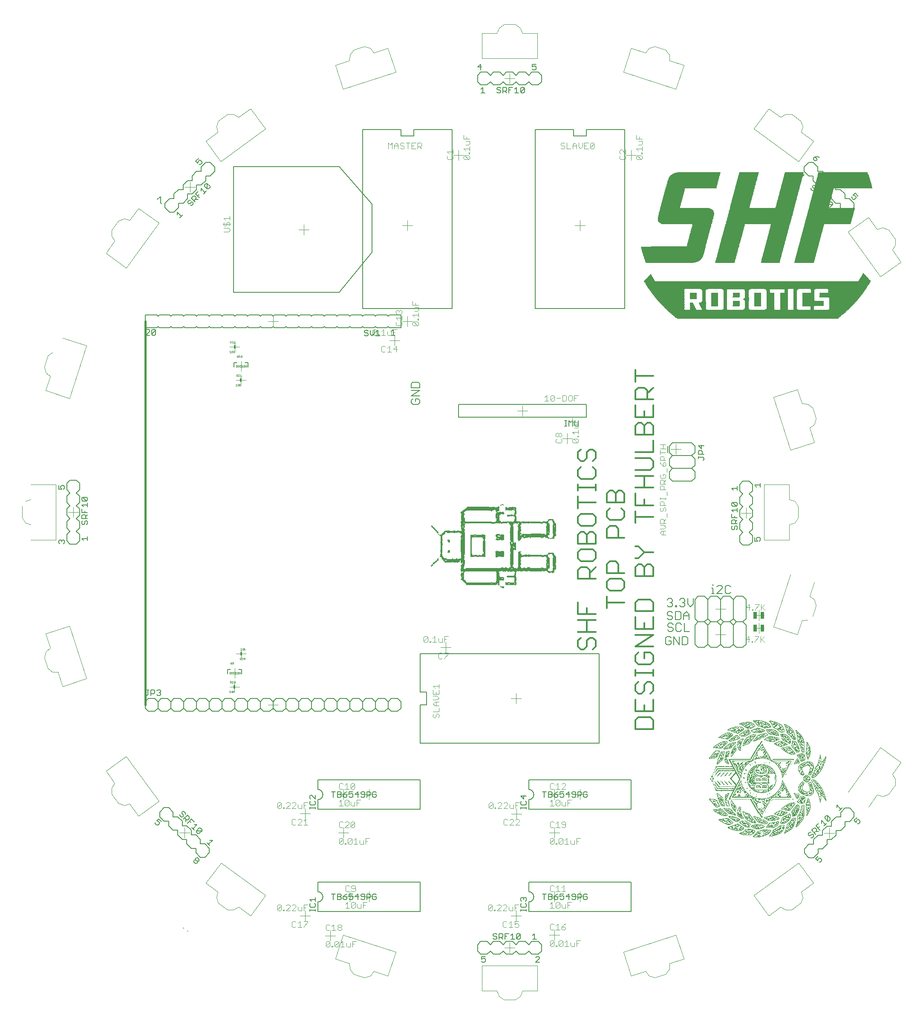
<source format=gto>
G75*
%MOIN*%
%OFA0B0*%
%FSLAX25Y25*%
%IPPOS*%
%LPD*%
%AMOC8*
5,1,8,0,0,1.08239X$1,22.5*
%
%ADD10C,0.00000*%
%ADD11C,0.00600*%
%ADD12C,0.01600*%
%ADD13R,1.25300X0.00100*%
%ADD14R,1.25600X0.00100*%
%ADD15R,1.25800X0.00100*%
%ADD16R,1.26000X0.00100*%
%ADD17R,1.26200X0.00100*%
%ADD18R,1.26400X0.00100*%
%ADD19R,1.26600X0.00100*%
%ADD20R,1.27000X0.00100*%
%ADD21R,1.27200X0.00100*%
%ADD22R,1.27700X0.00100*%
%ADD23R,1.28000X0.00100*%
%ADD24R,1.28200X0.00100*%
%ADD25R,1.28400X0.00100*%
%ADD26R,1.28600X0.00100*%
%ADD27R,1.28800X0.00100*%
%ADD28R,1.29000X0.00100*%
%ADD29R,1.29200X0.00100*%
%ADD30R,1.29500X0.00100*%
%ADD31R,1.29800X0.00100*%
%ADD32R,1.30100X0.00100*%
%ADD33R,1.30200X0.00100*%
%ADD34R,1.30500X0.00100*%
%ADD35R,1.30600X0.00100*%
%ADD36R,1.31000X0.00100*%
%ADD37R,1.31200X0.00100*%
%ADD38R,1.31400X0.00100*%
%ADD39R,1.31600X0.00100*%
%ADD40R,1.31800X0.00100*%
%ADD41R,1.32000X0.00100*%
%ADD42R,1.32300X0.00100*%
%ADD43R,1.32400X0.00100*%
%ADD44R,1.32600X0.00100*%
%ADD45R,1.32800X0.00100*%
%ADD46R,1.33400X0.00100*%
%ADD47R,1.33600X0.00100*%
%ADD48R,1.33800X0.00100*%
%ADD49R,1.34200X0.00100*%
%ADD50R,1.34400X0.00100*%
%ADD51R,1.34600X0.00100*%
%ADD52R,1.34800X0.00100*%
%ADD53R,1.35000X0.00100*%
%ADD54R,1.35200X0.00100*%
%ADD55R,1.35400X0.00100*%
%ADD56R,1.35800X0.00100*%
%ADD57R,1.36000X0.00100*%
%ADD58R,1.36300X0.00100*%
%ADD59R,1.36600X0.00100*%
%ADD60R,1.36900X0.00100*%
%ADD61R,1.37000X0.00100*%
%ADD62R,1.37300X0.00100*%
%ADD63R,1.37400X0.00100*%
%ADD64R,1.37600X0.00100*%
%ADD65R,1.37800X0.00100*%
%ADD66R,1.38200X0.00100*%
%ADD67R,1.38400X0.00100*%
%ADD68R,1.38600X0.00100*%
%ADD69R,1.38800X0.00100*%
%ADD70R,1.39000X0.00100*%
%ADD71R,1.39200X0.00100*%
%ADD72R,1.39400X0.00100*%
%ADD73R,1.39600X0.00100*%
%ADD74R,1.39800X0.00100*%
%ADD75R,1.40000X0.00100*%
%ADD76R,1.40300X0.00100*%
%ADD77R,1.40400X0.00100*%
%ADD78R,1.40700X0.00100*%
%ADD79R,1.40800X0.00100*%
%ADD80R,1.41000X0.00100*%
%ADD81R,0.13600X0.00100*%
%ADD82R,0.05300X0.00100*%
%ADD83R,0.04400X0.00100*%
%ADD84R,0.04100X0.00100*%
%ADD85R,0.05800X0.00100*%
%ADD86R,0.07700X0.00100*%
%ADD87R,0.06400X0.00100*%
%ADD88R,0.02800X0.00100*%
%ADD89R,0.15300X0.00100*%
%ADD90R,0.05100X0.00100*%
%ADD91R,0.03700X0.00100*%
%ADD92R,0.05400X0.00100*%
%ADD93R,0.07300X0.00100*%
%ADD94R,0.06300X0.00100*%
%ADD95R,0.03800X0.00100*%
%ADD96R,0.02600X0.00100*%
%ADD97R,0.15200X0.00100*%
%ADD98R,0.13700X0.00100*%
%ADD99R,0.05000X0.00100*%
%ADD100R,0.04000X0.00100*%
%ADD101R,0.03600X0.00100*%
%ADD102R,0.07200X0.00100*%
%ADD103R,0.06200X0.00100*%
%ADD104R,0.13900X0.00100*%
%ADD105R,0.04900X0.00100*%
%ADD106R,0.03500X0.00100*%
%ADD107R,0.04600X0.00100*%
%ADD108R,0.06900X0.00100*%
%ADD109R,0.03300X0.00100*%
%ADD110R,0.15100X0.00100*%
%ADD111R,0.04800X0.00100*%
%ADD112R,0.03400X0.00100*%
%ADD113R,0.03200X0.00100*%
%ADD114R,0.14100X0.00100*%
%ADD115R,0.04700X0.00100*%
%ADD116R,0.04200X0.00100*%
%ADD117R,0.06700X0.00100*%
%ADD118R,0.03100X0.00100*%
%ADD119R,0.06600X0.00100*%
%ADD120R,0.03000X0.00100*%
%ADD121R,0.14300X0.00100*%
%ADD122R,0.06500X0.00100*%
%ADD123R,0.02900X0.00100*%
%ADD124R,0.15400X0.00100*%
%ADD125R,0.14400X0.00100*%
%ADD126R,0.04500X0.00100*%
%ADD127R,0.02700X0.00100*%
%ADD128R,0.14500X0.00100*%
%ADD129R,0.15500X0.00100*%
%ADD130R,0.14600X0.00100*%
%ADD131R,0.15600X0.00100*%
%ADD132R,0.14700X0.00100*%
%ADD133R,0.15700X0.00100*%
%ADD134R,0.14900X0.00100*%
%ADD135R,0.15800X0.00100*%
%ADD136R,0.15900X0.00100*%
%ADD137R,0.04300X0.00100*%
%ADD138R,0.16000X0.00100*%
%ADD139R,0.16100X0.00100*%
%ADD140R,0.16200X0.00100*%
%ADD141R,0.16300X0.00100*%
%ADD142R,0.16400X0.00100*%
%ADD143R,0.16500X0.00100*%
%ADD144R,0.16600X0.00100*%
%ADD145R,0.03900X0.00100*%
%ADD146R,0.16700X0.00100*%
%ADD147R,0.16800X0.00100*%
%ADD148R,0.16900X0.00100*%
%ADD149R,0.17000X0.00100*%
%ADD150R,0.17100X0.00100*%
%ADD151R,0.17200X0.00100*%
%ADD152R,0.17300X0.00100*%
%ADD153R,0.17400X0.00100*%
%ADD154R,0.09100X0.00100*%
%ADD155R,0.17500X0.00100*%
%ADD156R,0.05200X0.00100*%
%ADD157R,0.09400X0.00100*%
%ADD158R,0.17600X0.00100*%
%ADD159R,0.17700X0.00100*%
%ADD160R,0.17800X0.00100*%
%ADD161R,0.17900X0.00100*%
%ADD162R,0.18000X0.00100*%
%ADD163R,0.18100X0.00100*%
%ADD164R,0.18200X0.00100*%
%ADD165R,0.18300X0.00100*%
%ADD166R,0.18400X0.00100*%
%ADD167R,0.18500X0.00100*%
%ADD168R,0.18600X0.00100*%
%ADD169R,0.18700X0.00100*%
%ADD170R,0.18800X0.00100*%
%ADD171R,0.18900X0.00100*%
%ADD172R,0.19000X0.00100*%
%ADD173R,0.19100X0.00100*%
%ADD174R,0.19200X0.00100*%
%ADD175R,0.19300X0.00100*%
%ADD176R,0.19400X0.00100*%
%ADD177R,0.19500X0.00100*%
%ADD178R,0.02500X0.00100*%
%ADD179R,0.19600X0.00100*%
%ADD180R,0.02400X0.00100*%
%ADD181R,0.19700X0.00100*%
%ADD182R,0.19800X0.00100*%
%ADD183R,0.05500X0.00100*%
%ADD184R,0.02300X0.00100*%
%ADD185R,0.19900X0.00100*%
%ADD186R,0.02200X0.00100*%
%ADD187R,0.02100X0.00100*%
%ADD188R,0.20000X0.00100*%
%ADD189R,0.20100X0.00100*%
%ADD190R,0.20200X0.00100*%
%ADD191R,0.20300X0.00100*%
%ADD192R,0.20400X0.00100*%
%ADD193R,0.20500X0.00100*%
%ADD194R,0.20600X0.00100*%
%ADD195R,0.20700X0.00100*%
%ADD196R,0.20800X0.00100*%
%ADD197R,0.20900X0.00100*%
%ADD198R,0.21000X0.00100*%
%ADD199R,0.21100X0.00100*%
%ADD200R,0.21200X0.00100*%
%ADD201R,0.10000X0.00100*%
%ADD202R,0.21300X0.00100*%
%ADD203R,0.09700X0.00100*%
%ADD204R,0.21400X0.00100*%
%ADD205R,0.09600X0.00100*%
%ADD206R,0.21500X0.00100*%
%ADD207R,0.09500X0.00100*%
%ADD208R,0.21600X0.00100*%
%ADD209R,0.09300X0.00100*%
%ADD210R,0.21700X0.00100*%
%ADD211R,0.09200X0.00100*%
%ADD212R,0.21800X0.00100*%
%ADD213R,0.21900X0.00100*%
%ADD214R,0.22000X0.00100*%
%ADD215R,0.22100X0.00100*%
%ADD216R,0.22200X0.00100*%
%ADD217R,0.22300X0.00100*%
%ADD218R,0.22400X0.00100*%
%ADD219R,0.22500X0.00100*%
%ADD220R,0.22600X0.00100*%
%ADD221R,0.22700X0.00100*%
%ADD222R,0.22800X0.00100*%
%ADD223R,0.22900X0.00100*%
%ADD224R,0.23100X0.00100*%
%ADD225R,0.23200X0.00100*%
%ADD226R,0.23300X0.00100*%
%ADD227R,0.23400X0.00100*%
%ADD228R,0.23600X0.00100*%
%ADD229R,0.23700X0.00100*%
%ADD230R,0.24100X0.00100*%
%ADD231R,0.24200X0.00100*%
%ADD232R,0.24600X0.00100*%
%ADD233R,0.31300X0.00100*%
%ADD234R,0.23000X0.00100*%
%ADD235R,0.31400X0.00100*%
%ADD236R,0.31500X0.00100*%
%ADD237R,0.31600X0.00100*%
%ADD238R,0.31700X0.00100*%
%ADD239R,0.31800X0.00100*%
%ADD240R,0.23500X0.00100*%
%ADD241R,0.31900X0.00100*%
%ADD242R,0.32000X0.00100*%
%ADD243R,0.32100X0.00100*%
%ADD244R,0.23800X0.00100*%
%ADD245R,0.32200X0.00100*%
%ADD246R,0.23900X0.00100*%
%ADD247R,0.32300X0.00100*%
%ADD248R,0.24000X0.00100*%
%ADD249R,0.32400X0.00100*%
%ADD250R,0.32500X0.00100*%
%ADD251R,0.32600X0.00100*%
%ADD252R,0.24300X0.00100*%
%ADD253R,0.32700X0.00100*%
%ADD254R,0.32800X0.00100*%
%ADD255R,0.24400X0.00100*%
%ADD256R,0.32900X0.00100*%
%ADD257R,0.24500X0.00100*%
%ADD258R,0.33000X0.00100*%
%ADD259R,0.33100X0.00100*%
%ADD260R,0.24700X0.00100*%
%ADD261R,0.33200X0.00100*%
%ADD262R,0.33300X0.00100*%
%ADD263R,0.24800X0.00100*%
%ADD264R,0.33400X0.00100*%
%ADD265R,0.24900X0.00100*%
%ADD266R,0.25000X0.00100*%
%ADD267R,0.33500X0.00100*%
%ADD268R,0.25100X0.00100*%
%ADD269R,0.25200X0.00100*%
%ADD270R,0.33600X0.00100*%
%ADD271R,0.25300X0.00100*%
%ADD272R,0.33700X0.00100*%
%ADD273R,0.25500X0.00100*%
%ADD274R,0.33800X0.00100*%
%ADD275R,0.27500X0.00100*%
%ADD276R,0.25600X0.00100*%
%ADD277R,0.27300X0.00100*%
%ADD278R,0.25700X0.00100*%
%ADD279R,0.27400X0.00100*%
%ADD280R,0.25800X0.00100*%
%ADD281R,0.25900X0.00100*%
%ADD282R,0.27600X0.00100*%
%ADD283R,0.26000X0.00100*%
%ADD284R,0.26100X0.00100*%
%ADD285R,0.27700X0.00100*%
%ADD286R,0.26200X0.00100*%
%ADD287R,0.27800X0.00100*%
%ADD288R,0.26300X0.00100*%
%ADD289R,0.27900X0.00100*%
%ADD290R,0.28000X0.00100*%
%ADD291R,0.28100X0.00100*%
%ADD292R,0.26500X0.00100*%
%ADD293R,0.28200X0.00100*%
%ADD294R,0.28300X0.00100*%
%ADD295R,0.26600X0.00100*%
%ADD296R,0.26700X0.00100*%
%ADD297R,0.28400X0.00100*%
%ADD298R,0.26800X0.00100*%
%ADD299R,0.26900X0.00100*%
%ADD300R,0.28500X0.00100*%
%ADD301R,0.28600X0.00100*%
%ADD302R,0.27000X0.00100*%
%ADD303R,0.28700X0.00100*%
%ADD304R,0.27100X0.00100*%
%ADD305R,0.28800X0.00100*%
%ADD306R,0.28900X0.00100*%
%ADD307R,0.29000X0.00100*%
%ADD308R,0.29100X0.00100*%
%ADD309R,0.29300X0.00100*%
%ADD310R,0.29400X0.00100*%
%ADD311R,0.29800X0.00100*%
%ADD312R,1.69900X0.00100*%
%ADD313R,1.70000X0.00100*%
%ADD314R,1.70200X0.00100*%
%ADD315R,1.70400X0.00100*%
%ADD316R,1.70500X0.00100*%
%ADD317R,1.70600X0.00100*%
%ADD318R,1.70800X0.00100*%
%ADD319R,1.70900X0.00100*%
%ADD320R,1.71000X0.00100*%
%ADD321R,1.71200X0.00100*%
%ADD322R,1.71400X0.00100*%
%ADD323R,1.71500X0.00100*%
%ADD324R,1.71600X0.00100*%
%ADD325R,1.71800X0.00100*%
%ADD326R,1.72000X0.00100*%
%ADD327R,1.72200X0.00100*%
%ADD328R,1.72400X0.00100*%
%ADD329R,1.72600X0.00100*%
%ADD330R,1.72800X0.00100*%
%ADD331R,1.73000X0.00100*%
%ADD332R,1.73100X0.00100*%
%ADD333R,1.73200X0.00100*%
%ADD334R,1.73400X0.00100*%
%ADD335R,1.73500X0.00100*%
%ADD336R,1.73600X0.00100*%
%ADD337R,1.73800X0.00100*%
%ADD338R,1.74000X0.00100*%
%ADD339R,1.74100X0.00100*%
%ADD340R,1.74200X0.00100*%
%ADD341R,1.74400X0.00100*%
%ADD342R,1.74500X0.00100*%
%ADD343R,1.74600X0.00100*%
%ADD344R,1.74800X0.00100*%
%ADD345R,1.74900X0.00100*%
%ADD346R,1.75000X0.00100*%
%ADD347R,1.75200X0.00100*%
%ADD348R,1.75300X0.00100*%
%ADD349R,1.75500X0.00100*%
%ADD350R,1.75600X0.00100*%
%ADD351R,1.75700X0.00100*%
%ADD352R,1.75800X0.00100*%
%ADD353R,1.76100X0.00100*%
%ADD354R,1.76300X0.00100*%
%ADD355R,1.76400X0.00100*%
%ADD356R,1.76600X0.00100*%
%ADD357R,1.76700X0.00100*%
%ADD358R,1.76800X0.00100*%
%ADD359R,1.77000X0.00100*%
%ADD360R,1.77200X0.00100*%
%ADD361R,1.77400X0.00100*%
%ADD362R,0.08800X0.00100*%
%ADD363R,0.09800X0.00100*%
%ADD364R,0.08600X0.00100*%
%ADD365R,0.08300X0.00100*%
%ADD366R,0.08200X0.00100*%
%ADD367R,0.08000X0.00100*%
%ADD368R,0.09000X0.00100*%
%ADD369R,0.07800X0.00100*%
%ADD370R,0.07600X0.00100*%
%ADD371R,0.08700X0.00100*%
%ADD372R,0.07400X0.00100*%
%ADD373R,0.08400X0.00100*%
%ADD374R,0.07100X0.00100*%
%ADD375R,0.07000X0.00100*%
%ADD376R,0.06800X0.00100*%
%ADD377R,0.06000X0.00100*%
%ADD378R,0.05700X0.00100*%
%ADD379R,0.05900X0.00100*%
%ADD380R,0.02000X0.00100*%
%ADD381R,0.01800X0.00100*%
%ADD382R,0.01700X0.00100*%
%ADD383R,0.01500X0.00100*%
%ADD384R,0.01400X0.00100*%
%ADD385R,0.01200X0.00100*%
%ADD386R,0.01000X0.00100*%
%ADD387R,0.00900X0.00100*%
%ADD388R,0.00700X0.00100*%
%ADD389R,0.00600X0.00100*%
%ADD390R,0.00400X0.00100*%
%ADD391R,0.01600X0.00100*%
%ADD392R,0.00200X0.00100*%
%ADD393R,0.01300X0.00100*%
%ADD394R,0.00800X0.00100*%
%ADD395R,0.00300X0.00100*%
%ADD396R,0.00100X0.00100*%
%ADD397R,0.37400X0.00100*%
%ADD398R,0.15000X0.00100*%
%ADD399R,0.37600X0.00100*%
%ADD400R,0.14800X0.00100*%
%ADD401R,0.38700X0.00100*%
%ADD402R,0.39000X0.00100*%
%ADD403R,0.39200X0.00100*%
%ADD404R,0.40000X0.00100*%
%ADD405R,0.40100X0.00100*%
%ADD406R,0.40600X0.00100*%
%ADD407R,0.40900X0.00100*%
%ADD408R,0.41000X0.00100*%
%ADD409R,0.41300X0.00100*%
%ADD410R,0.41500X0.00100*%
%ADD411R,0.41800X0.00100*%
%ADD412R,0.42100X0.00100*%
%ADD413R,0.42200X0.00100*%
%ADD414R,0.42600X0.00100*%
%ADD415R,0.42700X0.00100*%
%ADD416R,0.42900X0.00100*%
%ADD417R,0.43100X0.00100*%
%ADD418R,0.43400X0.00100*%
%ADD419R,0.43500X0.00100*%
%ADD420R,0.43600X0.00100*%
%ADD421R,0.43700X0.00100*%
%ADD422R,0.43800X0.00100*%
%ADD423R,0.44000X0.00100*%
%ADD424R,0.44100X0.00100*%
%ADD425R,0.44300X0.00100*%
%ADD426R,0.44500X0.00100*%
%ADD427R,0.44600X0.00100*%
%ADD428R,0.44700X0.00100*%
%ADD429R,0.44800X0.00100*%
%ADD430R,0.45000X0.00100*%
%ADD431R,0.45200X0.00100*%
%ADD432R,0.45300X0.00100*%
%ADD433R,0.45400X0.00100*%
%ADD434R,0.45600X0.00100*%
%ADD435R,0.45800X0.00100*%
%ADD436R,0.46000X0.00100*%
%ADD437R,0.46100X0.00100*%
%ADD438R,0.46200X0.00100*%
%ADD439R,0.46300X0.00100*%
%ADD440R,0.46500X0.00100*%
%ADD441R,0.46600X0.00100*%
%ADD442R,0.46700X0.00100*%
%ADD443R,0.46800X0.00100*%
%ADD444R,0.46900X0.00100*%
%ADD445R,0.47000X0.00100*%
%ADD446R,0.47100X0.00100*%
%ADD447R,0.47200X0.00100*%
%ADD448R,0.47400X0.00100*%
%ADD449R,0.47500X0.00100*%
%ADD450R,0.47600X0.00100*%
%ADD451R,0.47700X0.00100*%
%ADD452R,0.47900X0.00100*%
%ADD453R,0.48000X0.00100*%
%ADD454R,0.48200X0.00100*%
%ADD455R,0.48400X0.00100*%
%ADD456R,0.48600X0.00100*%
%ADD457R,0.48700X0.00100*%
%ADD458R,0.48900X0.00100*%
%ADD459R,0.49000X0.00100*%
%ADD460R,0.49100X0.00100*%
%ADD461R,0.49200X0.00100*%
%ADD462R,0.49300X0.00100*%
%ADD463R,0.49500X0.00100*%
%ADD464R,0.49600X0.00100*%
%ADD465R,0.49700X0.00100*%
%ADD466R,0.49800X0.00100*%
%ADD467R,0.49900X0.00100*%
%ADD468R,0.50100X0.00100*%
%ADD469R,0.50200X0.00100*%
%ADD470R,0.50300X0.00100*%
%ADD471R,0.50500X0.00100*%
%ADD472R,0.50600X0.00100*%
%ADD473R,0.50700X0.00100*%
%ADD474R,0.37800X0.00100*%
%ADD475R,0.35800X0.00100*%
%ADD476R,0.38100X0.00100*%
%ADD477R,0.50400X0.00100*%
%ADD478R,0.35900X0.00100*%
%ADD479R,0.39400X0.00100*%
%ADD480R,0.40300X0.00100*%
%ADD481R,0.35700X0.00100*%
%ADD482R,0.40500X0.00100*%
%ADD483R,0.41100X0.00100*%
%ADD484R,0.41200X0.00100*%
%ADD485R,0.41400X0.00100*%
%ADD486R,0.41600X0.00100*%
%ADD487R,0.41700X0.00100*%
%ADD488R,0.41900X0.00100*%
%ADD489R,0.42000X0.00100*%
%ADD490R,0.42300X0.00100*%
%ADD491R,0.42400X0.00100*%
%ADD492R,0.42500X0.00100*%
%ADD493R,0.42800X0.00100*%
%ADD494R,0.43000X0.00100*%
%ADD495R,0.43200X0.00100*%
%ADD496R,0.43300X0.00100*%
%ADD497R,0.40800X0.00100*%
%ADD498R,0.40200X0.00100*%
%ADD499R,0.39900X0.00100*%
%ADD500R,0.39500X0.00100*%
%ADD501R,0.39300X0.00100*%
%ADD502R,0.38600X0.00100*%
%ADD503R,0.38400X0.00100*%
%ADD504R,0.38200X0.00100*%
%ADD505R,0.36800X0.00100*%
%ADD506R,0.36500X0.00100*%
%ADD507R,0.39600X0.00100*%
%ADD508R,0.36300X0.00100*%
%ADD509R,0.39700X0.00100*%
%ADD510R,0.45500X0.00100*%
%ADD511R,0.44900X0.00100*%
%ADD512R,0.44400X0.00100*%
%ADD513R,0.44200X0.00100*%
%ADD514R,0.43900X0.00100*%
%ADD515R,0.39100X0.00100*%
%ADD516R,0.40700X0.00100*%
%ADD517R,0.38900X0.00100*%
%ADD518R,0.40400X0.00100*%
%ADD519R,0.38500X0.00100*%
%ADD520R,0.39800X0.00100*%
%ADD521R,0.38300X0.00100*%
%ADD522R,0.38000X0.00100*%
%ADD523R,0.37900X0.00100*%
%ADD524R,0.37500X0.00100*%
%ADD525R,0.37300X0.00100*%
%ADD526R,0.37000X0.00100*%
%ADD527R,0.36900X0.00100*%
%ADD528R,0.36400X0.00100*%
%ADD529R,0.36100X0.00100*%
%ADD530R,0.38800X0.00100*%
%ADD531R,0.35100X0.00100*%
%ADD532R,0.34800X0.00100*%
%ADD533R,0.00100X0.00400*%
%ADD534R,0.00100X0.00600*%
%ADD535R,0.00100X0.00300*%
%ADD536R,0.00100X0.00700*%
%ADD537R,0.00100X0.00200*%
%ADD538R,0.00100X0.00500*%
%ADD539R,0.00100X0.00900*%
%ADD540R,0.00100X0.01000*%
%ADD541R,0.00100X0.01300*%
%ADD542R,0.00100X0.00800*%
%ADD543R,0.00100X0.01500*%
%ADD544R,0.00100X0.01200*%
%ADD545R,0.00100X0.01100*%
%ADD546R,0.00100X0.02300*%
%ADD547R,0.00100X0.01400*%
%ADD548R,0.00100X0.01700*%
%ADD549R,0.00100X0.02100*%
%ADD550R,0.00100X0.02600*%
%ADD551R,0.00100X0.02200*%
%ADD552R,0.00100X0.02400*%
%ADD553R,0.00100X0.01600*%
%ADD554R,0.00100X0.01900*%
%ADD555R,0.00100X0.02000*%
%ADD556R,0.00100X0.02700*%
%ADD557R,0.00100X0.01800*%
%ADD558R,0.00100X0.02500*%
%ADD559R,0.00100X0.04000*%
%ADD560R,0.00100X0.04500*%
%ADD561R,0.00100X0.06400*%
%ADD562R,0.00100X0.05600*%
%ADD563R,0.00100X0.03400*%
%ADD564R,0.00100X0.03100*%
%ADD565R,0.00100X0.02800*%
%ADD566R,0.00100X0.05900*%
%ADD567R,0.00100X0.04900*%
%ADD568R,0.00100X0.03800*%
%ADD569R,0.00100X0.03000*%
%ADD570R,0.00100X0.03500*%
%ADD571R,0.00100X0.03900*%
%ADD572R,0.00100X0.02900*%
%ADD573R,0.00100X0.03600*%
%ADD574R,0.00100X0.03200*%
%ADD575R,0.00100X0.03300*%
%ADD576R,0.06400X0.00400*%
%ADD577R,0.10000X0.00400*%
%ADD578R,0.03600X0.00400*%
%ADD579R,0.12800X0.00400*%
%ADD580R,0.20800X0.00400*%
%ADD581R,0.20400X0.00400*%
%ADD582R,0.21600X0.00400*%
%ADD583R,0.22000X0.00400*%
%ADD584R,0.04000X0.00400*%
%ADD585R,0.18000X0.00400*%
%ADD586R,0.14400X0.00400*%
%ADD587R,0.04800X0.00400*%
%ADD588R,0.08400X0.00400*%
%ADD589R,0.08000X0.00400*%
%ADD590R,0.14800X0.00400*%
%ADD591R,0.05600X0.00400*%
%ADD592R,0.09200X0.00400*%
%ADD593R,0.24400X0.00400*%
%ADD594R,0.01600X0.00400*%
%ADD595R,0.26400X0.00400*%
%ADD596R,0.27600X0.00400*%
%ADD597R,0.31200X0.00400*%
%ADD598R,0.28400X0.00400*%
%ADD599R,0.24800X0.00400*%
%ADD600R,0.06000X0.00400*%
%ADD601R,0.30000X0.00400*%
%ADD602R,0.05200X0.00400*%
%ADD603R,0.23200X0.00400*%
%ADD604R,0.07600X0.00400*%
%ADD605R,0.13200X0.00400*%
%ADD606R,0.04400X0.00400*%
%ADD607R,0.02000X0.00400*%
%ADD608R,0.02800X0.00400*%
%ADD609R,0.02400X0.00400*%
%ADD610R,0.01200X0.00400*%
%ADD611R,0.00800X0.00400*%
%ADD612R,0.00400X0.00400*%
%ADD613R,0.15600X0.00400*%
%ADD614R,0.16400X0.00400*%
%ADD615R,0.17200X0.00400*%
%ADD616R,0.16800X0.00400*%
%ADD617R,0.18800X0.00400*%
%ADD618R,0.10800X0.00400*%
%ADD619R,0.03200X0.00400*%
%ADD620R,0.06800X0.00400*%
%ADD621R,0.15200X0.00400*%
%ADD622R,0.11200X0.00400*%
%ADD623R,0.08800X0.00400*%
%ADD624R,0.26800X0.00400*%
%ADD625R,0.25600X0.00400*%
%ADD626R,0.20000X0.00400*%
%ADD627R,0.13600X0.00400*%
%ADD628R,0.18400X0.00400*%
%ADD629R,0.07200X0.00400*%
%ADD630R,0.30800X0.00400*%
%ADD631R,0.29200X0.00400*%
%ADD632R,0.29600X0.00400*%
%ADD633R,0.30400X0.00400*%
%ADD634R,0.27200X0.00400*%
%ADD635R,0.26000X0.00400*%
%ADD636R,0.10400X0.00400*%
%ADD637R,0.11600X0.00400*%
%ADD638R,0.12000X0.00400*%
%ADD639R,0.25200X0.00400*%
%ADD640R,0.38800X0.00400*%
%ADD641R,0.44000X0.00400*%
%ADD642R,0.32000X0.00400*%
%ADD643R,0.34000X0.00400*%
%ADD644R,0.33600X0.00400*%
%ADD645R,0.31600X0.00400*%
%ADD646R,0.38000X0.00400*%
%ADD647R,0.45200X0.00400*%
%ADD648R,0.32800X0.00400*%
%ADD649R,0.78400X0.00400*%
%ADD650R,0.37200X0.00400*%
%ADD651R,0.21200X0.00400*%
%ADD652R,0.09600X0.00400*%
%ADD653R,0.17600X0.00400*%
%ADD654R,0.24000X0.00400*%
%ADD655R,0.35200X0.00400*%
%ADD656R,0.34400X0.00400*%
%ADD657R,0.34800X0.00400*%
%ADD658R,0.41200X0.00400*%
%ADD659R,0.68000X0.00400*%
%ADD660R,0.68800X0.00400*%
%ADD661R,1.12000X0.00400*%
%ADD662R,0.68400X0.00400*%
%ADD663R,0.12400X0.00400*%
%ADD664R,0.23600X0.00400*%
%ADD665R,0.42000X0.00400*%
%ADD666R,0.80800X0.00400*%
%ADD667R,0.38400X0.00400*%
%ADD668R,0.16000X0.00400*%
%ADD669R,0.37600X0.00400*%
%ADD670R,0.36400X0.00400*%
%ADD671R,0.35600X0.00400*%
%ADD672R,0.00200X0.03200*%
%ADD673R,0.00200X0.05000*%
%ADD674R,0.00200X0.01800*%
%ADD675R,0.00200X0.06400*%
%ADD676R,0.00200X0.10400*%
%ADD677R,0.00200X0.10200*%
%ADD678R,0.00200X0.10800*%
%ADD679R,0.00200X0.11000*%
%ADD680R,0.00200X0.02000*%
%ADD681R,0.00200X0.09000*%
%ADD682R,0.00200X0.07200*%
%ADD683R,0.00200X0.02400*%
%ADD684R,0.00200X0.04200*%
%ADD685R,0.00200X0.04000*%
%ADD686R,0.00200X0.07400*%
%ADD687R,0.00200X0.02800*%
%ADD688R,0.00200X0.04600*%
%ADD689R,0.00200X0.12200*%
%ADD690R,0.00200X0.00800*%
%ADD691R,0.00200X0.13200*%
%ADD692R,0.00200X0.13800*%
%ADD693R,0.00200X0.15600*%
%ADD694R,0.00200X0.14200*%
%ADD695R,0.00200X0.12400*%
%ADD696R,0.00200X0.03000*%
%ADD697R,0.00200X0.15000*%
%ADD698R,0.00200X0.02600*%
%ADD699R,0.00200X0.11600*%
%ADD700R,0.00200X0.03800*%
%ADD701R,0.00200X0.06600*%
%ADD702R,0.00200X0.02200*%
%ADD703R,0.00200X0.01000*%
%ADD704R,0.00200X0.01400*%
%ADD705R,0.00200X0.01200*%
%ADD706R,0.00200X0.00600*%
%ADD707R,0.00200X0.00400*%
%ADD708R,0.00200X0.00200*%
%ADD709R,0.00200X0.07800*%
%ADD710R,0.00200X0.08200*%
%ADD711R,0.00200X0.08600*%
%ADD712R,0.00200X0.08400*%
%ADD713R,0.00200X0.09400*%
%ADD714R,0.00200X0.05400*%
%ADD715R,0.00200X0.01600*%
%ADD716R,0.00200X0.03400*%
%ADD717R,0.00200X0.07600*%
%ADD718R,0.00200X0.05600*%
%ADD719R,0.00200X0.04400*%
%ADD720R,0.00200X0.13400*%
%ADD721R,0.00200X0.12800*%
%ADD722R,0.00200X0.10000*%
%ADD723R,0.00200X0.06800*%
%ADD724R,0.00200X0.09200*%
%ADD725R,0.00200X0.03600*%
%ADD726R,0.00200X0.15400*%
%ADD727R,0.00200X0.14600*%
%ADD728R,0.00200X0.14800*%
%ADD729R,0.00200X0.15200*%
%ADD730R,0.00200X0.13600*%
%ADD731R,0.00200X0.13000*%
%ADD732R,0.00200X0.05200*%
%ADD733R,0.00200X0.05800*%
%ADD734R,0.00200X0.06000*%
%ADD735R,0.00200X0.12600*%
%ADD736R,0.00200X0.19400*%
%ADD737R,0.00200X0.22000*%
%ADD738R,0.00200X0.16000*%
%ADD739R,0.00200X0.17000*%
%ADD740R,0.00200X0.16800*%
%ADD741R,0.00200X0.15800*%
%ADD742R,0.00200X0.19000*%
%ADD743R,0.00200X0.22600*%
%ADD744R,0.00200X0.16400*%
%ADD745R,0.00200X0.39200*%
%ADD746R,0.00200X0.18600*%
%ADD747R,0.00200X0.10600*%
%ADD748R,0.00200X0.04800*%
%ADD749R,0.00200X0.08800*%
%ADD750R,0.00200X0.12000*%
%ADD751R,0.00200X0.17600*%
%ADD752R,0.00200X0.17200*%
%ADD753R,0.00200X0.17400*%
%ADD754R,0.00200X0.20600*%
%ADD755R,0.00200X0.34000*%
%ADD756R,0.00200X0.34400*%
%ADD757R,0.00200X0.56000*%
%ADD758R,0.00200X0.34200*%
%ADD759R,0.00200X0.06200*%
%ADD760R,0.00200X0.11800*%
%ADD761R,0.00200X0.21000*%
%ADD762R,0.00200X0.40400*%
%ADD763R,0.00200X0.19200*%
%ADD764R,0.00200X0.08000*%
%ADD765R,0.00200X0.18800*%
%ADD766R,0.00200X0.18200*%
%ADD767R,0.00200X0.17800*%
%ADD768C,0.01200*%
%ADD769C,0.00500*%
%ADD770C,0.00400*%
%ADD771C,0.00800*%
%ADD772C,0.00100*%
%ADD773R,0.02559X0.05512*%
%ADD774R,0.01800X0.03000*%
D10*
X0261441Y0242716D02*
X0261969Y0242301D01*
X0264622Y0240239D02*
X0265155Y0239830D01*
X0289115Y0261787D02*
X0292702Y0259180D01*
X0296290Y0256573D01*
X0301118Y0256464D01*
X0304820Y0258905D01*
X0304814Y0258897D02*
X0314272Y0252022D01*
X0325856Y0267938D01*
X0291203Y0293414D01*
X0279230Y0277480D01*
X0288689Y0270606D01*
X0288696Y0270620D02*
X0287518Y0266345D01*
X0289115Y0261787D01*
X0262627Y0313034D02*
X0262627Y0321034D01*
X0258627Y0317034D02*
X0266627Y0317034D01*
X0242564Y0341647D02*
X0217105Y0376689D01*
X0201189Y0365147D01*
X0208064Y0355647D01*
X0208072Y0355695D02*
X0205631Y0351993D01*
X0205741Y0347165D01*
X0208347Y0343577D01*
X0210954Y0339990D01*
X0215511Y0338393D01*
X0219786Y0339570D01*
X0219731Y0339564D02*
X0226647Y0330106D01*
X0242564Y0341647D01*
X0301721Y0427056D02*
X0301721Y0434812D01*
X0301800Y0437829D02*
X0301800Y0445771D01*
X0297829Y0441800D02*
X0305771Y0441800D01*
X0305599Y0430934D02*
X0297843Y0430934D01*
X0306800Y0452922D02*
X0306800Y0460678D01*
X0302922Y0456800D02*
X0310678Y0456800D01*
X0331800Y0420800D02*
X0331800Y0412800D01*
X0327800Y0416800D02*
X0335800Y0416800D01*
X0386800Y0350800D02*
X0386800Y0342800D01*
X0382800Y0346800D02*
X0390800Y0346800D01*
X0402800Y0346800D02*
X0410800Y0346800D01*
X0406800Y0342800D02*
X0406800Y0350800D01*
X0386800Y0320800D02*
X0386800Y0312800D01*
X0382800Y0316800D02*
X0390800Y0316800D01*
X0360800Y0331800D02*
X0352800Y0331800D01*
X0356800Y0327800D02*
X0356800Y0335800D01*
X0391800Y0270800D02*
X0391800Y0262800D01*
X0387800Y0266800D02*
X0395800Y0266800D01*
X0402800Y0266800D02*
X0410800Y0266800D01*
X0406800Y0262800D02*
X0406800Y0270800D01*
X0386648Y0236981D02*
X0427814Y0223605D01*
X0421731Y0204855D01*
X0410606Y0208480D01*
X0410655Y0208485D02*
X0407888Y0205019D01*
X0403263Y0203632D01*
X0399044Y0205002D01*
X0394827Y0206373D01*
X0391901Y0210214D01*
X0391700Y0214644D01*
X0391689Y0214648D02*
X0380564Y0218272D01*
X0386648Y0236981D01*
X0380484Y0236295D02*
X0372484Y0236295D01*
X0376484Y0232295D02*
X0376484Y0240295D01*
X0360800Y0251800D02*
X0352800Y0251800D01*
X0356800Y0247800D02*
X0356800Y0255800D01*
X0495230Y0212939D02*
X0495230Y0193231D01*
X0506938Y0193231D01*
X0506953Y0193256D02*
X0508513Y0189105D01*
X0512483Y0186356D01*
X0521352Y0186356D01*
X0525323Y0189105D01*
X0526883Y0193256D01*
X0526814Y0193231D02*
X0538522Y0193231D01*
X0538522Y0212939D01*
X0495230Y0212939D01*
X0512800Y0226800D02*
X0520800Y0226800D01*
X0516800Y0222800D02*
X0516800Y0230800D01*
X0521800Y0247800D02*
X0521800Y0255800D01*
X0517800Y0251800D02*
X0525800Y0251800D01*
X0547800Y0266800D02*
X0555800Y0266800D01*
X0551800Y0262800D02*
X0551800Y0270800D01*
X0567800Y0266800D02*
X0575800Y0266800D01*
X0571800Y0262800D02*
X0571800Y0270800D01*
X0551800Y0240800D02*
X0551800Y0232800D01*
X0547800Y0236800D02*
X0555800Y0236800D01*
X0605939Y0223605D02*
X0612022Y0204855D01*
X0623147Y0208480D01*
X0623140Y0208485D02*
X0625907Y0205019D01*
X0630532Y0203632D01*
X0634750Y0205002D01*
X0638967Y0206373D01*
X0641894Y0210214D01*
X0642095Y0214644D01*
X0642063Y0214648D02*
X0653189Y0218272D01*
X0647105Y0236981D01*
X0605939Y0223605D01*
X0551800Y0312800D02*
X0551800Y0320800D01*
X0547800Y0316800D02*
X0555800Y0316800D01*
X0551800Y0342800D02*
X0551800Y0350800D01*
X0547800Y0346800D02*
X0555800Y0346800D01*
X0567800Y0346800D02*
X0575800Y0346800D01*
X0571800Y0342800D02*
X0571800Y0350800D01*
X0526366Y0331706D02*
X0518366Y0331706D01*
X0522366Y0327706D02*
X0522366Y0335706D01*
X0521800Y0417800D02*
X0521800Y0425800D01*
X0517800Y0421800D02*
X0525800Y0421800D01*
X0470800Y0461800D02*
X0462800Y0461800D01*
X0466800Y0457800D02*
X0466800Y0465800D01*
X0561915Y0621261D02*
X0561915Y0629261D01*
X0557915Y0625261D02*
X0565915Y0625261D01*
X0530800Y0646800D02*
X0522800Y0646800D01*
X0526800Y0642800D02*
X0526800Y0650800D01*
X0440800Y0716800D02*
X0432800Y0716800D01*
X0436800Y0712800D02*
X0436800Y0720800D01*
X0426800Y0705800D02*
X0426800Y0697800D01*
X0422800Y0701800D02*
X0430800Y0701800D01*
X0436800Y0787800D02*
X0436800Y0795800D01*
X0432800Y0791800D02*
X0440800Y0791800D01*
X0476800Y0842800D02*
X0476800Y0850800D01*
X0472800Y0846800D02*
X0480800Y0846800D01*
X0516800Y0902800D02*
X0516800Y0910800D01*
X0512800Y0906800D02*
X0520800Y0906800D01*
X0538522Y0922564D02*
X0495230Y0922564D01*
X0495230Y0942230D01*
X0506938Y0942230D01*
X0506953Y0942289D02*
X0508513Y0946440D01*
X0512483Y0949189D01*
X0521352Y0949189D01*
X0525323Y0946440D01*
X0526883Y0942289D01*
X0526814Y0942230D02*
X0538522Y0942230D01*
X0538522Y0922564D01*
X0605939Y0911897D02*
X0647105Y0898480D01*
X0653189Y0917230D01*
X0642063Y0920856D01*
X0642095Y0920859D02*
X0641894Y0925289D01*
X0638967Y0929131D01*
X0634750Y0930501D01*
X0630532Y0931872D01*
X0625907Y0930484D01*
X0623140Y0927018D01*
X0623147Y0926980D02*
X0612022Y0930606D01*
X0605939Y0911897D01*
X0611800Y0850800D02*
X0611800Y0842800D01*
X0607800Y0846800D02*
X0615800Y0846800D01*
X0571800Y0795800D02*
X0571800Y0787800D01*
X0567800Y0791800D02*
X0575800Y0791800D01*
X0707897Y0867522D02*
X0742938Y0842064D01*
X0754523Y0857981D01*
X0745064Y0864855D01*
X0745099Y0864883D02*
X0746276Y0869158D01*
X0744680Y0873716D01*
X0737505Y0878929D01*
X0732676Y0879038D01*
X0728975Y0876598D01*
X0728939Y0876564D02*
X0719480Y0883439D01*
X0707897Y0867522D01*
X0762800Y0821800D02*
X0770800Y0821800D01*
X0766800Y0817800D02*
X0766800Y0825800D01*
X0797563Y0798439D02*
X0781647Y0786856D01*
X0807105Y0751855D01*
X0823022Y0763397D01*
X0816148Y0772856D01*
X0816180Y0772892D02*
X0818622Y0776594D01*
X0818512Y0781421D01*
X0815906Y0785008D01*
X0813300Y0788597D01*
X0808742Y0790192D01*
X0804466Y0789015D01*
X0804439Y0788980D02*
X0797563Y0798439D01*
X0741897Y0663605D02*
X0723189Y0657522D01*
X0736563Y0616355D01*
X0755273Y0622439D01*
X0751689Y0633564D01*
X0751685Y0633556D02*
X0755151Y0636323D01*
X0756538Y0640948D01*
X0755168Y0645166D01*
X0753797Y0649384D01*
X0749956Y0652311D01*
X0745526Y0652511D01*
X0745522Y0652481D02*
X0741897Y0663605D01*
X0735731Y0589397D02*
X0716022Y0589397D01*
X0716022Y0546105D01*
X0735731Y0546105D01*
X0735731Y0557772D01*
X0735747Y0557786D02*
X0739899Y0559346D01*
X0742647Y0563317D01*
X0742647Y0572186D01*
X0739899Y0576156D01*
X0735747Y0577716D01*
X0735731Y0577689D02*
X0735731Y0589397D01*
X0705800Y0566800D02*
X0697800Y0566800D01*
X0701800Y0562800D02*
X0701800Y0570800D01*
X0736563Y0519106D02*
X0723189Y0477939D01*
X0741897Y0471855D01*
X0745522Y0482980D01*
X0745526Y0482991D02*
X0749956Y0483193D01*
X0753797Y0486119D02*
X0755168Y0490337D01*
X0756538Y0494554D01*
X0755151Y0499180D01*
X0751685Y0501946D01*
X0751689Y0501897D02*
X0755273Y0513023D01*
X0715800Y0486800D02*
X0707800Y0486800D01*
X0711800Y0482800D02*
X0711800Y0490800D01*
X0711800Y0480800D02*
X0711800Y0472800D01*
X0707800Y0476800D02*
X0715800Y0476800D01*
X0685800Y0471800D02*
X0677800Y0471800D01*
X0681800Y0467800D02*
X0681800Y0475800D01*
X0681800Y0487800D02*
X0681800Y0495800D01*
X0677800Y0491800D02*
X0685800Y0491800D01*
X0646800Y0612800D02*
X0646800Y0620800D01*
X0642800Y0616800D02*
X0650800Y0616800D01*
X0807105Y0383647D02*
X0781647Y0348605D01*
X0797563Y0337022D02*
X0804439Y0346522D01*
X0804466Y0346530D02*
X0808742Y0345353D01*
X0813300Y0346948D01*
X0815906Y0350535D01*
X0818512Y0354124D01*
X0818622Y0358951D01*
X0816180Y0362653D01*
X0816148Y0362605D02*
X0823022Y0372064D01*
X0807105Y0383647D01*
X0766965Y0320771D02*
X0766965Y0312771D01*
X0762965Y0316771D02*
X0770965Y0316771D01*
X0742938Y0293397D02*
X0754523Y0277480D01*
X0745064Y0270606D01*
X0745099Y0270620D02*
X0746276Y0266345D01*
X0744680Y0261787D01*
X0741092Y0259180D01*
X0737505Y0256573D01*
X0732676Y0256464D01*
X0728975Y0258905D01*
X0728939Y0258897D02*
X0719480Y0252022D01*
X0707897Y0267938D01*
X0742938Y0293397D01*
X0335800Y0716800D02*
X0327800Y0716800D01*
X0331800Y0712800D02*
X0331800Y0720800D01*
X0305678Y0696800D02*
X0297922Y0696800D01*
X0301800Y0692922D02*
X0301800Y0700678D01*
X0306800Y0685771D02*
X0306800Y0677829D01*
X0306721Y0674733D02*
X0306721Y0666977D01*
X0302843Y0670855D02*
X0310599Y0670855D01*
X0310771Y0681800D02*
X0302829Y0681800D01*
X0217105Y0758772D02*
X0242564Y0793814D01*
X0226647Y0805398D01*
X0219731Y0795897D01*
X0219786Y0795974D02*
X0215511Y0797151D01*
X0210954Y0795555D01*
X0208347Y0791967D01*
X0205741Y0788380D01*
X0205631Y0783552D01*
X0208072Y0779850D01*
X0208064Y0779814D02*
X0201189Y0770355D01*
X0217105Y0758772D01*
X0266800Y0817800D02*
X0266800Y0825800D01*
X0262800Y0821800D02*
X0270800Y0821800D01*
X0290814Y0842064D02*
X0279230Y0857981D01*
X0288689Y0864855D01*
X0288696Y0864883D02*
X0287518Y0869158D01*
X0289115Y0873716D01*
X0292702Y0876322D01*
X0296290Y0878929D01*
X0301118Y0879038D01*
X0304820Y0876598D01*
X0304814Y0876564D02*
X0314272Y0883439D01*
X0325856Y0867522D01*
X0290814Y0842064D01*
X0352033Y0788776D02*
X0360033Y0788776D01*
X0356033Y0784776D02*
X0356033Y0792776D01*
X0386648Y0898480D02*
X0427814Y0911897D01*
X0421731Y0930606D01*
X0410606Y0926980D01*
X0410655Y0927018D02*
X0407888Y0930484D01*
X0403263Y0931872D01*
X0399044Y0930501D01*
X0394827Y0929131D01*
X0391901Y0925289D01*
X0391700Y0920859D01*
X0391689Y0920856D02*
X0380564Y0917230D01*
X0386648Y0898480D01*
X0186106Y0697980D02*
X0172731Y0656772D01*
X0154022Y0662855D01*
X0157647Y0674022D01*
X0157651Y0674015D02*
X0154186Y0676782D01*
X0152798Y0681407D01*
X0154168Y0685625D01*
X0155539Y0689842D01*
X0159380Y0692769D01*
X0167397Y0704064D02*
X0186106Y0697980D01*
X0162064Y0589397D02*
X0142397Y0589397D01*
X0142381Y0577716D02*
X0138230Y0576156D01*
X0135480Y0572186D02*
X0135480Y0563317D01*
X0138230Y0559346D01*
X0142381Y0557786D01*
X0142397Y0546105D02*
X0162064Y0546105D01*
X0162064Y0589397D01*
X0175461Y0571745D02*
X0175461Y0563745D01*
X0171461Y0567745D02*
X0179461Y0567745D01*
X0172731Y0478689D02*
X0154022Y0472605D01*
X0157647Y0461481D01*
X0157651Y0461487D02*
X0154186Y0458721D01*
X0152798Y0454095D01*
X0154168Y0449879D01*
X0155539Y0445660D01*
X0159380Y0442735D01*
X0163810Y0442533D01*
X0163772Y0442564D02*
X0167397Y0431397D01*
X0186106Y0437480D01*
X0172731Y0478689D01*
D11*
X0231800Y0419300D02*
X0234300Y0421800D01*
X0239300Y0421800D01*
X0241800Y0419300D01*
X0244300Y0421800D01*
X0249300Y0421800D01*
X0251800Y0419300D01*
X0251800Y0414300D01*
X0249300Y0411800D01*
X0244300Y0411800D01*
X0241800Y0414300D01*
X0239300Y0411800D01*
X0234300Y0411800D01*
X0231800Y0414300D01*
X0231800Y0419300D01*
X0241800Y0419300D02*
X0241800Y0414300D01*
X0251800Y0414300D02*
X0254300Y0411800D01*
X0259300Y0411800D01*
X0261800Y0414300D01*
X0264300Y0411800D01*
X0269300Y0411800D01*
X0271800Y0414300D01*
X0274300Y0411800D01*
X0279300Y0411800D01*
X0281800Y0414300D01*
X0281800Y0419300D01*
X0279300Y0421800D01*
X0274300Y0421800D01*
X0271800Y0419300D01*
X0271800Y0414300D01*
X0271800Y0419300D02*
X0269300Y0421800D01*
X0264300Y0421800D01*
X0261800Y0419300D01*
X0261800Y0414300D01*
X0261800Y0419300D02*
X0259300Y0421800D01*
X0254300Y0421800D01*
X0251800Y0419300D01*
X0281800Y0419300D02*
X0284300Y0421800D01*
X0289300Y0421800D01*
X0291800Y0419300D01*
X0294300Y0421800D01*
X0299300Y0421800D01*
X0301800Y0419300D01*
X0304300Y0421800D01*
X0309300Y0421800D01*
X0311800Y0419300D01*
X0311800Y0414300D01*
X0309300Y0411800D01*
X0304300Y0411800D01*
X0301800Y0414300D01*
X0299300Y0411800D01*
X0294300Y0411800D01*
X0291800Y0414300D01*
X0289300Y0411800D01*
X0284300Y0411800D01*
X0281800Y0414300D01*
X0291800Y0414300D02*
X0291800Y0419300D01*
X0301800Y0419300D02*
X0301800Y0414300D01*
X0311800Y0414300D02*
X0314300Y0411800D01*
X0319300Y0411800D01*
X0321800Y0414300D01*
X0324300Y0411800D01*
X0329300Y0411800D01*
X0331800Y0414300D01*
X0334300Y0411800D01*
X0339300Y0411800D01*
X0341800Y0414300D01*
X0341800Y0419300D01*
X0339300Y0421800D01*
X0334300Y0421800D01*
X0331800Y0419300D01*
X0331800Y0414300D01*
X0331800Y0419300D02*
X0329300Y0421800D01*
X0324300Y0421800D01*
X0321800Y0419300D01*
X0321800Y0414300D01*
X0321800Y0419300D02*
X0319300Y0421800D01*
X0314300Y0421800D01*
X0311800Y0419300D01*
X0341800Y0419300D02*
X0344300Y0421800D01*
X0349300Y0421800D01*
X0351800Y0419300D01*
X0354300Y0421800D01*
X0359300Y0421800D01*
X0361800Y0419300D01*
X0364300Y0421800D01*
X0369300Y0421800D01*
X0371800Y0419300D01*
X0371800Y0414300D01*
X0369300Y0411800D01*
X0364300Y0411800D01*
X0361800Y0414300D01*
X0359300Y0411800D01*
X0354300Y0411800D01*
X0351800Y0414300D01*
X0349300Y0411800D01*
X0344300Y0411800D01*
X0341800Y0414300D01*
X0351800Y0414300D02*
X0351800Y0419300D01*
X0361800Y0419300D02*
X0361800Y0414300D01*
X0371800Y0414300D02*
X0374300Y0411800D01*
X0379300Y0411800D01*
X0381800Y0414300D01*
X0384300Y0411800D01*
X0389300Y0411800D01*
X0391800Y0414300D01*
X0394300Y0411800D01*
X0399300Y0411800D01*
X0401800Y0414300D01*
X0401800Y0419300D01*
X0399300Y0421800D01*
X0394300Y0421800D01*
X0391800Y0419300D01*
X0391800Y0414300D01*
X0391800Y0419300D02*
X0389300Y0421800D01*
X0384300Y0421800D01*
X0381800Y0419300D01*
X0381800Y0414300D01*
X0381800Y0419300D02*
X0379300Y0421800D01*
X0374300Y0421800D01*
X0371800Y0419300D01*
X0401800Y0419300D02*
X0404300Y0421800D01*
X0409300Y0421800D01*
X0411800Y0419300D01*
X0414300Y0421800D01*
X0419300Y0421800D01*
X0421800Y0419300D01*
X0424300Y0421800D01*
X0429300Y0421800D01*
X0431800Y0419300D01*
X0431800Y0414300D01*
X0429300Y0411800D01*
X0424300Y0411800D01*
X0421800Y0414300D01*
X0419300Y0411800D01*
X0414300Y0411800D01*
X0411800Y0414300D01*
X0409300Y0411800D01*
X0404300Y0411800D01*
X0401800Y0414300D01*
X0411800Y0414300D02*
X0411800Y0419300D01*
X0421800Y0419300D02*
X0421800Y0414300D01*
X0446800Y0358300D02*
X0446800Y0335300D01*
X0366800Y0335300D01*
X0366800Y0342800D01*
X0366926Y0342802D01*
X0367051Y0342808D01*
X0367176Y0342818D01*
X0367301Y0342832D01*
X0367426Y0342849D01*
X0367550Y0342871D01*
X0367673Y0342896D01*
X0367795Y0342926D01*
X0367916Y0342959D01*
X0368036Y0342996D01*
X0368155Y0343036D01*
X0368272Y0343081D01*
X0368389Y0343129D01*
X0368503Y0343181D01*
X0368616Y0343236D01*
X0368727Y0343295D01*
X0368836Y0343357D01*
X0368943Y0343423D01*
X0369048Y0343492D01*
X0369151Y0343564D01*
X0369252Y0343639D01*
X0369350Y0343718D01*
X0369445Y0343800D01*
X0369538Y0343884D01*
X0369628Y0343972D01*
X0369716Y0344062D01*
X0369800Y0344155D01*
X0369882Y0344250D01*
X0369961Y0344348D01*
X0370036Y0344449D01*
X0370108Y0344552D01*
X0370177Y0344657D01*
X0370243Y0344764D01*
X0370305Y0344873D01*
X0370364Y0344984D01*
X0370419Y0345097D01*
X0370471Y0345211D01*
X0370519Y0345328D01*
X0370564Y0345445D01*
X0370604Y0345564D01*
X0370641Y0345684D01*
X0370674Y0345805D01*
X0370704Y0345927D01*
X0370729Y0346050D01*
X0370751Y0346174D01*
X0370768Y0346299D01*
X0370782Y0346424D01*
X0370792Y0346549D01*
X0370798Y0346674D01*
X0370800Y0346800D01*
X0370798Y0346926D01*
X0370792Y0347051D01*
X0370782Y0347176D01*
X0370768Y0347301D01*
X0370751Y0347426D01*
X0370729Y0347550D01*
X0370704Y0347673D01*
X0370674Y0347795D01*
X0370641Y0347916D01*
X0370604Y0348036D01*
X0370564Y0348155D01*
X0370519Y0348272D01*
X0370471Y0348389D01*
X0370419Y0348503D01*
X0370364Y0348616D01*
X0370305Y0348727D01*
X0370243Y0348836D01*
X0370177Y0348943D01*
X0370108Y0349048D01*
X0370036Y0349151D01*
X0369961Y0349252D01*
X0369882Y0349350D01*
X0369800Y0349445D01*
X0369716Y0349538D01*
X0369628Y0349628D01*
X0369538Y0349716D01*
X0369445Y0349800D01*
X0369350Y0349882D01*
X0369252Y0349961D01*
X0369151Y0350036D01*
X0369048Y0350108D01*
X0368943Y0350177D01*
X0368836Y0350243D01*
X0368727Y0350305D01*
X0368616Y0350364D01*
X0368503Y0350419D01*
X0368389Y0350471D01*
X0368272Y0350519D01*
X0368155Y0350564D01*
X0368036Y0350604D01*
X0367916Y0350641D01*
X0367795Y0350674D01*
X0367673Y0350704D01*
X0367550Y0350729D01*
X0367426Y0350751D01*
X0367301Y0350768D01*
X0367176Y0350782D01*
X0367051Y0350792D01*
X0366926Y0350798D01*
X0366800Y0350800D01*
X0366800Y0358300D01*
X0446800Y0358300D01*
X0446800Y0278300D02*
X0446800Y0255300D01*
X0366800Y0255300D01*
X0366800Y0262800D01*
X0366926Y0262802D01*
X0367051Y0262808D01*
X0367176Y0262818D01*
X0367301Y0262832D01*
X0367426Y0262849D01*
X0367550Y0262871D01*
X0367673Y0262896D01*
X0367795Y0262926D01*
X0367916Y0262959D01*
X0368036Y0262996D01*
X0368155Y0263036D01*
X0368272Y0263081D01*
X0368389Y0263129D01*
X0368503Y0263181D01*
X0368616Y0263236D01*
X0368727Y0263295D01*
X0368836Y0263357D01*
X0368943Y0263423D01*
X0369048Y0263492D01*
X0369151Y0263564D01*
X0369252Y0263639D01*
X0369350Y0263718D01*
X0369445Y0263800D01*
X0369538Y0263884D01*
X0369628Y0263972D01*
X0369716Y0264062D01*
X0369800Y0264155D01*
X0369882Y0264250D01*
X0369961Y0264348D01*
X0370036Y0264449D01*
X0370108Y0264552D01*
X0370177Y0264657D01*
X0370243Y0264764D01*
X0370305Y0264873D01*
X0370364Y0264984D01*
X0370419Y0265097D01*
X0370471Y0265211D01*
X0370519Y0265328D01*
X0370564Y0265445D01*
X0370604Y0265564D01*
X0370641Y0265684D01*
X0370674Y0265805D01*
X0370704Y0265927D01*
X0370729Y0266050D01*
X0370751Y0266174D01*
X0370768Y0266299D01*
X0370782Y0266424D01*
X0370792Y0266549D01*
X0370798Y0266674D01*
X0370800Y0266800D01*
X0370798Y0266926D01*
X0370792Y0267051D01*
X0370782Y0267176D01*
X0370768Y0267301D01*
X0370751Y0267426D01*
X0370729Y0267550D01*
X0370704Y0267673D01*
X0370674Y0267795D01*
X0370641Y0267916D01*
X0370604Y0268036D01*
X0370564Y0268155D01*
X0370519Y0268272D01*
X0370471Y0268389D01*
X0370419Y0268503D01*
X0370364Y0268616D01*
X0370305Y0268727D01*
X0370243Y0268836D01*
X0370177Y0268943D01*
X0370108Y0269048D01*
X0370036Y0269151D01*
X0369961Y0269252D01*
X0369882Y0269350D01*
X0369800Y0269445D01*
X0369716Y0269538D01*
X0369628Y0269628D01*
X0369538Y0269716D01*
X0369445Y0269800D01*
X0369350Y0269882D01*
X0369252Y0269961D01*
X0369151Y0270036D01*
X0369048Y0270108D01*
X0368943Y0270177D01*
X0368836Y0270243D01*
X0368727Y0270305D01*
X0368616Y0270364D01*
X0368503Y0270419D01*
X0368389Y0270471D01*
X0368272Y0270519D01*
X0368155Y0270564D01*
X0368036Y0270604D01*
X0367916Y0270641D01*
X0367795Y0270674D01*
X0367673Y0270704D01*
X0367550Y0270729D01*
X0367426Y0270751D01*
X0367301Y0270768D01*
X0367176Y0270782D01*
X0367051Y0270792D01*
X0366926Y0270798D01*
X0366800Y0270800D01*
X0366800Y0278300D01*
X0446800Y0278300D01*
X0494300Y0231800D02*
X0499300Y0231800D01*
X0501800Y0229300D01*
X0504300Y0231800D01*
X0509300Y0231800D01*
X0511800Y0229300D01*
X0514300Y0231800D01*
X0519300Y0231800D01*
X0521800Y0229300D01*
X0524300Y0231800D01*
X0529300Y0231800D01*
X0531800Y0229300D01*
X0534300Y0231800D01*
X0539300Y0231800D01*
X0541800Y0229300D01*
X0541800Y0224300D01*
X0539300Y0221800D01*
X0534300Y0221800D01*
X0531800Y0224300D01*
X0529300Y0221800D01*
X0524300Y0221800D01*
X0521800Y0224300D01*
X0519300Y0221800D01*
X0514300Y0221800D01*
X0511800Y0224300D01*
X0509300Y0221800D01*
X0504300Y0221800D01*
X0501800Y0224300D01*
X0499300Y0221800D01*
X0494300Y0221800D01*
X0491800Y0224300D01*
X0491800Y0229300D01*
X0494300Y0231800D01*
X0531800Y0255300D02*
X0531800Y0262800D01*
X0531926Y0262802D01*
X0532051Y0262808D01*
X0532176Y0262818D01*
X0532301Y0262832D01*
X0532426Y0262849D01*
X0532550Y0262871D01*
X0532673Y0262896D01*
X0532795Y0262926D01*
X0532916Y0262959D01*
X0533036Y0262996D01*
X0533155Y0263036D01*
X0533272Y0263081D01*
X0533389Y0263129D01*
X0533503Y0263181D01*
X0533616Y0263236D01*
X0533727Y0263295D01*
X0533836Y0263357D01*
X0533943Y0263423D01*
X0534048Y0263492D01*
X0534151Y0263564D01*
X0534252Y0263639D01*
X0534350Y0263718D01*
X0534445Y0263800D01*
X0534538Y0263884D01*
X0534628Y0263972D01*
X0534716Y0264062D01*
X0534800Y0264155D01*
X0534882Y0264250D01*
X0534961Y0264348D01*
X0535036Y0264449D01*
X0535108Y0264552D01*
X0535177Y0264657D01*
X0535243Y0264764D01*
X0535305Y0264873D01*
X0535364Y0264984D01*
X0535419Y0265097D01*
X0535471Y0265211D01*
X0535519Y0265328D01*
X0535564Y0265445D01*
X0535604Y0265564D01*
X0535641Y0265684D01*
X0535674Y0265805D01*
X0535704Y0265927D01*
X0535729Y0266050D01*
X0535751Y0266174D01*
X0535768Y0266299D01*
X0535782Y0266424D01*
X0535792Y0266549D01*
X0535798Y0266674D01*
X0535800Y0266800D01*
X0535798Y0266926D01*
X0535792Y0267051D01*
X0535782Y0267176D01*
X0535768Y0267301D01*
X0535751Y0267426D01*
X0535729Y0267550D01*
X0535704Y0267673D01*
X0535674Y0267795D01*
X0535641Y0267916D01*
X0535604Y0268036D01*
X0535564Y0268155D01*
X0535519Y0268272D01*
X0535471Y0268389D01*
X0535419Y0268503D01*
X0535364Y0268616D01*
X0535305Y0268727D01*
X0535243Y0268836D01*
X0535177Y0268943D01*
X0535108Y0269048D01*
X0535036Y0269151D01*
X0534961Y0269252D01*
X0534882Y0269350D01*
X0534800Y0269445D01*
X0534716Y0269538D01*
X0534628Y0269628D01*
X0534538Y0269716D01*
X0534445Y0269800D01*
X0534350Y0269882D01*
X0534252Y0269961D01*
X0534151Y0270036D01*
X0534048Y0270108D01*
X0533943Y0270177D01*
X0533836Y0270243D01*
X0533727Y0270305D01*
X0533616Y0270364D01*
X0533503Y0270419D01*
X0533389Y0270471D01*
X0533272Y0270519D01*
X0533155Y0270564D01*
X0533036Y0270604D01*
X0532916Y0270641D01*
X0532795Y0270674D01*
X0532673Y0270704D01*
X0532550Y0270729D01*
X0532426Y0270751D01*
X0532301Y0270768D01*
X0532176Y0270782D01*
X0532051Y0270792D01*
X0531926Y0270798D01*
X0531800Y0270800D01*
X0531800Y0278300D01*
X0611800Y0278300D01*
X0611800Y0255300D01*
X0531800Y0255300D01*
X0531800Y0335300D02*
X0531800Y0342800D01*
X0531926Y0342802D01*
X0532051Y0342808D01*
X0532176Y0342818D01*
X0532301Y0342832D01*
X0532426Y0342849D01*
X0532550Y0342871D01*
X0532673Y0342896D01*
X0532795Y0342926D01*
X0532916Y0342959D01*
X0533036Y0342996D01*
X0533155Y0343036D01*
X0533272Y0343081D01*
X0533389Y0343129D01*
X0533503Y0343181D01*
X0533616Y0343236D01*
X0533727Y0343295D01*
X0533836Y0343357D01*
X0533943Y0343423D01*
X0534048Y0343492D01*
X0534151Y0343564D01*
X0534252Y0343639D01*
X0534350Y0343718D01*
X0534445Y0343800D01*
X0534538Y0343884D01*
X0534628Y0343972D01*
X0534716Y0344062D01*
X0534800Y0344155D01*
X0534882Y0344250D01*
X0534961Y0344348D01*
X0535036Y0344449D01*
X0535108Y0344552D01*
X0535177Y0344657D01*
X0535243Y0344764D01*
X0535305Y0344873D01*
X0535364Y0344984D01*
X0535419Y0345097D01*
X0535471Y0345211D01*
X0535519Y0345328D01*
X0535564Y0345445D01*
X0535604Y0345564D01*
X0535641Y0345684D01*
X0535674Y0345805D01*
X0535704Y0345927D01*
X0535729Y0346050D01*
X0535751Y0346174D01*
X0535768Y0346299D01*
X0535782Y0346424D01*
X0535792Y0346549D01*
X0535798Y0346674D01*
X0535800Y0346800D01*
X0535798Y0346926D01*
X0535792Y0347051D01*
X0535782Y0347176D01*
X0535768Y0347301D01*
X0535751Y0347426D01*
X0535729Y0347550D01*
X0535704Y0347673D01*
X0535674Y0347795D01*
X0535641Y0347916D01*
X0535604Y0348036D01*
X0535564Y0348155D01*
X0535519Y0348272D01*
X0535471Y0348389D01*
X0535419Y0348503D01*
X0535364Y0348616D01*
X0535305Y0348727D01*
X0535243Y0348836D01*
X0535177Y0348943D01*
X0535108Y0349048D01*
X0535036Y0349151D01*
X0534961Y0349252D01*
X0534882Y0349350D01*
X0534800Y0349445D01*
X0534716Y0349538D01*
X0534628Y0349628D01*
X0534538Y0349716D01*
X0534445Y0349800D01*
X0534350Y0349882D01*
X0534252Y0349961D01*
X0534151Y0350036D01*
X0534048Y0350108D01*
X0533943Y0350177D01*
X0533836Y0350243D01*
X0533727Y0350305D01*
X0533616Y0350364D01*
X0533503Y0350419D01*
X0533389Y0350471D01*
X0533272Y0350519D01*
X0533155Y0350564D01*
X0533036Y0350604D01*
X0532916Y0350641D01*
X0532795Y0350674D01*
X0532673Y0350704D01*
X0532550Y0350729D01*
X0532426Y0350751D01*
X0532301Y0350768D01*
X0532176Y0350782D01*
X0532051Y0350792D01*
X0531926Y0350798D01*
X0531800Y0350800D01*
X0531800Y0358300D01*
X0611800Y0358300D01*
X0611800Y0335300D01*
X0531800Y0335300D01*
X0640057Y0463793D02*
X0642192Y0463793D01*
X0643260Y0464860D01*
X0643260Y0466996D01*
X0641125Y0466996D01*
X0643260Y0469131D02*
X0642192Y0470198D01*
X0640057Y0470198D01*
X0638990Y0469131D01*
X0638990Y0464860D01*
X0640057Y0463793D01*
X0645435Y0463793D02*
X0645435Y0470198D01*
X0649706Y0463793D01*
X0649706Y0470198D01*
X0651881Y0470198D02*
X0655083Y0470198D01*
X0656151Y0469131D01*
X0656151Y0464860D01*
X0655083Y0463793D01*
X0651881Y0463793D01*
X0651881Y0470198D01*
X0653456Y0474423D02*
X0657726Y0474423D01*
X0653456Y0474423D02*
X0653456Y0480828D01*
X0651280Y0479761D02*
X0650213Y0480828D01*
X0648078Y0480828D01*
X0647010Y0479761D01*
X0647010Y0475490D01*
X0648078Y0474423D01*
X0650213Y0474423D01*
X0651280Y0475490D01*
X0644835Y0475490D02*
X0643767Y0474423D01*
X0641632Y0474423D01*
X0640565Y0475490D01*
X0641632Y0477626D02*
X0640565Y0478693D01*
X0640565Y0479761D01*
X0641632Y0480828D01*
X0643767Y0480828D01*
X0644835Y0479761D01*
X0643767Y0477626D02*
X0644835Y0476558D01*
X0644835Y0475490D01*
X0643767Y0477626D02*
X0641632Y0477626D01*
X0641238Y0483478D02*
X0640171Y0484546D01*
X0641238Y0483478D02*
X0643374Y0483478D01*
X0644441Y0484546D01*
X0644441Y0485613D01*
X0643374Y0486681D01*
X0641238Y0486681D01*
X0640171Y0487748D01*
X0640171Y0488816D01*
X0641238Y0489883D01*
X0643374Y0489883D01*
X0644441Y0488816D01*
X0646616Y0489883D02*
X0649819Y0489883D01*
X0650887Y0488816D01*
X0650887Y0484546D01*
X0649819Y0483478D01*
X0646616Y0483478D01*
X0646616Y0489883D01*
X0646616Y0493714D02*
X0647684Y0493714D01*
X0647684Y0494782D01*
X0646616Y0494782D01*
X0646616Y0493714D01*
X0644441Y0494782D02*
X0643374Y0493714D01*
X0641238Y0493714D01*
X0640171Y0494782D01*
X0642306Y0496917D02*
X0643374Y0496917D01*
X0644441Y0495849D01*
X0644441Y0494782D01*
X0643374Y0496917D02*
X0644441Y0497984D01*
X0644441Y0499052D01*
X0643374Y0500120D01*
X0641238Y0500120D01*
X0640171Y0499052D01*
X0649839Y0499052D02*
X0650907Y0500120D01*
X0653042Y0500120D01*
X0654109Y0499052D01*
X0654109Y0497984D01*
X0653042Y0496917D01*
X0654109Y0495849D01*
X0654109Y0494782D01*
X0653042Y0493714D01*
X0650907Y0493714D01*
X0649839Y0494782D01*
X0651974Y0496917D02*
X0653042Y0496917D01*
X0656285Y0495849D02*
X0658420Y0493714D01*
X0660555Y0495849D01*
X0660555Y0500120D01*
X0661800Y0499300D02*
X0664300Y0501800D01*
X0669300Y0501800D01*
X0671800Y0499300D01*
X0671800Y0484300D01*
X0674300Y0481800D01*
X0679300Y0481800D01*
X0681800Y0484300D01*
X0681800Y0499300D01*
X0684300Y0501800D01*
X0689300Y0501800D01*
X0691800Y0499300D01*
X0694300Y0501800D01*
X0699300Y0501800D01*
X0701800Y0499300D01*
X0701800Y0484300D01*
X0699300Y0481800D01*
X0694300Y0481800D01*
X0691800Y0484300D01*
X0691800Y0499300D01*
X0688762Y0503950D02*
X0686627Y0503950D01*
X0685559Y0505018D01*
X0685559Y0509288D01*
X0686627Y0510356D01*
X0688762Y0510356D01*
X0689829Y0509288D01*
X0689829Y0505018D02*
X0688762Y0503950D01*
X0683384Y0503950D02*
X0679114Y0503950D01*
X0683384Y0508221D01*
X0683384Y0509288D01*
X0682316Y0510356D01*
X0680181Y0510356D01*
X0679114Y0509288D01*
X0675884Y0508221D02*
X0675884Y0503950D01*
X0674817Y0503950D02*
X0676952Y0503950D01*
X0679300Y0501800D02*
X0674300Y0501800D01*
X0671800Y0499300D01*
X0679300Y0501800D02*
X0681800Y0499300D01*
X0675884Y0508221D02*
X0674817Y0508221D01*
X0675884Y0510356D02*
X0675884Y0511423D01*
X0661800Y0499300D02*
X0661800Y0484300D01*
X0664300Y0481800D01*
X0669300Y0481800D01*
X0671800Y0484300D01*
X0674300Y0481800D02*
X0679300Y0481800D01*
X0681800Y0479300D01*
X0681800Y0464300D01*
X0684300Y0461800D01*
X0689300Y0461800D01*
X0691800Y0464300D01*
X0694300Y0461800D01*
X0699300Y0461800D01*
X0701800Y0464300D01*
X0701800Y0479300D01*
X0699300Y0481800D01*
X0694300Y0481800D01*
X0691800Y0479300D01*
X0691800Y0464300D01*
X0681800Y0464300D02*
X0679300Y0461800D01*
X0674300Y0461800D01*
X0671800Y0464300D01*
X0671800Y0479300D01*
X0674300Y0481800D01*
X0671800Y0479300D02*
X0669300Y0481800D01*
X0664300Y0481800D01*
X0661800Y0479300D01*
X0661800Y0464300D01*
X0664300Y0461800D01*
X0669300Y0461800D01*
X0671800Y0464300D01*
X0681800Y0479300D02*
X0684300Y0481800D01*
X0689300Y0481800D01*
X0691800Y0484300D01*
X0689300Y0481800D02*
X0691800Y0479300D01*
X0689300Y0481800D02*
X0684300Y0481800D01*
X0681800Y0484300D01*
X0657332Y0483478D02*
X0657332Y0487748D01*
X0655197Y0489883D01*
X0653062Y0487748D01*
X0653062Y0483478D01*
X0653062Y0486681D02*
X0657332Y0486681D01*
X0656285Y0495849D02*
X0656285Y0500120D01*
X0699300Y0541800D02*
X0696800Y0544300D01*
X0696800Y0549300D01*
X0699300Y0551800D01*
X0696800Y0554300D01*
X0696800Y0559300D01*
X0699300Y0561800D01*
X0696800Y0564300D01*
X0696800Y0569300D01*
X0699300Y0571800D01*
X0696800Y0574300D01*
X0696800Y0579300D01*
X0699300Y0581800D01*
X0696800Y0584300D01*
X0696800Y0589300D01*
X0699300Y0591800D01*
X0704300Y0591800D01*
X0706800Y0589300D01*
X0706800Y0584300D01*
X0704300Y0581800D01*
X0706800Y0579300D01*
X0706800Y0574300D01*
X0704300Y0571800D01*
X0706800Y0569300D01*
X0706800Y0564300D01*
X0704300Y0561800D01*
X0706800Y0559300D01*
X0706800Y0554300D01*
X0704300Y0551800D01*
X0706800Y0549300D01*
X0706800Y0544300D01*
X0704300Y0541800D01*
X0699300Y0541800D01*
X0779340Y0336217D02*
X0775804Y0332681D01*
X0775804Y0329145D01*
X0772269Y0329145D01*
X0768733Y0325610D01*
X0768733Y0322074D01*
X0765198Y0322074D01*
X0761662Y0318539D01*
X0761662Y0315003D01*
X0758127Y0315003D01*
X0754591Y0311468D01*
X0754591Y0307932D01*
X0751056Y0307932D01*
X0747520Y0304397D01*
X0747520Y0300861D01*
X0751056Y0297326D01*
X0754591Y0297326D01*
X0758127Y0300861D01*
X0758127Y0304397D01*
X0761662Y0304397D01*
X0765198Y0307932D01*
X0765198Y0311468D01*
X0768733Y0311468D01*
X0772269Y0315003D01*
X0772269Y0318539D01*
X0775804Y0318539D01*
X0779340Y0322074D01*
X0779340Y0325610D01*
X0782875Y0325610D01*
X0786411Y0329145D01*
X0786411Y0332681D01*
X0782875Y0336217D01*
X0779340Y0336217D01*
X0446500Y0653168D02*
X0446500Y0655303D01*
X0445432Y0656370D01*
X0443297Y0656370D01*
X0443297Y0654235D01*
X0441162Y0652100D02*
X0445432Y0652100D01*
X0446500Y0653168D01*
X0446500Y0658545D02*
X0440095Y0658545D01*
X0446500Y0662816D01*
X0440095Y0662816D01*
X0440095Y0664991D02*
X0440095Y0668194D01*
X0441162Y0669261D01*
X0445432Y0669261D01*
X0446500Y0668194D01*
X0446500Y0664991D01*
X0440095Y0664991D01*
X0441162Y0656370D02*
X0440095Y0655303D01*
X0440095Y0653168D01*
X0441162Y0652100D01*
X0431800Y0711800D02*
X0422800Y0711800D01*
X0421800Y0712800D01*
X0420800Y0711800D01*
X0412800Y0711800D01*
X0411800Y0712800D01*
X0410800Y0711800D01*
X0402800Y0711800D01*
X0401800Y0712800D01*
X0400800Y0711800D01*
X0392800Y0711800D01*
X0391800Y0712800D01*
X0390800Y0711800D01*
X0382800Y0711800D01*
X0381800Y0712800D01*
X0380800Y0711800D01*
X0372800Y0711800D01*
X0371800Y0712800D01*
X0370800Y0711800D01*
X0362800Y0711800D01*
X0361800Y0712800D01*
X0360800Y0711800D01*
X0352800Y0711800D01*
X0351800Y0712800D01*
X0350800Y0711800D01*
X0342800Y0711800D01*
X0341800Y0712800D01*
X0340800Y0711800D01*
X0332800Y0711800D01*
X0331800Y0712800D01*
X0330800Y0711800D01*
X0322800Y0711800D01*
X0321800Y0712800D01*
X0320800Y0711800D01*
X0312800Y0711800D01*
X0311800Y0712800D01*
X0310800Y0711800D01*
X0302800Y0711800D01*
X0301800Y0712800D01*
X0300800Y0711800D01*
X0292800Y0711800D01*
X0291800Y0712800D01*
X0290800Y0711800D01*
X0282800Y0711800D01*
X0281800Y0712800D01*
X0280800Y0711800D01*
X0272800Y0711800D01*
X0271800Y0712800D01*
X0270800Y0711800D01*
X0262800Y0711800D01*
X0261800Y0712800D01*
X0260800Y0711800D01*
X0252800Y0711800D01*
X0251800Y0712800D01*
X0250800Y0711800D01*
X0242800Y0711800D01*
X0241800Y0712800D01*
X0240800Y0711800D01*
X0231800Y0711800D01*
X0231800Y0721800D01*
X0240800Y0721800D01*
X0241800Y0720800D01*
X0242800Y0721800D01*
X0250800Y0721800D01*
X0251800Y0720800D01*
X0252800Y0721800D01*
X0260800Y0721800D01*
X0261800Y0720800D01*
X0262800Y0721800D01*
X0270800Y0721800D01*
X0271800Y0720800D01*
X0272800Y0721800D01*
X0280800Y0721800D01*
X0281800Y0720800D01*
X0282800Y0721800D01*
X0290800Y0721800D01*
X0291800Y0720800D01*
X0292800Y0721800D01*
X0300800Y0721800D01*
X0301800Y0720800D01*
X0302800Y0721800D01*
X0310800Y0721800D01*
X0311800Y0720800D01*
X0312800Y0721800D01*
X0320800Y0721800D01*
X0321800Y0720800D01*
X0322800Y0721800D01*
X0330800Y0721800D01*
X0331800Y0720800D01*
X0332800Y0721800D01*
X0340800Y0721800D01*
X0341800Y0720800D01*
X0342800Y0721800D01*
X0350800Y0721800D01*
X0351800Y0720800D01*
X0352800Y0721800D01*
X0360800Y0721800D01*
X0361800Y0720800D01*
X0362800Y0721800D01*
X0370800Y0721800D01*
X0371800Y0720800D01*
X0372800Y0721800D01*
X0380800Y0721800D01*
X0381800Y0720800D01*
X0382800Y0721800D01*
X0390800Y0721800D01*
X0391800Y0720800D01*
X0392800Y0721800D01*
X0400800Y0721800D01*
X0401800Y0720800D01*
X0402800Y0721800D01*
X0410800Y0721800D01*
X0411800Y0720800D01*
X0412800Y0721800D01*
X0420800Y0721800D01*
X0421800Y0720800D01*
X0422800Y0721800D01*
X0431800Y0721800D01*
X0431800Y0711800D01*
X0286245Y0834174D02*
X0282710Y0830639D01*
X0279174Y0830639D01*
X0279174Y0827103D01*
X0275639Y0823568D01*
X0272103Y0823568D01*
X0272103Y0820032D01*
X0268568Y0816497D01*
X0265032Y0816497D01*
X0265032Y0812961D01*
X0261497Y0809426D01*
X0257961Y0809426D01*
X0257961Y0805890D01*
X0254426Y0802355D01*
X0250890Y0802355D01*
X0247355Y0805890D01*
X0247355Y0809426D01*
X0250890Y0812961D01*
X0254426Y0812961D01*
X0254426Y0816497D01*
X0257961Y0820032D01*
X0261497Y0820032D01*
X0261497Y0823568D01*
X0265032Y0827103D01*
X0268568Y0827103D01*
X0268568Y0830639D01*
X0272103Y0834174D01*
X0275639Y0834174D01*
X0275639Y0837710D01*
X0279174Y0841245D01*
X0282710Y0841245D01*
X0286245Y0837710D01*
X0286245Y0834174D01*
X0491800Y0904300D02*
X0494300Y0901800D01*
X0499300Y0901800D01*
X0501800Y0904300D01*
X0504300Y0901800D01*
X0509300Y0901800D01*
X0511800Y0904300D01*
X0514300Y0901800D01*
X0519300Y0901800D01*
X0521800Y0904300D01*
X0524300Y0901800D01*
X0529300Y0901800D01*
X0531800Y0904300D01*
X0534300Y0901800D01*
X0539300Y0901800D01*
X0541800Y0904300D01*
X0541800Y0909300D01*
X0539300Y0911800D01*
X0534300Y0911800D01*
X0531800Y0909300D01*
X0529300Y0911800D01*
X0524300Y0911800D01*
X0521800Y0909300D01*
X0519300Y0911800D01*
X0514300Y0911800D01*
X0511800Y0909300D01*
X0509300Y0911800D01*
X0504300Y0911800D01*
X0501800Y0909300D01*
X0499300Y0911800D01*
X0494300Y0911800D01*
X0491800Y0909300D01*
X0491800Y0904300D01*
X0747355Y0837710D02*
X0747355Y0834174D01*
X0750890Y0830639D01*
X0754426Y0830639D01*
X0754426Y0827103D01*
X0757961Y0823568D01*
X0761497Y0823568D01*
X0761497Y0820032D01*
X0765032Y0816497D01*
X0768568Y0816497D01*
X0768568Y0812961D01*
X0772103Y0809426D01*
X0775639Y0809426D01*
X0775639Y0805890D01*
X0779174Y0802355D01*
X0782710Y0802355D01*
X0786245Y0805890D01*
X0786245Y0809426D01*
X0782710Y0812961D01*
X0779174Y0812961D01*
X0779174Y0816497D01*
X0775639Y0820032D01*
X0772103Y0820032D01*
X0772103Y0823568D01*
X0768568Y0827103D01*
X0765032Y0827103D01*
X0765032Y0830639D01*
X0761497Y0834174D01*
X0757961Y0834174D01*
X0757961Y0837710D01*
X0754426Y0841245D01*
X0750890Y0841245D01*
X0747355Y0837710D01*
X0271466Y0315267D02*
X0275002Y0311731D01*
X0275002Y0308195D01*
X0278537Y0308195D01*
X0282073Y0304660D01*
X0282073Y0301124D01*
X0278537Y0297589D01*
X0275002Y0297589D01*
X0271466Y0301124D01*
X0271466Y0304660D01*
X0267931Y0304660D01*
X0264395Y0308195D01*
X0264395Y0311731D01*
X0260859Y0311731D01*
X0257324Y0315267D01*
X0257324Y0318802D01*
X0253788Y0318802D01*
X0250253Y0322338D01*
X0250253Y0325873D01*
X0246717Y0325873D01*
X0243182Y0329409D01*
X0243182Y0332944D01*
X0246717Y0336480D01*
X0250253Y0336480D01*
X0253788Y0332944D01*
X0253788Y0329409D01*
X0257324Y0329409D01*
X0260859Y0325873D01*
X0260859Y0322338D01*
X0264395Y0322338D01*
X0267931Y0318802D01*
X0267931Y0315267D01*
X0271466Y0315267D01*
X0177961Y0542745D02*
X0180461Y0545245D01*
X0180461Y0550245D01*
X0177961Y0552745D01*
X0180461Y0555245D01*
X0180461Y0560245D01*
X0177961Y0562745D01*
X0180461Y0565245D01*
X0180461Y0570245D01*
X0177961Y0572745D01*
X0180461Y0575245D01*
X0180461Y0580245D01*
X0177961Y0582745D01*
X0180461Y0585245D01*
X0180461Y0590245D01*
X0177961Y0592745D01*
X0172961Y0592745D01*
X0170461Y0590245D01*
X0170461Y0585245D01*
X0172961Y0582745D01*
X0170461Y0580245D01*
X0170461Y0575245D01*
X0172961Y0572745D01*
X0170461Y0570245D01*
X0170461Y0565245D01*
X0172961Y0562745D01*
X0170461Y0560245D01*
X0170461Y0555245D01*
X0172961Y0552745D01*
X0170461Y0550245D01*
X0170461Y0545245D01*
X0172961Y0542745D01*
X0177961Y0542745D01*
D12*
X0231800Y0416800D02*
X0231800Y0716800D01*
D13*
X0710800Y0718800D03*
D14*
X0710850Y0718900D03*
D15*
X0710850Y0719000D03*
D16*
X0710850Y0719100D03*
D17*
X0710850Y0719200D03*
D18*
X0710850Y0719300D03*
D19*
X0710850Y0719400D03*
D20*
X0710750Y0719500D03*
D21*
X0710750Y0719600D03*
D22*
X0710700Y0719700D03*
D23*
X0710750Y0719800D03*
D24*
X0710750Y0719900D03*
D25*
X0710750Y0720000D03*
D26*
X0710750Y0720100D03*
D27*
X0710750Y0720200D03*
D28*
X0710750Y0720300D03*
D29*
X0710750Y0720400D03*
D30*
X0710800Y0720500D03*
D31*
X0710850Y0720600D03*
D32*
X0710800Y0720700D03*
D33*
X0710850Y0720800D03*
D34*
X0710800Y0720900D03*
D35*
X0710850Y0721000D03*
D36*
X0710750Y0721100D03*
D37*
X0710750Y0721200D03*
D38*
X0710750Y0721300D03*
D39*
X0710750Y0721400D03*
D40*
X0710750Y0721500D03*
D41*
X0710750Y0721600D03*
D42*
X0710700Y0721700D03*
D43*
X0710750Y0721800D03*
D44*
X0710750Y0721900D03*
D45*
X0710750Y0722000D03*
D46*
X0710750Y0722100D03*
D47*
X0710750Y0722200D03*
D48*
X0710750Y0722300D03*
D49*
X0710850Y0722400D03*
D50*
X0710850Y0722500D03*
D51*
X0710850Y0722600D03*
D52*
X0710850Y0722700D03*
D53*
X0710850Y0722800D03*
D54*
X0710850Y0722900D03*
D55*
X0710850Y0723000D03*
D56*
X0710750Y0723100D03*
D57*
X0710750Y0723200D03*
D58*
X0710800Y0723300D03*
D59*
X0710850Y0723400D03*
D60*
X0710800Y0723500D03*
D61*
X0710850Y0723600D03*
D62*
X0710800Y0723700D03*
D63*
X0710850Y0723800D03*
D64*
X0710850Y0723900D03*
D65*
X0710850Y0724000D03*
D66*
X0710750Y0724100D03*
D67*
X0710750Y0724200D03*
D68*
X0710750Y0724300D03*
D69*
X0710750Y0724400D03*
D70*
X0710750Y0724500D03*
D71*
X0710750Y0724600D03*
D72*
X0710750Y0724700D03*
D73*
X0710750Y0724800D03*
D74*
X0710750Y0724900D03*
D75*
X0710750Y0725000D03*
D76*
X0710700Y0725100D03*
D77*
X0710750Y0725200D03*
D78*
X0710700Y0725300D03*
D79*
X0710750Y0725400D03*
D80*
X0710750Y0725500D03*
D81*
X0646950Y0725600D03*
X0646850Y0725700D03*
D82*
X0660600Y0725600D03*
X0667800Y0730600D03*
X0667800Y0730700D03*
X0667800Y0730800D03*
X0667800Y0731300D03*
X0694100Y0728900D03*
X0694100Y0728800D03*
X0694100Y0735800D03*
X0694100Y0735900D03*
X0694200Y0738700D03*
D83*
X0701850Y0734200D03*
X0701850Y0734100D03*
X0702550Y0741800D03*
X0702450Y0726000D03*
X0669550Y0725600D03*
X0668250Y0728700D03*
X0668250Y0728800D03*
X0660250Y0727000D03*
X0660250Y0726900D03*
X0660250Y0726800D03*
X0660250Y0726700D03*
X0626850Y0750800D03*
X0794150Y0751500D03*
D84*
X0741000Y0725600D03*
X0702000Y0733800D03*
X0685100Y0725600D03*
X0669500Y0725700D03*
X0668400Y0728200D03*
X0660100Y0727500D03*
X0626900Y0751000D03*
D85*
X0626650Y0749900D03*
X0669150Y0742100D03*
X0702350Y0725600D03*
X0794250Y0750700D03*
D86*
X0794400Y0749400D03*
X0720300Y0725600D03*
D87*
X0720850Y0726400D03*
X0731550Y0725600D03*
X0794250Y0750200D03*
X0626650Y0749600D03*
D88*
X0627050Y0752000D03*
X0659450Y0730200D03*
X0659450Y0730100D03*
X0659450Y0730000D03*
X0669050Y0732700D03*
X0669050Y0732800D03*
X0669050Y0732900D03*
X0669050Y0733000D03*
X0669050Y0733100D03*
X0669050Y0733200D03*
X0669050Y0733300D03*
X0669050Y0733400D03*
X0669050Y0733500D03*
X0669050Y0733600D03*
X0669050Y0733700D03*
X0669050Y0733800D03*
X0669050Y0733900D03*
X0669050Y0734000D03*
X0669050Y0734100D03*
X0669050Y0734200D03*
X0669050Y0734300D03*
X0669050Y0734400D03*
X0669050Y0734500D03*
X0669050Y0734600D03*
X0669050Y0734700D03*
X0669050Y0734800D03*
X0669050Y0734900D03*
X0669050Y0735000D03*
X0669050Y0735100D03*
X0669050Y0735200D03*
X0669050Y0735300D03*
X0669050Y0735400D03*
X0669050Y0735500D03*
X0669050Y0735600D03*
X0669050Y0735700D03*
X0669050Y0735800D03*
X0669050Y0735900D03*
X0669050Y0736000D03*
X0669050Y0736100D03*
X0669050Y0736200D03*
X0669050Y0736300D03*
X0669050Y0736400D03*
X0669050Y0736500D03*
X0669050Y0736600D03*
X0669050Y0736700D03*
X0669050Y0736800D03*
X0669050Y0736900D03*
X0669050Y0737000D03*
X0669050Y0737100D03*
X0669050Y0737200D03*
X0669050Y0737300D03*
X0669050Y0737400D03*
X0669050Y0737500D03*
X0669050Y0737600D03*
X0669050Y0737700D03*
X0669050Y0737800D03*
X0669050Y0737900D03*
X0669050Y0738000D03*
X0669050Y0738100D03*
X0669050Y0738200D03*
X0669050Y0738300D03*
X0669050Y0738400D03*
X0669050Y0738500D03*
X0669050Y0738600D03*
X0669050Y0738700D03*
X0669050Y0738800D03*
X0669050Y0738900D03*
X0669050Y0739000D03*
X0669050Y0739100D03*
X0669050Y0739200D03*
X0669050Y0739300D03*
X0669050Y0739400D03*
X0669050Y0739500D03*
X0669050Y0739600D03*
X0669050Y0739700D03*
X0669050Y0739800D03*
X0669050Y0739900D03*
X0669050Y0740000D03*
X0669050Y0740100D03*
X0669050Y0740200D03*
X0669050Y0740300D03*
X0669050Y0740400D03*
X0669050Y0740500D03*
X0669050Y0740600D03*
X0669050Y0740700D03*
X0669050Y0740800D03*
X0685650Y0740800D03*
X0685650Y0740700D03*
X0685650Y0740600D03*
X0685650Y0740500D03*
X0685650Y0740400D03*
X0685650Y0740300D03*
X0685650Y0740200D03*
X0685650Y0740100D03*
X0685650Y0740000D03*
X0685650Y0739900D03*
X0685650Y0739800D03*
X0685650Y0739700D03*
X0685650Y0739600D03*
X0685650Y0739500D03*
X0685650Y0739400D03*
X0685650Y0739300D03*
X0685650Y0739200D03*
X0685650Y0739100D03*
X0685650Y0739000D03*
X0685650Y0738900D03*
X0685650Y0738800D03*
X0685650Y0738700D03*
X0685650Y0738600D03*
X0685650Y0738500D03*
X0685650Y0738400D03*
X0685650Y0738300D03*
X0685650Y0738200D03*
X0685650Y0738100D03*
X0685650Y0738000D03*
X0685650Y0737900D03*
X0685650Y0737800D03*
X0685650Y0737700D03*
X0685650Y0737600D03*
X0685650Y0737500D03*
X0685650Y0737400D03*
X0685650Y0737300D03*
X0685650Y0737200D03*
X0685650Y0737100D03*
X0685650Y0737000D03*
X0685650Y0736900D03*
X0685650Y0736800D03*
X0685650Y0736700D03*
X0685650Y0736600D03*
X0685650Y0736500D03*
X0685650Y0736400D03*
X0685650Y0736300D03*
X0685650Y0736200D03*
X0685650Y0736100D03*
X0685650Y0736000D03*
X0685650Y0735900D03*
X0685650Y0735800D03*
X0685650Y0735700D03*
X0685650Y0735600D03*
X0685650Y0735500D03*
X0685650Y0735400D03*
X0685650Y0735300D03*
X0685650Y0735200D03*
X0685650Y0735100D03*
X0685650Y0735000D03*
X0685650Y0734900D03*
X0685650Y0734800D03*
X0685650Y0734700D03*
X0685650Y0734600D03*
X0685650Y0734500D03*
X0685650Y0734400D03*
X0685650Y0734300D03*
X0685650Y0734200D03*
X0685650Y0734100D03*
X0685650Y0734000D03*
X0685650Y0733900D03*
X0685650Y0733800D03*
X0685650Y0733700D03*
X0685650Y0733600D03*
X0685650Y0733500D03*
X0685650Y0733400D03*
X0685650Y0733300D03*
X0685650Y0733200D03*
X0685650Y0733100D03*
X0685650Y0733000D03*
X0685650Y0732900D03*
X0685650Y0732800D03*
X0685650Y0732700D03*
X0685650Y0732600D03*
X0685650Y0732500D03*
X0685650Y0732400D03*
X0685650Y0732300D03*
X0685650Y0732200D03*
X0685650Y0732100D03*
X0685650Y0732000D03*
X0685650Y0731900D03*
X0685650Y0731800D03*
X0685650Y0731700D03*
X0685650Y0731600D03*
X0685650Y0731500D03*
X0685650Y0731400D03*
X0685650Y0731300D03*
X0685650Y0731200D03*
X0685650Y0731100D03*
X0685650Y0731000D03*
X0685650Y0730900D03*
X0685650Y0730800D03*
X0685650Y0730700D03*
X0685650Y0730600D03*
X0685650Y0730500D03*
X0685650Y0730400D03*
X0685650Y0730300D03*
X0685650Y0730200D03*
X0685650Y0730100D03*
X0685650Y0730000D03*
X0685650Y0729900D03*
X0685650Y0729800D03*
X0685650Y0729700D03*
X0685650Y0729600D03*
X0685650Y0729500D03*
X0685650Y0729400D03*
X0685650Y0729300D03*
X0685650Y0729200D03*
X0685650Y0729100D03*
X0685650Y0729000D03*
X0685650Y0728900D03*
X0685650Y0728800D03*
X0685650Y0728700D03*
X0685650Y0728600D03*
X0685650Y0728500D03*
X0685650Y0728400D03*
X0685650Y0728300D03*
X0685650Y0728200D03*
X0685650Y0728100D03*
X0685650Y0728000D03*
X0685650Y0727900D03*
X0685650Y0727800D03*
X0685650Y0727700D03*
X0685650Y0727600D03*
X0685650Y0727500D03*
X0685650Y0727400D03*
X0685650Y0727300D03*
X0685650Y0727200D03*
X0685650Y0727100D03*
X0685650Y0727000D03*
X0685650Y0726900D03*
X0719050Y0741300D03*
X0740450Y0741100D03*
X0754050Y0741500D03*
X0753750Y0728500D03*
X0753750Y0725600D03*
X0740450Y0726400D03*
X0793850Y0752800D03*
D89*
X0774600Y0726300D03*
X0774100Y0725800D03*
X0773700Y0725600D03*
X0747400Y0763100D03*
X0747400Y0763200D03*
X0747400Y0763300D03*
X0747600Y0764000D03*
X0747600Y0764100D03*
X0747700Y0764200D03*
X0747700Y0764300D03*
X0747900Y0765100D03*
X0747900Y0765200D03*
X0748100Y0765900D03*
X0748100Y0766000D03*
X0748200Y0766100D03*
X0748200Y0766200D03*
X0748400Y0767000D03*
X0748400Y0767100D03*
X0748700Y0768000D03*
X0748700Y0768100D03*
X0748700Y0768200D03*
X0748900Y0768900D03*
X0748900Y0769000D03*
X0749000Y0769100D03*
X0749000Y0769200D03*
X0749200Y0769900D03*
X0749200Y0770000D03*
X0749200Y0770100D03*
X0749400Y0770800D03*
X0749500Y0771000D03*
X0749500Y0771100D03*
X0749700Y0771800D03*
X0749700Y0771900D03*
X0749700Y0772000D03*
X0749900Y0772700D03*
X0750000Y0772800D03*
X0750000Y0772900D03*
X0750000Y0773000D03*
X0750200Y0773700D03*
X0750200Y0773800D03*
X0750300Y0774000D03*
X0750300Y0774100D03*
X0750500Y0774700D03*
X0750500Y0774800D03*
X0750500Y0774900D03*
X0750500Y0775000D03*
X0750700Y0775600D03*
X0750700Y0775700D03*
X0750800Y0775900D03*
X0750800Y0776000D03*
X0751000Y0776600D03*
X0751000Y0776700D03*
X0751000Y0776800D03*
X0751000Y0776900D03*
X0751100Y0777000D03*
X0751200Y0777500D03*
X0751300Y0777700D03*
X0751300Y0777800D03*
X0751300Y0777900D03*
X0751500Y0778500D03*
X0751500Y0778600D03*
X0751600Y0778900D03*
X0751800Y0779500D03*
X0751800Y0779600D03*
X0751800Y0779700D03*
X0751800Y0779800D03*
X0752000Y0780400D03*
X0752000Y0780500D03*
X0752100Y0780800D03*
X0752100Y0780900D03*
X0752300Y0781400D03*
X0752300Y0781500D03*
X0752300Y0781600D03*
X0752300Y0781700D03*
X0752300Y0781800D03*
X0752400Y0781900D03*
X0752500Y0782300D03*
X0752600Y0782600D03*
X0752600Y0782700D03*
X0752600Y0782800D03*
X0752800Y0783300D03*
X0752800Y0783400D03*
X0752900Y0783800D03*
X0753100Y0784300D03*
X0753100Y0784400D03*
X0753100Y0784500D03*
X0753100Y0784600D03*
X0753100Y0784700D03*
X0753300Y0785200D03*
X0753300Y0785300D03*
X0753400Y0785600D03*
X0753400Y0785700D03*
X0753600Y0786200D03*
X0753600Y0786300D03*
X0753600Y0786400D03*
X0753600Y0786500D03*
X0753700Y0786700D03*
X0753800Y0787100D03*
X0753900Y0787400D03*
X0753900Y0787500D03*
X0753900Y0787600D03*
X0754100Y0788100D03*
X0754100Y0788200D03*
X0754200Y0788600D03*
X0754300Y0789000D03*
X0754400Y0789100D03*
X0754400Y0789200D03*
X0754400Y0789300D03*
X0754400Y0789400D03*
X0754400Y0789500D03*
X0754600Y0790000D03*
X0754600Y0790100D03*
X0754700Y0790400D03*
X0754700Y0790500D03*
X0754900Y0791000D03*
X0754900Y0791100D03*
X0754900Y0791200D03*
X0754900Y0791300D03*
X0754900Y0791400D03*
X0755100Y0791900D03*
X0755200Y0792200D03*
X0755200Y0792300D03*
X0755200Y0792400D03*
X0755400Y0792700D03*
X0758800Y0805600D03*
X0758800Y0805700D03*
X0758800Y0805800D03*
X0758800Y0805900D03*
X0759000Y0806700D03*
X0759100Y0806800D03*
X0759100Y0806900D03*
X0759100Y0807000D03*
X0759300Y0807700D03*
X0759300Y0807800D03*
X0759400Y0808000D03*
X0759600Y0808700D03*
X0759600Y0808800D03*
X0759600Y0808900D03*
X0759800Y0809600D03*
X0759800Y0809700D03*
X0759900Y0809800D03*
X0759900Y0809900D03*
X0760100Y0810600D03*
X0760100Y0810700D03*
X0760100Y0810800D03*
X0760300Y0811500D03*
X0760300Y0811600D03*
X0760400Y0811700D03*
X0760400Y0811800D03*
X0760600Y0812500D03*
X0760600Y0812600D03*
X0760600Y0812700D03*
X0760700Y0812800D03*
X0760700Y0812900D03*
X0760800Y0813400D03*
X0760900Y0813500D03*
X0760900Y0813600D03*
X0760900Y0813700D03*
X0760900Y0813800D03*
X0761100Y0814400D03*
X0761100Y0814500D03*
X0761200Y0814700D03*
X0761200Y0814800D03*
X0761400Y0815500D03*
X0761400Y0815600D03*
X0761400Y0815700D03*
X0761600Y0816300D03*
X0761600Y0816400D03*
X0761700Y0816600D03*
X0761700Y0816700D03*
X0761900Y0817300D03*
X0761900Y0817400D03*
X0761900Y0817500D03*
X0761900Y0817600D03*
X0762000Y0817700D03*
X0762000Y0817800D03*
X0762100Y0818200D03*
X0762100Y0818300D03*
X0762200Y0818400D03*
X0762200Y0818500D03*
X0762200Y0818600D03*
X0762200Y0818700D03*
X0762400Y0819200D03*
X0762400Y0819300D03*
X0762500Y0819600D03*
X0762500Y0819700D03*
X0762700Y0820200D03*
X0762700Y0820300D03*
X0762700Y0820400D03*
X0762700Y0820500D03*
X0762700Y0820600D03*
X0762800Y0820700D03*
X0762900Y0820900D03*
X0728700Y0792900D03*
X0697000Y0805500D03*
X0646600Y0820900D03*
X0646000Y0727400D03*
D90*
X0660600Y0725700D03*
X0667900Y0730000D03*
X0667900Y0730100D03*
X0667900Y0730200D03*
X0694000Y0728600D03*
X0694000Y0735600D03*
X0694300Y0738900D03*
X0702500Y0741900D03*
X0702400Y0725800D03*
D91*
X0702200Y0734500D03*
X0685200Y0725700D03*
X0669300Y0725900D03*
X0668600Y0727400D03*
X0668600Y0727500D03*
X0668600Y0727600D03*
X0659900Y0728100D03*
X0659900Y0728200D03*
X0659900Y0728300D03*
X0794000Y0752000D03*
D92*
X0794150Y0751000D03*
X0710950Y0738900D03*
X0710950Y0738800D03*
X0710950Y0738700D03*
X0710950Y0738600D03*
X0710950Y0738500D03*
X0710950Y0738400D03*
X0710950Y0738300D03*
X0710950Y0738200D03*
X0710950Y0738100D03*
X0710950Y0738000D03*
X0710950Y0737900D03*
X0710950Y0737800D03*
X0710950Y0737700D03*
X0710950Y0737600D03*
X0710950Y0737500D03*
X0710950Y0737400D03*
X0710950Y0737300D03*
X0710950Y0737200D03*
X0710950Y0737100D03*
X0710950Y0737000D03*
X0710950Y0736900D03*
X0710950Y0736800D03*
X0710950Y0736700D03*
X0710950Y0736600D03*
X0710950Y0736500D03*
X0710950Y0736400D03*
X0710950Y0736300D03*
X0710950Y0736200D03*
X0710950Y0736100D03*
X0710950Y0736000D03*
X0710950Y0735900D03*
X0710950Y0735800D03*
X0710950Y0735700D03*
X0710950Y0735600D03*
X0710950Y0735500D03*
X0710950Y0735400D03*
X0710950Y0735300D03*
X0710950Y0735200D03*
X0710950Y0735100D03*
X0710950Y0735000D03*
X0710950Y0734900D03*
X0710950Y0734800D03*
X0710950Y0734700D03*
X0710950Y0734600D03*
X0710950Y0734500D03*
X0710950Y0734400D03*
X0710950Y0734300D03*
X0710950Y0734200D03*
X0710950Y0734100D03*
X0710950Y0734000D03*
X0710950Y0733900D03*
X0710950Y0733800D03*
X0710950Y0733700D03*
X0710950Y0733600D03*
X0710950Y0733500D03*
X0710950Y0733400D03*
X0710950Y0733300D03*
X0710950Y0733200D03*
X0710950Y0733100D03*
X0710950Y0733000D03*
X0710950Y0732900D03*
X0710950Y0732800D03*
X0710950Y0732700D03*
X0710950Y0732600D03*
X0710950Y0732500D03*
X0710950Y0732400D03*
X0710950Y0732300D03*
X0710950Y0732200D03*
X0710950Y0732100D03*
X0710950Y0732000D03*
X0710950Y0731900D03*
X0710950Y0731800D03*
X0710950Y0731700D03*
X0710950Y0731600D03*
X0710950Y0731500D03*
X0710950Y0731400D03*
X0710950Y0731300D03*
X0710950Y0731200D03*
X0710950Y0731100D03*
X0710950Y0731000D03*
X0710950Y0730900D03*
X0710950Y0730800D03*
X0710950Y0730700D03*
X0710950Y0730600D03*
X0710950Y0730500D03*
X0710950Y0730400D03*
X0710950Y0730300D03*
X0710950Y0730200D03*
X0710950Y0730100D03*
X0710950Y0730000D03*
X0710950Y0729900D03*
X0710950Y0729800D03*
X0710950Y0729700D03*
X0710950Y0729600D03*
X0710950Y0729500D03*
X0710950Y0729400D03*
X0710950Y0729300D03*
X0710950Y0729200D03*
X0710950Y0729100D03*
X0710950Y0729000D03*
X0710950Y0728900D03*
X0710950Y0728800D03*
X0710950Y0728700D03*
X0710950Y0728600D03*
X0702450Y0725700D03*
X0694150Y0729000D03*
X0694150Y0729100D03*
X0694150Y0729200D03*
X0694150Y0729300D03*
X0694150Y0729400D03*
X0694150Y0729500D03*
X0694150Y0729600D03*
X0694150Y0729700D03*
X0694150Y0729800D03*
X0694150Y0729900D03*
X0694150Y0730000D03*
X0694150Y0730100D03*
X0694150Y0730200D03*
X0694150Y0730300D03*
X0694150Y0730400D03*
X0694150Y0730500D03*
X0694150Y0730600D03*
X0694150Y0730700D03*
X0694150Y0730800D03*
X0694150Y0730900D03*
X0694150Y0731000D03*
X0694150Y0731100D03*
X0694150Y0731200D03*
X0694150Y0731300D03*
X0694150Y0731400D03*
X0694150Y0731500D03*
X0694150Y0731600D03*
X0694150Y0731700D03*
X0694150Y0731800D03*
X0694150Y0731900D03*
X0694150Y0732000D03*
X0694150Y0732100D03*
X0694150Y0732200D03*
X0694150Y0732300D03*
X0694150Y0732400D03*
X0694150Y0732500D03*
X0694150Y0736000D03*
X0694150Y0736100D03*
X0694150Y0736200D03*
X0694150Y0736300D03*
X0694150Y0736400D03*
X0694150Y0736500D03*
X0694150Y0736600D03*
X0694150Y0736700D03*
X0694150Y0736800D03*
X0694150Y0736900D03*
X0694150Y0737000D03*
X0694150Y0737100D03*
X0694150Y0737200D03*
X0694150Y0737300D03*
X0694150Y0737400D03*
X0694150Y0737500D03*
X0694150Y0737600D03*
X0694150Y0737700D03*
X0694150Y0737800D03*
X0694150Y0737900D03*
X0694150Y0738000D03*
X0694150Y0738100D03*
X0694150Y0738200D03*
X0694150Y0738300D03*
X0694150Y0738400D03*
X0694150Y0738500D03*
X0694150Y0738600D03*
X0677350Y0738600D03*
X0677350Y0738700D03*
X0677350Y0738800D03*
X0677350Y0738900D03*
X0677350Y0738500D03*
X0677350Y0738400D03*
X0677350Y0738300D03*
X0677350Y0738200D03*
X0677350Y0738100D03*
X0677350Y0738000D03*
X0677350Y0737900D03*
X0677350Y0737800D03*
X0677350Y0737700D03*
X0677350Y0737600D03*
X0677350Y0737500D03*
X0677350Y0737400D03*
X0677350Y0737300D03*
X0677350Y0737200D03*
X0677350Y0737100D03*
X0677350Y0737000D03*
X0677350Y0736900D03*
X0677350Y0736800D03*
X0677350Y0736700D03*
X0677350Y0736600D03*
X0677350Y0736500D03*
X0677350Y0736400D03*
X0677350Y0736300D03*
X0677350Y0736200D03*
X0677350Y0736100D03*
X0677350Y0736000D03*
X0677350Y0735900D03*
X0677350Y0735800D03*
X0677350Y0735700D03*
X0677350Y0735600D03*
X0677350Y0735500D03*
X0677350Y0735400D03*
X0677350Y0735300D03*
X0677350Y0735200D03*
X0677350Y0735100D03*
X0677350Y0735000D03*
X0677350Y0734900D03*
X0677350Y0734800D03*
X0677350Y0734700D03*
X0677350Y0734600D03*
X0677350Y0734500D03*
X0677350Y0734400D03*
X0677350Y0734300D03*
X0677350Y0734200D03*
X0677350Y0734100D03*
X0677350Y0734000D03*
X0677350Y0733900D03*
X0677350Y0733800D03*
X0677350Y0733700D03*
X0677350Y0733600D03*
X0677350Y0733500D03*
X0677350Y0733400D03*
X0677350Y0733300D03*
X0677350Y0733200D03*
X0677350Y0733100D03*
X0677350Y0733000D03*
X0677350Y0732900D03*
X0677350Y0732800D03*
X0677350Y0732700D03*
X0677350Y0732600D03*
X0677350Y0732500D03*
X0677350Y0732400D03*
X0677350Y0732300D03*
X0677350Y0732200D03*
X0677350Y0732100D03*
X0677350Y0732000D03*
X0677350Y0731900D03*
X0677350Y0731800D03*
X0677350Y0731700D03*
X0677350Y0731600D03*
X0677350Y0731500D03*
X0677350Y0731400D03*
X0677350Y0731300D03*
X0677350Y0731200D03*
X0677350Y0731100D03*
X0677350Y0731000D03*
X0677350Y0730900D03*
X0677350Y0730800D03*
X0677350Y0730700D03*
X0677350Y0730600D03*
X0677350Y0730500D03*
X0677350Y0730400D03*
X0677350Y0730300D03*
X0677350Y0730200D03*
X0677350Y0730100D03*
X0677350Y0730000D03*
X0677350Y0729900D03*
X0677350Y0729800D03*
X0677350Y0729700D03*
X0677350Y0729600D03*
X0677350Y0729500D03*
X0677350Y0729400D03*
X0677350Y0729300D03*
X0677350Y0729200D03*
X0677350Y0729100D03*
X0677350Y0729000D03*
X0677350Y0728900D03*
X0677350Y0728800D03*
X0677350Y0728700D03*
X0677350Y0728600D03*
X0667750Y0730900D03*
X0667750Y0731200D03*
X0626750Y0750200D03*
D93*
X0626500Y0749000D03*
X0720400Y0725700D03*
D94*
X0720900Y0726500D03*
X0720900Y0726600D03*
X0720900Y0726700D03*
X0720900Y0726800D03*
X0731500Y0725700D03*
D95*
X0740850Y0725700D03*
X0740950Y0741900D03*
X0718650Y0741900D03*
X0702550Y0741500D03*
X0702150Y0733500D03*
X0702450Y0726300D03*
X0669050Y0741600D03*
X0668550Y0731600D03*
X0668550Y0727700D03*
X0659950Y0728000D03*
X0626950Y0751200D03*
X0794050Y0751900D03*
D96*
X0793850Y0752900D03*
X0753950Y0741200D03*
X0753950Y0741100D03*
X0753950Y0741000D03*
X0753950Y0740900D03*
X0753950Y0740800D03*
X0753950Y0740700D03*
X0753950Y0740600D03*
X0753950Y0740500D03*
X0753950Y0740400D03*
X0753950Y0740300D03*
X0753950Y0740200D03*
X0753950Y0740100D03*
X0753950Y0740000D03*
X0753950Y0739900D03*
X0753950Y0739800D03*
X0753950Y0739700D03*
X0753950Y0739600D03*
X0753950Y0739500D03*
X0753750Y0728400D03*
X0753750Y0728300D03*
X0753750Y0728200D03*
X0753750Y0728100D03*
X0753750Y0728000D03*
X0753750Y0727900D03*
X0753750Y0727800D03*
X0753750Y0727700D03*
X0753750Y0727600D03*
X0753750Y0727500D03*
X0753750Y0727400D03*
X0753750Y0727300D03*
X0753750Y0727200D03*
X0753750Y0727100D03*
X0753750Y0727000D03*
X0753750Y0726900D03*
X0753750Y0726800D03*
X0753750Y0726700D03*
X0753750Y0726600D03*
X0753750Y0726500D03*
X0753750Y0726400D03*
X0753750Y0726300D03*
X0753750Y0726200D03*
X0753750Y0726100D03*
X0753750Y0726000D03*
X0753750Y0725900D03*
X0753750Y0725800D03*
X0753750Y0725700D03*
X0740350Y0726700D03*
X0740350Y0726800D03*
X0740350Y0726900D03*
X0740350Y0727000D03*
X0740350Y0727100D03*
X0740350Y0727200D03*
X0740350Y0727300D03*
X0740350Y0727400D03*
X0740350Y0727500D03*
X0740350Y0727600D03*
X0740350Y0727700D03*
X0740350Y0727800D03*
X0740350Y0727900D03*
X0740350Y0728000D03*
X0740350Y0728100D03*
X0740350Y0728200D03*
X0740350Y0728300D03*
X0740350Y0728400D03*
X0740350Y0728500D03*
X0740350Y0728600D03*
X0740350Y0728700D03*
X0740350Y0728800D03*
X0740350Y0728900D03*
X0740350Y0729000D03*
X0740350Y0729100D03*
X0740350Y0729200D03*
X0740350Y0729300D03*
X0740350Y0729400D03*
X0740350Y0729500D03*
X0740350Y0729600D03*
X0740350Y0729700D03*
X0740350Y0729800D03*
X0740350Y0729900D03*
X0740350Y0730000D03*
X0740350Y0730100D03*
X0740350Y0730200D03*
X0740350Y0730300D03*
X0740350Y0730400D03*
X0740350Y0730500D03*
X0740350Y0730600D03*
X0740350Y0730700D03*
X0740350Y0730800D03*
X0740350Y0730900D03*
X0740350Y0731000D03*
X0740350Y0731100D03*
X0740350Y0731200D03*
X0740350Y0731300D03*
X0740350Y0731400D03*
X0740350Y0731500D03*
X0740350Y0731600D03*
X0740350Y0731700D03*
X0740350Y0731800D03*
X0740350Y0731900D03*
X0740350Y0732000D03*
X0740350Y0732100D03*
X0740350Y0732200D03*
X0740350Y0732300D03*
X0740350Y0732400D03*
X0740350Y0732500D03*
X0740350Y0732600D03*
X0740350Y0732700D03*
X0740350Y0732800D03*
X0740350Y0732900D03*
X0740350Y0733000D03*
X0740350Y0733100D03*
X0740350Y0733200D03*
X0740350Y0733300D03*
X0740350Y0733400D03*
X0740350Y0733500D03*
X0740350Y0733600D03*
X0740350Y0733700D03*
X0740350Y0733800D03*
X0740350Y0733900D03*
X0740350Y0734000D03*
X0740350Y0734100D03*
X0740350Y0734200D03*
X0740350Y0734300D03*
X0740350Y0734400D03*
X0740350Y0734500D03*
X0740350Y0734600D03*
X0740350Y0734700D03*
X0740350Y0734800D03*
X0740350Y0734900D03*
X0740350Y0735000D03*
X0740350Y0735100D03*
X0740350Y0735200D03*
X0740350Y0735300D03*
X0740350Y0735400D03*
X0740350Y0735500D03*
X0740350Y0735600D03*
X0740350Y0735700D03*
X0740350Y0735800D03*
X0740350Y0735900D03*
X0740350Y0736000D03*
X0740350Y0736100D03*
X0740350Y0736200D03*
X0740350Y0736300D03*
X0740350Y0736400D03*
X0740350Y0736500D03*
X0740350Y0736600D03*
X0740350Y0736700D03*
X0740350Y0736800D03*
X0740350Y0736900D03*
X0740350Y0737000D03*
X0740350Y0737100D03*
X0740350Y0737200D03*
X0740350Y0737300D03*
X0740350Y0737400D03*
X0740350Y0737500D03*
X0740350Y0737600D03*
X0740350Y0737700D03*
X0740350Y0737800D03*
X0740350Y0737900D03*
X0740350Y0738000D03*
X0740350Y0738100D03*
X0740350Y0738200D03*
X0740350Y0738300D03*
X0740350Y0738400D03*
X0740350Y0738500D03*
X0740350Y0738600D03*
X0740350Y0738700D03*
X0740350Y0738800D03*
X0740350Y0738900D03*
X0740350Y0739000D03*
X0740350Y0739100D03*
X0740350Y0739200D03*
X0740350Y0739300D03*
X0740350Y0739400D03*
X0740350Y0739500D03*
X0740350Y0739600D03*
X0740350Y0739700D03*
X0740350Y0739800D03*
X0740350Y0739900D03*
X0740350Y0740000D03*
X0740350Y0740100D03*
X0740350Y0740200D03*
X0740350Y0740300D03*
X0740350Y0740400D03*
X0740350Y0740500D03*
X0740350Y0740600D03*
X0740350Y0740700D03*
X0740350Y0740800D03*
X0733350Y0740800D03*
X0733350Y0740900D03*
X0733350Y0741000D03*
X0733350Y0741100D03*
X0733350Y0741200D03*
X0733350Y0741300D03*
X0733350Y0741400D03*
X0733350Y0741500D03*
X0733350Y0741600D03*
X0733350Y0741700D03*
X0733350Y0741800D03*
X0733350Y0740700D03*
X0733350Y0740600D03*
X0733350Y0740500D03*
X0733350Y0740400D03*
X0733350Y0740300D03*
X0733350Y0740200D03*
X0733350Y0740100D03*
X0733350Y0740000D03*
X0733350Y0739900D03*
X0733350Y0739800D03*
X0733350Y0739700D03*
X0733350Y0739600D03*
X0733350Y0739500D03*
X0733350Y0739400D03*
X0733350Y0739300D03*
X0733350Y0739200D03*
X0733350Y0739100D03*
X0719150Y0739100D03*
X0719150Y0739200D03*
X0719150Y0739300D03*
X0719150Y0739400D03*
X0719150Y0739500D03*
X0719150Y0739600D03*
X0719150Y0739700D03*
X0719150Y0739800D03*
X0719150Y0739900D03*
X0719150Y0740000D03*
X0719150Y0740100D03*
X0719150Y0740200D03*
X0719150Y0740300D03*
X0719150Y0740400D03*
X0719150Y0740500D03*
X0719150Y0740600D03*
X0719150Y0740700D03*
X0719150Y0740800D03*
X0659350Y0730600D03*
X0659350Y0730500D03*
X0659350Y0730400D03*
X0627050Y0752100D03*
D97*
X0646050Y0727300D03*
X0642450Y0805600D03*
X0642450Y0805700D03*
X0642650Y0806400D03*
X0642950Y0807600D03*
X0643550Y0809600D03*
X0643650Y0809800D03*
X0643750Y0810500D03*
X0643850Y0810600D03*
X0643950Y0811200D03*
X0644050Y0811500D03*
X0644250Y0812400D03*
X0644350Y0812500D03*
X0644350Y0812600D03*
X0644450Y0812800D03*
X0644450Y0812900D03*
X0644550Y0813400D03*
X0644750Y0814300D03*
X0644950Y0814600D03*
X0645150Y0815500D03*
X0645250Y0816100D03*
X0645350Y0816400D03*
X0645650Y0817400D03*
X0645750Y0817700D03*
X0645750Y0817800D03*
X0646550Y0820800D03*
X0749850Y0772600D03*
X0749850Y0772500D03*
X0749850Y0772400D03*
X0749850Y0772300D03*
X0749750Y0772100D03*
X0749650Y0771700D03*
X0749550Y0771200D03*
X0749450Y0770900D03*
X0749350Y0770700D03*
X0749350Y0770600D03*
X0749250Y0770200D03*
X0749150Y0769800D03*
X0749050Y0769300D03*
X0748850Y0768800D03*
X0748750Y0768300D03*
X0748650Y0767900D03*
X0748550Y0767700D03*
X0748550Y0767600D03*
X0748550Y0767500D03*
X0748550Y0767400D03*
X0748450Y0767200D03*
X0748350Y0766900D03*
X0748250Y0766300D03*
X0748050Y0765800D03*
X0748050Y0765700D03*
X0747950Y0765300D03*
X0747850Y0765000D03*
X0747850Y0764900D03*
X0747750Y0764500D03*
X0747750Y0764400D03*
X0747550Y0763900D03*
X0747450Y0763400D03*
X0747350Y0763000D03*
X0747250Y0762800D03*
X0747250Y0762700D03*
X0750050Y0773100D03*
X0750050Y0773200D03*
X0750150Y0773600D03*
X0750350Y0774200D03*
X0750350Y0774300D03*
X0750450Y0774600D03*
X0750550Y0775100D03*
X0750650Y0775400D03*
X0750650Y0775500D03*
X0750850Y0776100D03*
X0750950Y0776500D03*
X0751150Y0777100D03*
X0751150Y0777200D03*
X0751150Y0777300D03*
X0751150Y0777400D03*
X0751350Y0778000D03*
X0751350Y0778100D03*
X0751450Y0778400D03*
X0751650Y0779000D03*
X0751650Y0779100D03*
X0751650Y0779200D03*
X0751750Y0779400D03*
X0751850Y0779900D03*
X0751850Y0780000D03*
X0751950Y0780200D03*
X0751950Y0780300D03*
X0752150Y0781000D03*
X0752250Y0781300D03*
X0752450Y0782000D03*
X0752450Y0782100D03*
X0752450Y0782200D03*
X0752650Y0782900D03*
X0752750Y0783200D03*
X0752950Y0783900D03*
X0752950Y0784000D03*
X0752950Y0784100D03*
X0753050Y0784200D03*
X0753150Y0784800D03*
X0753250Y0785000D03*
X0753250Y0785100D03*
X0753450Y0785800D03*
X0753450Y0785900D03*
X0753550Y0786100D03*
X0753750Y0786800D03*
X0753750Y0786900D03*
X0753750Y0787000D03*
X0753950Y0787700D03*
X0753950Y0787800D03*
X0754050Y0788000D03*
X0754250Y0788700D03*
X0754250Y0788800D03*
X0754250Y0788900D03*
X0754450Y0789600D03*
X0754550Y0789800D03*
X0754550Y0789900D03*
X0754750Y0790600D03*
X0754750Y0790700D03*
X0754850Y0790900D03*
X0754950Y0791500D03*
X0755050Y0791600D03*
X0755050Y0791700D03*
X0755050Y0791800D03*
X0755250Y0792500D03*
X0758850Y0806000D03*
X0758850Y0806100D03*
X0758950Y0806400D03*
X0758950Y0806500D03*
X0758950Y0806600D03*
X0759150Y0807100D03*
X0759250Y0807600D03*
X0759350Y0807900D03*
X0759450Y0808100D03*
X0759450Y0808200D03*
X0759450Y0808300D03*
X0759450Y0808400D03*
X0759450Y0808500D03*
X0759550Y0808600D03*
X0759650Y0809000D03*
X0759750Y0809400D03*
X0759750Y0809500D03*
X0759950Y0810000D03*
X0759950Y0810100D03*
X0760050Y0810500D03*
X0760150Y0810900D03*
X0760250Y0811200D03*
X0760250Y0811300D03*
X0760250Y0811400D03*
X0760450Y0811900D03*
X0760450Y0812000D03*
X0760550Y0812400D03*
X0760750Y0813000D03*
X0760750Y0813100D03*
X0760750Y0813200D03*
X0760750Y0813300D03*
X0760950Y0813900D03*
X0761050Y0814300D03*
X0761250Y0814900D03*
X0761250Y0815000D03*
X0761350Y0815300D03*
X0761350Y0815400D03*
X0761450Y0815800D03*
X0761550Y0816100D03*
X0761550Y0816200D03*
X0761750Y0816800D03*
X0761850Y0817200D03*
X0762050Y0817900D03*
X0762050Y0818000D03*
X0762050Y0818100D03*
X0762250Y0818800D03*
X0762350Y0819100D03*
X0762550Y0819800D03*
X0762550Y0819900D03*
X0762650Y0820100D03*
X0762850Y0820800D03*
X0774550Y0726200D03*
X0774350Y0726000D03*
X0773950Y0725700D03*
D98*
X0646800Y0725800D03*
D99*
X0660550Y0725800D03*
X0667950Y0729900D03*
X0626750Y0750400D03*
X0794150Y0751200D03*
D100*
X0794050Y0751800D03*
X0702550Y0741600D03*
X0702050Y0734400D03*
X0702050Y0733700D03*
X0702450Y0726200D03*
X0685250Y0741900D03*
X0669050Y0741700D03*
X0668450Y0728100D03*
X0669450Y0725800D03*
X0660050Y0727600D03*
X0660050Y0727700D03*
X0660050Y0727800D03*
X0626950Y0751100D03*
D101*
X0626950Y0751300D03*
X0659850Y0728600D03*
X0659850Y0728500D03*
X0659850Y0728400D03*
X0668650Y0727300D03*
X0669150Y0726100D03*
X0669250Y0726000D03*
X0685250Y0725800D03*
X0685350Y0741800D03*
X0669050Y0741500D03*
X0702550Y0741400D03*
X0702250Y0734600D03*
X0702450Y0726400D03*
X0740850Y0725800D03*
X0754350Y0742000D03*
X0793950Y0752100D03*
D102*
X0794350Y0749700D03*
X0720450Y0725800D03*
D103*
X0720950Y0726900D03*
X0720950Y0727000D03*
X0720950Y0727100D03*
X0720950Y0727200D03*
X0720950Y0727300D03*
X0720950Y0727400D03*
X0720950Y0727500D03*
X0720950Y0727600D03*
X0720950Y0727700D03*
X0720950Y0727800D03*
X0720950Y0727900D03*
X0720950Y0728000D03*
X0720950Y0728100D03*
X0720950Y0728200D03*
X0720950Y0728300D03*
X0720950Y0728400D03*
X0720950Y0728500D03*
X0720950Y0728600D03*
X0720950Y0728700D03*
X0720950Y0728800D03*
X0720950Y0728900D03*
X0720950Y0729000D03*
X0720950Y0729100D03*
X0720950Y0729200D03*
X0720950Y0729300D03*
X0720950Y0729400D03*
X0720950Y0729500D03*
X0720950Y0729600D03*
X0720950Y0729700D03*
X0720950Y0729800D03*
X0720950Y0729900D03*
X0720950Y0730000D03*
X0720950Y0730100D03*
X0720950Y0730200D03*
X0720950Y0730300D03*
X0720950Y0730400D03*
X0720950Y0730500D03*
X0720950Y0730600D03*
X0720950Y0730700D03*
X0720950Y0730800D03*
X0720950Y0730900D03*
X0720950Y0731000D03*
X0720950Y0731100D03*
X0720950Y0731200D03*
X0720950Y0731300D03*
X0720950Y0731400D03*
X0720950Y0731500D03*
X0720950Y0731600D03*
X0720950Y0731700D03*
X0720950Y0731800D03*
X0720950Y0731900D03*
X0720950Y0732000D03*
X0720950Y0732100D03*
X0720950Y0732200D03*
X0720950Y0732300D03*
X0720950Y0732400D03*
X0720950Y0732500D03*
X0720950Y0732600D03*
X0720950Y0732700D03*
X0720950Y0732800D03*
X0720950Y0732900D03*
X0720950Y0733000D03*
X0720950Y0733100D03*
X0720950Y0733200D03*
X0720950Y0733300D03*
X0720950Y0733400D03*
X0720950Y0733500D03*
X0720950Y0733600D03*
X0720950Y0733700D03*
X0720950Y0733800D03*
X0720950Y0733900D03*
X0720950Y0734000D03*
X0720950Y0734100D03*
X0720950Y0734200D03*
X0720950Y0734300D03*
X0720950Y0734400D03*
X0720950Y0734500D03*
X0720950Y0734600D03*
X0720950Y0734700D03*
X0720950Y0734800D03*
X0720950Y0734900D03*
X0720950Y0735000D03*
X0720950Y0735100D03*
X0720950Y0735200D03*
X0720950Y0735300D03*
X0720950Y0735400D03*
X0720950Y0735500D03*
X0720950Y0735600D03*
X0720950Y0735700D03*
X0720950Y0735800D03*
X0720950Y0735900D03*
X0720950Y0736000D03*
X0720950Y0736100D03*
X0720950Y0736200D03*
X0720950Y0736300D03*
X0720950Y0736400D03*
X0720950Y0736500D03*
X0720950Y0736600D03*
X0720950Y0736700D03*
X0720950Y0736800D03*
X0720950Y0736900D03*
X0720950Y0737000D03*
X0720950Y0737100D03*
X0720950Y0737200D03*
X0720950Y0737300D03*
X0720950Y0737400D03*
X0720950Y0737500D03*
X0720950Y0737600D03*
X0720950Y0737700D03*
X0720950Y0737800D03*
X0720950Y0737900D03*
X0720950Y0738000D03*
X0720950Y0738100D03*
X0720950Y0738200D03*
X0720950Y0738300D03*
X0720950Y0738400D03*
X0720950Y0738500D03*
X0720950Y0738600D03*
X0720950Y0738700D03*
X0720950Y0738800D03*
X0720950Y0738900D03*
X0731550Y0738900D03*
X0731550Y0738800D03*
X0731550Y0738700D03*
X0731550Y0738600D03*
X0731550Y0738500D03*
X0731550Y0738400D03*
X0731550Y0738300D03*
X0731550Y0738200D03*
X0731550Y0738100D03*
X0731550Y0738000D03*
X0731550Y0737900D03*
X0731550Y0737800D03*
X0731550Y0737700D03*
X0731550Y0737600D03*
X0731550Y0737500D03*
X0731550Y0737400D03*
X0731550Y0737300D03*
X0731550Y0737200D03*
X0731550Y0737100D03*
X0731550Y0737000D03*
X0731550Y0736900D03*
X0731550Y0736800D03*
X0731550Y0736700D03*
X0731550Y0736600D03*
X0731550Y0736500D03*
X0731550Y0736400D03*
X0731550Y0736300D03*
X0731550Y0736200D03*
X0731550Y0736100D03*
X0731550Y0736000D03*
X0731550Y0735900D03*
X0731550Y0735800D03*
X0731550Y0735700D03*
X0731550Y0735600D03*
X0731550Y0735500D03*
X0731550Y0735400D03*
X0731550Y0735300D03*
X0731550Y0735200D03*
X0731550Y0735100D03*
X0731550Y0735000D03*
X0731550Y0734900D03*
X0731550Y0734800D03*
X0731550Y0734700D03*
X0731550Y0734600D03*
X0731550Y0734500D03*
X0731550Y0734400D03*
X0731550Y0734300D03*
X0731550Y0734200D03*
X0731550Y0734100D03*
X0731550Y0734000D03*
X0731550Y0733900D03*
X0731550Y0733800D03*
X0731550Y0733700D03*
X0731550Y0733600D03*
X0731550Y0733500D03*
X0731550Y0733400D03*
X0731550Y0733300D03*
X0731550Y0733200D03*
X0731550Y0733100D03*
X0731550Y0733000D03*
X0731550Y0732900D03*
X0731550Y0732800D03*
X0731550Y0732700D03*
X0731550Y0732600D03*
X0731550Y0732500D03*
X0731550Y0732400D03*
X0731550Y0732300D03*
X0731550Y0732200D03*
X0731550Y0732100D03*
X0731550Y0732000D03*
X0731550Y0731900D03*
X0731550Y0731800D03*
X0731550Y0731700D03*
X0731550Y0731600D03*
X0731550Y0731500D03*
X0731550Y0731400D03*
X0731550Y0731300D03*
X0731550Y0731200D03*
X0731550Y0731100D03*
X0731550Y0731000D03*
X0731550Y0730900D03*
X0731550Y0730800D03*
X0731550Y0730700D03*
X0731550Y0730600D03*
X0731550Y0730500D03*
X0731550Y0730400D03*
X0731550Y0730300D03*
X0731550Y0730200D03*
X0731550Y0730100D03*
X0731550Y0730000D03*
X0731550Y0729900D03*
X0731550Y0729800D03*
X0731550Y0729700D03*
X0731550Y0729600D03*
X0731550Y0729500D03*
X0731550Y0729400D03*
X0731550Y0729300D03*
X0731550Y0729200D03*
X0731550Y0729100D03*
X0731550Y0729000D03*
X0731550Y0728900D03*
X0731550Y0728800D03*
X0731550Y0728700D03*
X0731550Y0728600D03*
X0731550Y0728500D03*
X0731550Y0728400D03*
X0731550Y0728300D03*
X0731550Y0728200D03*
X0731550Y0728100D03*
X0731550Y0728000D03*
X0731550Y0727900D03*
X0731550Y0727800D03*
X0731550Y0727700D03*
X0731550Y0727600D03*
X0731550Y0727500D03*
X0731550Y0727400D03*
X0731550Y0727300D03*
X0731550Y0727200D03*
X0731550Y0727100D03*
X0731550Y0727000D03*
X0731550Y0726900D03*
X0731550Y0726800D03*
X0731550Y0726700D03*
X0731550Y0726600D03*
X0731550Y0726500D03*
X0731550Y0726400D03*
X0731550Y0726300D03*
X0731550Y0726200D03*
X0731550Y0726100D03*
X0731550Y0726000D03*
X0731550Y0725900D03*
X0731550Y0725800D03*
X0794250Y0750300D03*
X0794250Y0750400D03*
X0626650Y0749700D03*
D104*
X0646700Y0726000D03*
X0646700Y0725900D03*
D105*
X0660500Y0725900D03*
X0668000Y0729800D03*
X0669100Y0741900D03*
X0626800Y0750500D03*
D106*
X0659800Y0728700D03*
X0668700Y0727200D03*
X0668700Y0727100D03*
X0668700Y0727000D03*
X0668800Y0726700D03*
X0669100Y0726200D03*
X0668700Y0731700D03*
X0685300Y0725900D03*
X0702300Y0733400D03*
X0702300Y0734700D03*
X0702300Y0734800D03*
X0702500Y0741300D03*
X0740800Y0741800D03*
X0754300Y0741900D03*
D107*
X0794150Y0751400D03*
X0702450Y0725900D03*
X0668150Y0729300D03*
X0660350Y0726400D03*
X0626850Y0750700D03*
D108*
X0720600Y0726000D03*
X0720600Y0725900D03*
D109*
X0718800Y0741700D03*
X0718800Y0741800D03*
X0702400Y0734900D03*
X0702400Y0733200D03*
X0702400Y0733100D03*
X0702400Y0733000D03*
X0702400Y0726700D03*
X0685400Y0726100D03*
X0669000Y0726400D03*
X0668900Y0726500D03*
X0668800Y0731900D03*
X0659700Y0729100D03*
X0685400Y0741600D03*
X0740700Y0741600D03*
X0740700Y0725900D03*
D110*
X0774300Y0725900D03*
X0774500Y0726100D03*
X0747300Y0762900D03*
X0747500Y0763500D03*
X0747500Y0763600D03*
X0747500Y0763700D03*
X0747500Y0763800D03*
X0747800Y0764600D03*
X0747800Y0764700D03*
X0747800Y0764800D03*
X0748000Y0765400D03*
X0748000Y0765500D03*
X0748000Y0765600D03*
X0748300Y0766400D03*
X0748300Y0766500D03*
X0748300Y0766600D03*
X0748300Y0766700D03*
X0748300Y0766800D03*
X0748500Y0767300D03*
X0748600Y0767800D03*
X0748800Y0768400D03*
X0748800Y0768500D03*
X0748800Y0768600D03*
X0748800Y0768700D03*
X0749100Y0769400D03*
X0749100Y0769500D03*
X0749100Y0769600D03*
X0749100Y0769700D03*
X0749300Y0770300D03*
X0749300Y0770400D03*
X0749300Y0770500D03*
X0749600Y0771300D03*
X0749600Y0771400D03*
X0749600Y0771500D03*
X0749600Y0771600D03*
X0749800Y0772200D03*
X0750100Y0773300D03*
X0750100Y0773400D03*
X0750100Y0773500D03*
X0750400Y0774400D03*
X0750400Y0774500D03*
X0750600Y0775200D03*
X0750600Y0775300D03*
X0750900Y0776200D03*
X0750900Y0776300D03*
X0750900Y0776400D03*
X0751400Y0778200D03*
X0751400Y0778300D03*
X0751700Y0779300D03*
X0751900Y0780100D03*
X0752200Y0781100D03*
X0752200Y0781200D03*
X0752700Y0783000D03*
X0752700Y0783100D03*
X0753200Y0784900D03*
X0753500Y0786000D03*
X0754000Y0787900D03*
X0754500Y0789700D03*
X0754800Y0790800D03*
X0755300Y0792600D03*
X0758900Y0806200D03*
X0758900Y0806300D03*
X0759200Y0807200D03*
X0759200Y0807300D03*
X0759200Y0807400D03*
X0759200Y0807500D03*
X0759700Y0809100D03*
X0759700Y0809200D03*
X0759700Y0809300D03*
X0760000Y0810200D03*
X0760000Y0810300D03*
X0760000Y0810400D03*
X0760200Y0811000D03*
X0760200Y0811100D03*
X0760500Y0812100D03*
X0760500Y0812200D03*
X0760500Y0812300D03*
X0761000Y0814000D03*
X0761000Y0814100D03*
X0761000Y0814200D03*
X0761300Y0815100D03*
X0761300Y0815200D03*
X0761500Y0815900D03*
X0761500Y0816000D03*
X0761800Y0816900D03*
X0761800Y0817000D03*
X0761800Y0817100D03*
X0762300Y0818900D03*
X0762300Y0819000D03*
X0762600Y0820000D03*
X0728700Y0792800D03*
X0696900Y0805600D03*
X0696900Y0805700D03*
X0696900Y0805800D03*
X0697100Y0806200D03*
X0697100Y0806300D03*
X0697100Y0806400D03*
X0697200Y0806600D03*
X0697200Y0806700D03*
X0697200Y0806800D03*
X0697200Y0806900D03*
X0697400Y0807300D03*
X0697400Y0807400D03*
X0697400Y0807500D03*
X0697400Y0807600D03*
X0697400Y0807700D03*
X0697700Y0808400D03*
X0697700Y0808500D03*
X0697700Y0808600D03*
X0697700Y0808700D03*
X0697700Y0808800D03*
X0697900Y0809300D03*
X0697900Y0809400D03*
X0697900Y0809500D03*
X0697900Y0809600D03*
X0698200Y0810400D03*
X0698200Y0810500D03*
X0698200Y0810600D03*
X0698200Y0810700D03*
X0698400Y0811300D03*
X0698400Y0811400D03*
X0698500Y0811600D03*
X0698500Y0811700D03*
X0698500Y0811800D03*
X0698700Y0812300D03*
X0698700Y0812400D03*
X0698700Y0812500D03*
X0698700Y0812600D03*
X0699000Y0813400D03*
X0699000Y0813500D03*
X0699000Y0813600D03*
X0699000Y0813700D03*
X0699200Y0814200D03*
X0699200Y0814300D03*
X0699200Y0814400D03*
X0699200Y0814500D03*
X0699500Y0815300D03*
X0699500Y0815400D03*
X0699500Y0815500D03*
X0699500Y0815600D03*
X0699700Y0816100D03*
X0699700Y0816200D03*
X0699700Y0816300D03*
X0699800Y0816400D03*
X0699800Y0816500D03*
X0699800Y0816600D03*
X0699800Y0816700D03*
X0700000Y0817200D03*
X0700000Y0817300D03*
X0700000Y0817400D03*
X0700000Y0817500D03*
X0700300Y0818300D03*
X0700300Y0818400D03*
X0700300Y0818500D03*
X0700300Y0818600D03*
X0700500Y0819100D03*
X0700500Y0819200D03*
X0700500Y0819300D03*
X0700500Y0819400D03*
X0700800Y0820200D03*
X0700800Y0820300D03*
X0700800Y0820400D03*
X0700800Y0820500D03*
X0701000Y0821000D03*
X0701000Y0821100D03*
X0701000Y0821200D03*
X0701000Y0821300D03*
X0701100Y0821400D03*
X0701100Y0821500D03*
X0701300Y0822100D03*
X0701300Y0822200D03*
X0701300Y0822300D03*
X0701300Y0822400D03*
X0701600Y0823200D03*
X0701600Y0823300D03*
X0701600Y0823400D03*
X0701600Y0823500D03*
X0701800Y0824000D03*
X0701800Y0824100D03*
X0701800Y0824200D03*
X0701800Y0824300D03*
X0702100Y0825000D03*
X0702100Y0825100D03*
X0702100Y0825200D03*
X0702100Y0825300D03*
X0702100Y0825400D03*
X0702300Y0825800D03*
X0702300Y0825900D03*
X0702300Y0826000D03*
X0702400Y0826300D03*
X0702400Y0826400D03*
X0702600Y0826800D03*
X0702600Y0826900D03*
X0702600Y0827000D03*
X0702600Y0827100D03*
X0702600Y0827200D03*
X0702800Y0827700D03*
X0702900Y0827900D03*
X0702900Y0828000D03*
X0702900Y0828100D03*
X0702900Y0828200D03*
X0702900Y0828300D03*
X0703100Y0828700D03*
X0703100Y0828800D03*
X0703100Y0828900D03*
X0703100Y0829000D03*
X0703100Y0829100D03*
X0703400Y0829700D03*
X0703400Y0829800D03*
X0703400Y0829900D03*
X0703400Y0830000D03*
X0703400Y0830100D03*
X0703400Y0830200D03*
X0703600Y0830600D03*
X0703600Y0830700D03*
X0703600Y0830800D03*
X0703600Y0830900D03*
X0703700Y0831000D03*
X0703700Y0831100D03*
X0703700Y0831200D03*
X0703900Y0831600D03*
X0703900Y0831700D03*
X0703900Y0831800D03*
X0703900Y0831900D03*
X0703900Y0832000D03*
X0703900Y0832100D03*
X0704100Y0832500D03*
X0704200Y0832800D03*
X0704200Y0832900D03*
X0704200Y0833000D03*
X0704200Y0833100D03*
X0704200Y0833200D03*
X0693500Y0792800D03*
X0693300Y0792300D03*
X0693300Y0792200D03*
X0693300Y0792100D03*
X0693300Y0792000D03*
X0693200Y0791700D03*
X0693000Y0791200D03*
X0693000Y0791100D03*
X0693000Y0791000D03*
X0693000Y0790900D03*
X0692800Y0790400D03*
X0692700Y0790100D03*
X0692700Y0790000D03*
X0692700Y0789900D03*
X0692700Y0789800D03*
X0692500Y0789400D03*
X0692500Y0789300D03*
X0692500Y0789200D03*
X0692500Y0789100D03*
X0692500Y0789000D03*
X0692200Y0788300D03*
X0692200Y0788200D03*
X0692200Y0788100D03*
X0692200Y0788000D03*
X0692200Y0787900D03*
X0692000Y0787500D03*
X0692000Y0787400D03*
X0692000Y0787300D03*
X0692000Y0787200D03*
X0692000Y0787100D03*
X0691900Y0786900D03*
X0691700Y0786500D03*
X0691700Y0786400D03*
X0691700Y0786300D03*
X0691700Y0786200D03*
X0691700Y0786100D03*
X0691700Y0786000D03*
X0691500Y0785600D03*
X0691500Y0785500D03*
X0691400Y0785300D03*
X0691400Y0785200D03*
X0691400Y0785100D03*
X0691400Y0785000D03*
X0691400Y0784900D03*
X0691200Y0784600D03*
X0691200Y0784500D03*
X0691200Y0784400D03*
X0691200Y0784300D03*
X0691200Y0784200D03*
X0691200Y0784100D03*
X0691100Y0783900D03*
X0690900Y0783500D03*
X0690900Y0783400D03*
X0690900Y0783300D03*
X0690900Y0783200D03*
X0690900Y0783100D03*
X0690700Y0782700D03*
X0690700Y0782600D03*
X0690700Y0782500D03*
X0690700Y0782400D03*
X0690700Y0782300D03*
X0690600Y0782100D03*
X0690600Y0782000D03*
X0690400Y0781600D03*
X0690400Y0781500D03*
X0690400Y0781400D03*
X0690400Y0781300D03*
X0690400Y0781200D03*
X0690200Y0780800D03*
X0690200Y0780700D03*
X0690200Y0780600D03*
X0690100Y0780500D03*
X0690100Y0780400D03*
X0690100Y0780300D03*
X0690100Y0780200D03*
X0689900Y0779800D03*
X0689900Y0779700D03*
X0689900Y0779600D03*
X0689900Y0779500D03*
X0689900Y0779400D03*
X0689600Y0778700D03*
X0689600Y0778600D03*
X0689600Y0778500D03*
X0689600Y0778400D03*
X0689600Y0778300D03*
X0689400Y0777800D03*
X0689400Y0777700D03*
X0689400Y0777600D03*
X0689400Y0777500D03*
X0689100Y0776800D03*
X0689100Y0776700D03*
X0689100Y0776600D03*
X0689100Y0776500D03*
X0688900Y0775900D03*
X0688900Y0775800D03*
X0688900Y0775700D03*
X0688800Y0775600D03*
X0688800Y0775500D03*
X0688800Y0775400D03*
X0688600Y0774900D03*
X0688600Y0774800D03*
X0688600Y0774700D03*
X0688600Y0774600D03*
X0688600Y0774500D03*
X0688300Y0773700D03*
X0688300Y0773600D03*
X0688300Y0773500D03*
X0688100Y0772900D03*
X0688100Y0772800D03*
X0688100Y0772700D03*
X0688100Y0772600D03*
X0687800Y0771900D03*
X0687800Y0771800D03*
X0687800Y0771700D03*
X0687800Y0771600D03*
X0687800Y0771500D03*
X0687600Y0771000D03*
X0687600Y0770900D03*
X0687500Y0770600D03*
X0687500Y0770500D03*
X0687300Y0770000D03*
X0687300Y0769900D03*
X0687300Y0769800D03*
X0687300Y0769700D03*
X0687000Y0768900D03*
X0687000Y0768800D03*
X0687000Y0768700D03*
X0687000Y0768600D03*
X0686800Y0768000D03*
X0686800Y0767900D03*
X0686800Y0767800D03*
X0686500Y0767000D03*
X0686500Y0766900D03*
X0686500Y0766800D03*
X0686500Y0766700D03*
X0686300Y0766100D03*
X0686300Y0766000D03*
X0686200Y0765700D03*
X0686000Y0765100D03*
X0686000Y0765000D03*
X0686000Y0764900D03*
X0686000Y0764800D03*
X0685700Y0764000D03*
X0685700Y0763900D03*
X0685700Y0763800D03*
X0685500Y0763200D03*
X0685500Y0763100D03*
X0685500Y0763000D03*
X0662600Y0775200D03*
X0642500Y0805800D03*
X0642600Y0805900D03*
X0642600Y0806000D03*
X0642600Y0806100D03*
X0642600Y0806200D03*
X0642600Y0806300D03*
X0642700Y0806500D03*
X0642700Y0806600D03*
X0642700Y0806700D03*
X0642800Y0806800D03*
X0642900Y0806900D03*
X0642900Y0807000D03*
X0642900Y0807100D03*
X0642900Y0807200D03*
X0642900Y0807300D03*
X0642900Y0807400D03*
X0642900Y0807500D03*
X0643000Y0807700D03*
X0643100Y0807800D03*
X0643100Y0807900D03*
X0643100Y0808000D03*
X0643200Y0808100D03*
X0643200Y0808200D03*
X0643200Y0808300D03*
X0643200Y0808400D03*
X0643200Y0808500D03*
X0643200Y0808600D03*
X0643300Y0808700D03*
X0643400Y0808800D03*
X0643400Y0808900D03*
X0643400Y0809000D03*
X0643400Y0809100D03*
X0643400Y0809200D03*
X0643400Y0809300D03*
X0643400Y0809400D03*
X0643500Y0809500D03*
X0643600Y0809700D03*
X0643700Y0809900D03*
X0643700Y0810000D03*
X0643700Y0810100D03*
X0643700Y0810200D03*
X0643700Y0810300D03*
X0643700Y0810400D03*
X0643900Y0810700D03*
X0643900Y0810800D03*
X0643900Y0810900D03*
X0643900Y0811000D03*
X0643900Y0811100D03*
X0644000Y0811300D03*
X0644000Y0811400D03*
X0644100Y0811600D03*
X0644200Y0811700D03*
X0644200Y0811800D03*
X0644200Y0811900D03*
X0644200Y0812000D03*
X0644200Y0812100D03*
X0644200Y0812200D03*
X0644200Y0812300D03*
X0644400Y0812700D03*
X0644500Y0813000D03*
X0644500Y0813100D03*
X0644500Y0813200D03*
X0644500Y0813300D03*
X0644600Y0813500D03*
X0644700Y0813600D03*
X0644700Y0813700D03*
X0644700Y0813800D03*
X0644700Y0813900D03*
X0644700Y0814000D03*
X0644700Y0814100D03*
X0644700Y0814200D03*
X0644800Y0814400D03*
X0644900Y0814500D03*
X0645000Y0814700D03*
X0645000Y0814800D03*
X0645000Y0814900D03*
X0645000Y0815000D03*
X0645000Y0815100D03*
X0645000Y0815200D03*
X0645000Y0815300D03*
X0645100Y0815400D03*
X0645200Y0815600D03*
X0645200Y0815700D03*
X0645200Y0815800D03*
X0645200Y0815900D03*
X0645200Y0816000D03*
X0645300Y0816200D03*
X0645300Y0816300D03*
X0645400Y0816500D03*
X0645500Y0816600D03*
X0645500Y0816700D03*
X0645500Y0816800D03*
X0645500Y0816900D03*
X0645500Y0817000D03*
X0645500Y0817100D03*
X0645500Y0817200D03*
X0645600Y0817300D03*
X0645700Y0817500D03*
X0645700Y0817600D03*
X0645800Y0817900D03*
X0645800Y0818000D03*
X0645800Y0818100D03*
X0645800Y0818200D03*
X0645800Y0818300D03*
X0645900Y0818400D03*
X0646000Y0818500D03*
X0646000Y0818600D03*
X0646000Y0818700D03*
X0646000Y0818800D03*
X0646000Y0818900D03*
X0646000Y0819000D03*
X0646000Y0819100D03*
X0646100Y0819300D03*
X0646200Y0819400D03*
X0646300Y0819600D03*
X0646300Y0819700D03*
X0646300Y0819800D03*
X0646300Y0819900D03*
X0646300Y0820000D03*
X0646300Y0820100D03*
X0646500Y0820500D03*
X0646500Y0820600D03*
X0646500Y0820700D03*
X0646100Y0727200D03*
X0646100Y0727100D03*
D111*
X0660450Y0726000D03*
X0668050Y0729700D03*
X0626850Y0750600D03*
X0794150Y0751300D03*
D112*
X0793950Y0752200D03*
X0740750Y0741700D03*
X0702450Y0741200D03*
X0702350Y0733300D03*
X0702450Y0726600D03*
X0702450Y0726500D03*
X0685350Y0726000D03*
X0669050Y0726300D03*
X0668850Y0726600D03*
X0668750Y0726800D03*
X0668750Y0726900D03*
X0668750Y0731800D03*
X0659750Y0729000D03*
X0659750Y0728900D03*
X0659750Y0728800D03*
X0669050Y0741400D03*
X0685350Y0741700D03*
X0626950Y0751400D03*
D113*
X0626950Y0751500D03*
X0626950Y0751600D03*
X0659650Y0729400D03*
X0659650Y0729300D03*
X0659650Y0729200D03*
X0668850Y0732000D03*
X0669050Y0741300D03*
X0685450Y0741500D03*
X0685450Y0726200D03*
X0702450Y0726800D03*
X0702450Y0732900D03*
X0702450Y0735000D03*
X0702450Y0741100D03*
X0740650Y0741500D03*
X0754150Y0741800D03*
X0740650Y0726000D03*
X0793950Y0752300D03*
X0793950Y0752400D03*
D114*
X0646600Y0726200D03*
X0646600Y0726100D03*
D115*
X0660400Y0726100D03*
X0660400Y0726200D03*
X0660400Y0726300D03*
X0668100Y0729400D03*
X0668100Y0729500D03*
X0668100Y0729600D03*
D116*
X0668350Y0728300D03*
X0668350Y0731400D03*
X0660150Y0727400D03*
X0660150Y0727300D03*
X0660150Y0727200D03*
X0669050Y0741800D03*
X0702450Y0726100D03*
X0754350Y0742100D03*
X0794050Y0751700D03*
D117*
X0720700Y0726100D03*
D118*
X0718900Y0741600D03*
X0702500Y0741000D03*
X0702500Y0740900D03*
X0702500Y0740800D03*
X0702500Y0735300D03*
X0702500Y0735200D03*
X0702500Y0735100D03*
X0702500Y0732800D03*
X0702500Y0732700D03*
X0702500Y0732600D03*
X0702500Y0727100D03*
X0702500Y0727000D03*
X0702500Y0726900D03*
X0685500Y0726300D03*
X0668900Y0732100D03*
X0685500Y0741400D03*
X0659600Y0729500D03*
X0740600Y0726100D03*
X0740600Y0741400D03*
X0754100Y0741700D03*
X0793900Y0752500D03*
X0793900Y0752600D03*
D119*
X0794250Y0750100D03*
X0720750Y0726200D03*
X0626550Y0749400D03*
D120*
X0627050Y0751700D03*
X0659550Y0729600D03*
X0668950Y0732200D03*
X0669050Y0741100D03*
X0669050Y0741200D03*
X0685550Y0741300D03*
X0685550Y0726400D03*
X0702550Y0727200D03*
X0702550Y0727300D03*
X0702550Y0727400D03*
X0702550Y0727500D03*
X0702550Y0727600D03*
X0702550Y0727700D03*
X0702550Y0727800D03*
X0702550Y0727900D03*
X0702550Y0728000D03*
X0702550Y0728100D03*
X0702550Y0728200D03*
X0702550Y0728300D03*
X0702550Y0728400D03*
X0702550Y0728500D03*
X0702550Y0728600D03*
X0702550Y0728700D03*
X0702550Y0728800D03*
X0702550Y0728900D03*
X0702550Y0729000D03*
X0702550Y0729100D03*
X0702550Y0729200D03*
X0702550Y0729300D03*
X0702550Y0729400D03*
X0702550Y0729500D03*
X0702550Y0729600D03*
X0702550Y0729700D03*
X0702550Y0729800D03*
X0702550Y0729900D03*
X0702550Y0730000D03*
X0702550Y0730100D03*
X0702550Y0730200D03*
X0702550Y0730300D03*
X0702550Y0730400D03*
X0702550Y0730500D03*
X0702550Y0730600D03*
X0702550Y0730700D03*
X0702550Y0730800D03*
X0702550Y0730900D03*
X0702550Y0731000D03*
X0702550Y0731100D03*
X0702550Y0731200D03*
X0702550Y0731300D03*
X0702550Y0731400D03*
X0702550Y0731500D03*
X0702550Y0731600D03*
X0702550Y0731700D03*
X0702550Y0731800D03*
X0702550Y0731900D03*
X0702550Y0732000D03*
X0702550Y0732100D03*
X0702550Y0732200D03*
X0702550Y0732300D03*
X0702550Y0732400D03*
X0702550Y0732500D03*
X0702550Y0735400D03*
X0702550Y0735500D03*
X0702550Y0735600D03*
X0702550Y0735700D03*
X0702550Y0735800D03*
X0702550Y0735900D03*
X0702550Y0736000D03*
X0702550Y0736100D03*
X0702550Y0736200D03*
X0702550Y0736300D03*
X0702550Y0736400D03*
X0702550Y0736500D03*
X0702550Y0736600D03*
X0702550Y0736700D03*
X0702550Y0736800D03*
X0702550Y0736900D03*
X0702550Y0737000D03*
X0702550Y0737100D03*
X0702550Y0737200D03*
X0702550Y0737300D03*
X0702550Y0737400D03*
X0702550Y0737500D03*
X0702550Y0737600D03*
X0702550Y0737700D03*
X0702550Y0737800D03*
X0702550Y0737900D03*
X0702550Y0738000D03*
X0702550Y0738100D03*
X0702550Y0738200D03*
X0702550Y0738300D03*
X0702550Y0738400D03*
X0702550Y0738500D03*
X0702550Y0738600D03*
X0702550Y0738700D03*
X0702550Y0738800D03*
X0702550Y0738900D03*
X0702550Y0739000D03*
X0702550Y0739100D03*
X0702550Y0739200D03*
X0702550Y0739300D03*
X0702550Y0739400D03*
X0702550Y0739500D03*
X0702550Y0739600D03*
X0702550Y0739700D03*
X0702550Y0739800D03*
X0702550Y0739900D03*
X0702550Y0740000D03*
X0702550Y0740100D03*
X0702550Y0740200D03*
X0702550Y0740300D03*
X0702550Y0740400D03*
X0702550Y0740500D03*
X0702550Y0740600D03*
X0702550Y0740700D03*
X0718950Y0741500D03*
X0740550Y0741300D03*
X0740550Y0726200D03*
D121*
X0646500Y0726300D03*
X0646500Y0726400D03*
D122*
X0626600Y0749500D03*
X0720800Y0726300D03*
D123*
X0719000Y0741400D03*
X0740500Y0741200D03*
X0753800Y0739000D03*
X0754100Y0741600D03*
X0740500Y0726300D03*
X0685600Y0726500D03*
X0685600Y0726600D03*
X0685600Y0726700D03*
X0685600Y0726800D03*
X0685600Y0740900D03*
X0685600Y0741000D03*
X0685600Y0741100D03*
X0685600Y0741200D03*
X0669000Y0741000D03*
X0669000Y0740900D03*
X0669000Y0732600D03*
X0669000Y0732500D03*
X0669000Y0732400D03*
X0669000Y0732300D03*
X0659500Y0729900D03*
X0659500Y0729800D03*
X0659500Y0729700D03*
X0627000Y0751800D03*
X0627000Y0751900D03*
X0793900Y0752700D03*
D124*
X0774750Y0726500D03*
X0774650Y0726400D03*
X0750250Y0773900D03*
X0750750Y0775800D03*
X0751250Y0777600D03*
X0751550Y0778700D03*
X0751550Y0778800D03*
X0752050Y0780600D03*
X0752050Y0780700D03*
X0752550Y0782400D03*
X0752550Y0782500D03*
X0752850Y0783500D03*
X0752850Y0783600D03*
X0752850Y0783700D03*
X0753350Y0785400D03*
X0753350Y0785500D03*
X0753650Y0786600D03*
X0753850Y0787200D03*
X0753850Y0787300D03*
X0754150Y0788300D03*
X0754150Y0788400D03*
X0754150Y0788500D03*
X0754650Y0790200D03*
X0754650Y0790300D03*
X0755150Y0792000D03*
X0755150Y0792100D03*
X0761150Y0814600D03*
X0761650Y0816500D03*
X0762450Y0819400D03*
X0762450Y0819500D03*
X0693650Y0792900D03*
X0642550Y0805500D03*
X0645950Y0727500D03*
D125*
X0646450Y0726500D03*
D126*
X0660300Y0726500D03*
X0660300Y0726600D03*
X0668200Y0728900D03*
X0668200Y0729000D03*
X0668200Y0729100D03*
X0668200Y0729200D03*
D127*
X0659400Y0730300D03*
X0719200Y0739000D03*
X0719100Y0740900D03*
X0719100Y0741000D03*
X0719100Y0741100D03*
X0719100Y0741200D03*
X0733300Y0741900D03*
X0733300Y0739000D03*
X0740400Y0740900D03*
X0740400Y0741000D03*
X0753900Y0739400D03*
X0753900Y0739300D03*
X0753900Y0739200D03*
X0753900Y0739100D03*
X0754000Y0741300D03*
X0754000Y0741400D03*
X0740400Y0726600D03*
X0740400Y0726500D03*
D128*
X0646400Y0726600D03*
D129*
X0645900Y0727600D03*
X0758900Y0805500D03*
X0774800Y0726600D03*
D130*
X0646350Y0726700D03*
D131*
X0774850Y0726700D03*
D132*
X0721000Y0763600D03*
X0722100Y0767600D03*
X0646300Y0726800D03*
D133*
X0645800Y0727700D03*
X0645800Y0727800D03*
X0774900Y0726800D03*
D134*
X0723000Y0771000D03*
X0723000Y0771100D03*
X0723000Y0771200D03*
X0723000Y0771300D03*
X0723200Y0771600D03*
X0723500Y0772700D03*
X0723500Y0772800D03*
X0723500Y0772900D03*
X0723500Y0773000D03*
X0723500Y0773100D03*
X0723600Y0773400D03*
X0723700Y0773500D03*
X0723800Y0774200D03*
X0723900Y0774400D03*
X0724000Y0774600D03*
X0724000Y0774700D03*
X0724000Y0774800D03*
X0724100Y0775300D03*
X0724300Y0775800D03*
X0724300Y0775900D03*
X0724300Y0776000D03*
X0724300Y0776100D03*
X0724400Y0776300D03*
X0724500Y0776500D03*
X0724600Y0777200D03*
X0724800Y0777600D03*
X0724800Y0777700D03*
X0724800Y0777800D03*
X0724800Y0777900D03*
X0724800Y0778000D03*
X0725000Y0778400D03*
X0725100Y0779100D03*
X0725300Y0779400D03*
X0725300Y0779500D03*
X0725300Y0779600D03*
X0725300Y0779700D03*
X0725400Y0780200D03*
X0725500Y0780300D03*
X0725600Y0780600D03*
X0725600Y0780700D03*
X0725600Y0780800D03*
X0725600Y0780900D03*
X0725600Y0781000D03*
X0725700Y0781200D03*
X0725800Y0781300D03*
X0725800Y0781400D03*
X0725900Y0782100D03*
X0726000Y0782200D03*
X0726100Y0782400D03*
X0726100Y0782500D03*
X0726100Y0782600D03*
X0726100Y0782700D03*
X0726100Y0782800D03*
X0726100Y0782900D03*
X0726200Y0783100D03*
X0726300Y0783200D03*
X0726300Y0783300D03*
X0726400Y0783900D03*
X0726400Y0784000D03*
X0726500Y0784100D03*
X0726600Y0784300D03*
X0726600Y0784400D03*
X0726600Y0784500D03*
X0726600Y0784600D03*
X0726600Y0784700D03*
X0726700Y0785000D03*
X0726800Y0785200D03*
X0726900Y0785600D03*
X0726900Y0785700D03*
X0726900Y0785800D03*
X0726900Y0785900D03*
X0727000Y0786000D03*
X0727000Y0786100D03*
X0727100Y0786200D03*
X0727100Y0786300D03*
X0727200Y0786900D03*
X0727300Y0787100D03*
X0727400Y0787300D03*
X0727400Y0787400D03*
X0727400Y0787500D03*
X0727400Y0787600D03*
X0727400Y0787700D03*
X0727400Y0787800D03*
X0727500Y0787900D03*
X0727500Y0788000D03*
X0727600Y0788100D03*
X0727600Y0788200D03*
X0727700Y0788800D03*
X0727700Y0788900D03*
X0727800Y0789000D03*
X0727900Y0789200D03*
X0727900Y0789300D03*
X0727900Y0789400D03*
X0727900Y0789500D03*
X0727900Y0789600D03*
X0728000Y0789900D03*
X0728100Y0790100D03*
X0728200Y0790500D03*
X0728200Y0790600D03*
X0728200Y0790700D03*
X0728400Y0791100D03*
X0728400Y0791200D03*
X0728400Y0791300D03*
X0728500Y0791800D03*
X0728600Y0792000D03*
X0728700Y0792200D03*
X0728700Y0792300D03*
X0728700Y0792400D03*
X0728700Y0792500D03*
X0728700Y0792600D03*
X0728700Y0792700D03*
X0732300Y0805600D03*
X0732300Y0805700D03*
X0732500Y0806400D03*
X0732600Y0806800D03*
X0732600Y0806900D03*
X0732600Y0807000D03*
X0732600Y0807100D03*
X0732700Y0807300D03*
X0732800Y0807500D03*
X0732900Y0808200D03*
X0733100Y0808600D03*
X0733100Y0808700D03*
X0733100Y0808800D03*
X0733100Y0808900D03*
X0733400Y0810000D03*
X0733400Y0810100D03*
X0733600Y0810400D03*
X0733600Y0810500D03*
X0733600Y0810600D03*
X0733800Y0811300D03*
X0733900Y0811600D03*
X0733900Y0811700D03*
X0733900Y0811800D03*
X0733900Y0811900D03*
X0733900Y0812000D03*
X0734200Y0813100D03*
X0734300Y0813200D03*
X0734400Y0813400D03*
X0734400Y0813500D03*
X0734400Y0813600D03*
X0734400Y0813700D03*
X0734400Y0813800D03*
X0734700Y0814900D03*
X0734700Y0815000D03*
X0734900Y0815300D03*
X0734900Y0815400D03*
X0734900Y0815500D03*
X0735200Y0816500D03*
X0735200Y0816600D03*
X0735200Y0816700D03*
X0735200Y0816800D03*
X0735400Y0817200D03*
X0735700Y0818300D03*
X0735700Y0818400D03*
X0735700Y0818500D03*
X0735700Y0818600D03*
X0735700Y0818700D03*
X0735800Y0819000D03*
X0736000Y0819800D03*
X0736200Y0820200D03*
X0736200Y0820300D03*
X0736200Y0820400D03*
X0736200Y0820500D03*
X0736500Y0821400D03*
X0736500Y0821500D03*
X0736500Y0821600D03*
X0736500Y0821700D03*
X0736500Y0821800D03*
X0736700Y0822100D03*
X0737000Y0823200D03*
X0737000Y0823300D03*
X0737000Y0823400D03*
X0737000Y0823500D03*
X0737000Y0823600D03*
X0737200Y0824000D03*
X0737300Y0824700D03*
X0737400Y0824900D03*
X0737500Y0825100D03*
X0737500Y0825200D03*
X0737500Y0825300D03*
X0737500Y0825400D03*
X0737600Y0825800D03*
X0737700Y0825900D03*
X0737800Y0826300D03*
X0737800Y0826400D03*
X0737800Y0826500D03*
X0737800Y0826600D03*
X0737800Y0826700D03*
X0738000Y0827000D03*
X0738300Y0828100D03*
X0738300Y0828200D03*
X0738300Y0828300D03*
X0738300Y0828400D03*
X0738300Y0828500D03*
X0738400Y0828800D03*
X0738500Y0828900D03*
X0738600Y0829600D03*
X0738600Y0829700D03*
X0738700Y0829800D03*
X0738800Y0830000D03*
X0738800Y0830100D03*
X0738800Y0830200D03*
X0738800Y0830300D03*
X0738900Y0830700D03*
X0739000Y0830800D03*
X0739100Y0831300D03*
X0739100Y0831400D03*
X0739100Y0831500D03*
X0739100Y0831600D03*
X0739200Y0831700D03*
X0739300Y0831900D03*
X0739400Y0832600D03*
X0739500Y0832700D03*
X0739600Y0833000D03*
X0739600Y0833100D03*
X0739600Y0833200D03*
X0704000Y0832300D03*
X0703800Y0831400D03*
X0702700Y0827500D03*
X0702500Y0826600D03*
X0702200Y0825600D03*
X0702000Y0824700D03*
X0701700Y0823700D03*
X0701500Y0822900D03*
X0701400Y0822700D03*
X0701200Y0821900D03*
X0701200Y0821800D03*
X0700900Y0820800D03*
X0700900Y0820700D03*
X0700700Y0819900D03*
X0700700Y0819800D03*
X0700600Y0819700D03*
X0700400Y0818800D03*
X0700100Y0817800D03*
X0699900Y0816900D03*
X0699600Y0815900D03*
X0699600Y0815800D03*
X0699400Y0815000D03*
X0699300Y0814800D03*
X0699100Y0814000D03*
X0699100Y0813900D03*
X0698900Y0813100D03*
X0698800Y0813000D03*
X0698800Y0812900D03*
X0698600Y0812100D03*
X0698600Y0812000D03*
X0698300Y0811000D03*
X0698300Y0810900D03*
X0698100Y0810100D03*
X0698000Y0809900D03*
X0697800Y0809100D03*
X0697800Y0809000D03*
X0697500Y0808000D03*
X0697300Y0807100D03*
X0693400Y0792600D03*
X0693400Y0792500D03*
X0693100Y0791500D03*
X0692900Y0790600D03*
X0692600Y0789600D03*
X0692100Y0787700D03*
X0691800Y0786700D03*
X0691600Y0785800D03*
X0690800Y0782900D03*
X0690300Y0781000D03*
X0690000Y0780000D03*
X0689800Y0779100D03*
X0689500Y0778100D03*
X0689500Y0778000D03*
X0689200Y0777100D03*
X0689200Y0777000D03*
X0689000Y0776200D03*
X0689000Y0776100D03*
X0688700Y0775200D03*
X0688700Y0775100D03*
X0688500Y0774300D03*
X0688500Y0774200D03*
X0688200Y0773300D03*
X0688200Y0773200D03*
X0688000Y0772300D03*
X0687900Y0772200D03*
X0687900Y0772100D03*
X0687700Y0771300D03*
X0687700Y0771200D03*
X0687400Y0770300D03*
X0687400Y0770200D03*
X0687200Y0769400D03*
X0687200Y0769300D03*
X0686900Y0768400D03*
X0686900Y0768300D03*
X0686700Y0767500D03*
X0686700Y0767400D03*
X0686600Y0767300D03*
X0686600Y0767200D03*
X0686400Y0766500D03*
X0686400Y0766400D03*
X0686400Y0766300D03*
X0686100Y0765400D03*
X0686100Y0765300D03*
X0685900Y0764600D03*
X0685900Y0764500D03*
X0685900Y0764400D03*
X0685800Y0764300D03*
X0685600Y0763600D03*
X0685600Y0763500D03*
X0685600Y0763400D03*
X0662900Y0775500D03*
X0662900Y0775600D03*
X0663000Y0775700D03*
X0663000Y0775800D03*
X0663000Y0775900D03*
X0663000Y0776000D03*
X0663000Y0776100D03*
X0663100Y0776400D03*
X0663200Y0776600D03*
X0663300Y0777000D03*
X0663300Y0777100D03*
X0663300Y0777200D03*
X0663300Y0777300D03*
X0663400Y0777400D03*
X0663500Y0777600D03*
X0663500Y0777700D03*
X0663600Y0778200D03*
X0663600Y0778300D03*
X0663700Y0778500D03*
X0663800Y0778600D03*
X0663800Y0778700D03*
X0663800Y0778800D03*
X0663800Y0778900D03*
X0663800Y0779000D03*
X0663800Y0779100D03*
X0663800Y0779200D03*
X0663900Y0779300D03*
X0664000Y0779500D03*
X0664100Y0780100D03*
X0664300Y0780500D03*
X0664300Y0780600D03*
X0664300Y0780700D03*
X0664300Y0780800D03*
X0664300Y0780900D03*
X0664300Y0781000D03*
X0664400Y0781200D03*
X0664500Y0781400D03*
X0664600Y0781700D03*
X0664600Y0781800D03*
X0664600Y0781900D03*
X0664600Y0782000D03*
X0664600Y0782100D03*
X0664700Y0782200D03*
X0664800Y0782400D03*
X0664800Y0782500D03*
X0664800Y0782600D03*
X0664900Y0783000D03*
X0665000Y0783300D03*
X0665100Y0783400D03*
X0665100Y0783500D03*
X0665100Y0783600D03*
X0665100Y0783700D03*
X0665100Y0783800D03*
X0665100Y0783900D03*
X0665200Y0784100D03*
X0665300Y0784300D03*
X0665300Y0784400D03*
X0665400Y0784800D03*
X0665400Y0784900D03*
X0665400Y0785000D03*
X0665600Y0785400D03*
X0665600Y0785500D03*
X0665600Y0785600D03*
X0665600Y0785700D03*
X0665600Y0785800D03*
X0665700Y0786000D03*
X0665800Y0786200D03*
X0665900Y0786600D03*
X0665900Y0786700D03*
X0665900Y0786800D03*
X0666100Y0787300D03*
X0666100Y0787400D03*
X0666200Y0787900D03*
X0666400Y0788300D03*
X0666400Y0788400D03*
X0666400Y0788500D03*
X0666400Y0788600D03*
X0666400Y0788700D03*
X0666400Y0788800D03*
X0666600Y0789200D03*
X0666700Y0789700D03*
X0666700Y0789800D03*
X0666800Y0790000D03*
X0666900Y0790100D03*
X0666900Y0790200D03*
X0666900Y0790300D03*
X0666900Y0790400D03*
X0666900Y0790500D03*
X0666900Y0790600D03*
X0666900Y0790700D03*
X0667000Y0790800D03*
X0667100Y0791000D03*
X0667200Y0791500D03*
X0667200Y0791600D03*
X0667200Y0791700D03*
X0667300Y0791900D03*
X0667400Y0792000D03*
X0667400Y0792100D03*
X0667400Y0792200D03*
X0667400Y0792600D03*
X0662800Y0775400D03*
X0646200Y0727000D03*
X0646200Y0726900D03*
X0720800Y0762700D03*
X0720900Y0763000D03*
X0720900Y0763100D03*
X0720900Y0763200D03*
X0720900Y0763300D03*
X0721400Y0764900D03*
X0721400Y0765100D03*
X0721700Y0766000D03*
X0721700Y0766100D03*
X0721700Y0766200D03*
X0721700Y0766300D03*
X0722200Y0767900D03*
X0722200Y0768000D03*
X0722200Y0768100D03*
X0722200Y0768200D03*
X0722500Y0769400D03*
X0722700Y0769700D03*
X0722700Y0769800D03*
X0722700Y0769900D03*
D135*
X0774950Y0726900D03*
D136*
X0775000Y0727000D03*
X0645700Y0727900D03*
X0645700Y0728000D03*
D137*
X0660200Y0727100D03*
X0668300Y0728400D03*
X0668300Y0728500D03*
X0668300Y0728600D03*
X0701900Y0733900D03*
X0701900Y0734000D03*
X0701900Y0734300D03*
X0702500Y0741700D03*
X0741100Y0742100D03*
X0794100Y0751600D03*
X0626900Y0750900D03*
D138*
X0645650Y0728100D03*
X0775050Y0727100D03*
D139*
X0775100Y0727200D03*
X0645600Y0728200D03*
D140*
X0645550Y0728300D03*
X0775150Y0727300D03*
D141*
X0775200Y0727400D03*
X0645500Y0728400D03*
D142*
X0645450Y0728500D03*
X0775250Y0727500D03*
D143*
X0775300Y0727600D03*
X0645400Y0728600D03*
D144*
X0775350Y0727700D03*
D145*
X0741000Y0742000D03*
X0702100Y0733600D03*
X0668500Y0731500D03*
X0668500Y0728000D03*
X0668500Y0727900D03*
X0668500Y0727800D03*
X0660000Y0727900D03*
D146*
X0645300Y0728700D03*
X0645300Y0728800D03*
X0775400Y0727800D03*
D147*
X0775450Y0727900D03*
X0754450Y0728800D03*
X0754450Y0728900D03*
X0754450Y0729000D03*
X0754450Y0729100D03*
X0754450Y0729200D03*
X0754450Y0729300D03*
X0754450Y0729400D03*
X0754450Y0729500D03*
X0754450Y0729600D03*
X0754450Y0729700D03*
X0754450Y0729800D03*
X0754450Y0729900D03*
X0754450Y0730000D03*
X0754450Y0730100D03*
X0754450Y0730200D03*
X0754450Y0730300D03*
X0754450Y0730400D03*
X0754450Y0730500D03*
X0754450Y0730600D03*
X0754450Y0730700D03*
X0754450Y0730800D03*
X0754450Y0730900D03*
X0754450Y0731000D03*
X0754450Y0731100D03*
X0754450Y0731200D03*
X0754450Y0731300D03*
X0754450Y0731400D03*
X0754450Y0731500D03*
X0754450Y0731600D03*
X0754450Y0731700D03*
X0754450Y0731800D03*
X0754450Y0731900D03*
X0754450Y0732000D03*
X0754450Y0732100D03*
X0754450Y0732200D03*
X0754450Y0732300D03*
X0754450Y0732400D03*
X0754450Y0732500D03*
D148*
X0775500Y0728000D03*
X0645200Y0728900D03*
X0645200Y0729000D03*
D149*
X0645150Y0729100D03*
X0775550Y0728100D03*
D150*
X0775600Y0728200D03*
X0645100Y0729200D03*
D151*
X0645050Y0729300D03*
X0775650Y0728300D03*
D152*
X0775700Y0728400D03*
X0645000Y0729400D03*
D153*
X0775750Y0728500D03*
D154*
X0750600Y0728600D03*
D155*
X0775800Y0728600D03*
X0644900Y0729500D03*
X0644900Y0729600D03*
D156*
X0660650Y0734400D03*
X0660650Y0734500D03*
X0660650Y0734600D03*
X0660650Y0734700D03*
X0660650Y0734800D03*
X0660650Y0734900D03*
X0660650Y0735000D03*
X0660650Y0735100D03*
X0660650Y0735200D03*
X0660650Y0735300D03*
X0660650Y0735400D03*
X0660650Y0735500D03*
X0660650Y0735600D03*
X0660650Y0735700D03*
X0660650Y0735800D03*
X0660650Y0735900D03*
X0660650Y0736000D03*
X0660650Y0736100D03*
X0660650Y0736200D03*
X0660650Y0736300D03*
X0660650Y0736400D03*
X0660650Y0736500D03*
X0660650Y0736600D03*
X0660650Y0736700D03*
X0660650Y0736800D03*
X0660650Y0736900D03*
X0660650Y0737000D03*
X0660650Y0737100D03*
X0660650Y0737200D03*
X0660650Y0737300D03*
X0660650Y0737400D03*
X0660650Y0737500D03*
X0660650Y0737600D03*
X0660650Y0737700D03*
X0660650Y0737800D03*
X0660650Y0737900D03*
X0660650Y0738000D03*
X0660650Y0738100D03*
X0660650Y0738200D03*
X0660650Y0738300D03*
X0660650Y0738400D03*
X0660650Y0738500D03*
X0660650Y0738600D03*
X0660650Y0738700D03*
X0660650Y0738800D03*
X0660650Y0738900D03*
X0669150Y0742000D03*
X0667850Y0730500D03*
X0667850Y0730400D03*
X0667850Y0730300D03*
X0694050Y0728700D03*
X0694050Y0735700D03*
X0694250Y0738800D03*
X0626750Y0750300D03*
X0794150Y0751100D03*
D157*
X0794550Y0748400D03*
X0750750Y0733000D03*
X0750750Y0728700D03*
D158*
X0775850Y0728700D03*
D159*
X0775900Y0728800D03*
X0644800Y0729700D03*
X0644800Y0729800D03*
D160*
X0644750Y0729900D03*
X0775950Y0728900D03*
D161*
X0776000Y0729000D03*
X0644700Y0730000D03*
D162*
X0644650Y0730100D03*
X0776050Y0729100D03*
D163*
X0776100Y0729200D03*
X0725600Y0742000D03*
X0644600Y0730200D03*
D164*
X0776150Y0729300D03*
D165*
X0776200Y0729400D03*
X0644500Y0730300D03*
X0644500Y0730400D03*
D166*
X0776250Y0729500D03*
D167*
X0776300Y0729600D03*
X0725500Y0742100D03*
X0644400Y0730600D03*
X0644400Y0730500D03*
D168*
X0644350Y0730700D03*
X0776350Y0729700D03*
D169*
X0776400Y0729800D03*
X0644300Y0730800D03*
D170*
X0644250Y0730900D03*
X0776450Y0729900D03*
D171*
X0776500Y0730000D03*
X0644200Y0731000D03*
D172*
X0644150Y0731100D03*
X0776550Y0730100D03*
D173*
X0776600Y0730200D03*
X0644100Y0731200D03*
D174*
X0776650Y0730300D03*
D175*
X0776700Y0730400D03*
X0644000Y0731300D03*
X0644000Y0731400D03*
D176*
X0643950Y0731500D03*
X0711150Y0792900D03*
X0776750Y0730500D03*
D177*
X0776800Y0730600D03*
X0643900Y0731600D03*
D178*
X0659300Y0730700D03*
D179*
X0643850Y0731700D03*
X0776850Y0730700D03*
D180*
X0793850Y0753000D03*
X0659250Y0731000D03*
X0659250Y0730900D03*
X0659250Y0730800D03*
X0627050Y0752200D03*
D181*
X0643800Y0731800D03*
X0776900Y0730800D03*
D182*
X0776950Y0730900D03*
X0776950Y0731000D03*
X0643750Y0731900D03*
D183*
X0667700Y0731100D03*
X0667700Y0731000D03*
X0626700Y0750100D03*
X0794200Y0750900D03*
D184*
X0659200Y0731100D03*
X0627100Y0752300D03*
D185*
X0643700Y0732000D03*
X0777000Y0731200D03*
X0777000Y0731100D03*
D186*
X0793850Y0753100D03*
X0659150Y0731200D03*
X0627150Y0752400D03*
D187*
X0659100Y0731300D03*
X0793800Y0753200D03*
D188*
X0777050Y0731300D03*
X0643650Y0732100D03*
D189*
X0643600Y0732200D03*
X0643600Y0732300D03*
X0643600Y0732400D03*
X0777100Y0731400D03*
D190*
X0777150Y0731500D03*
X0643550Y0732500D03*
D191*
X0643500Y0732600D03*
X0777200Y0731600D03*
D192*
X0777250Y0731700D03*
X0643450Y0732700D03*
D193*
X0643400Y0732800D03*
X0777300Y0731800D03*
D194*
X0777350Y0731900D03*
X0643350Y0732900D03*
D195*
X0643300Y0733000D03*
X0777400Y0732000D03*
D196*
X0777450Y0732100D03*
D197*
X0777500Y0732200D03*
X0643200Y0733100D03*
X0643200Y0733200D03*
D198*
X0777550Y0732300D03*
D199*
X0777600Y0732400D03*
X0643100Y0733300D03*
X0643100Y0733400D03*
D200*
X0643050Y0733500D03*
X0777650Y0732500D03*
D201*
X0751050Y0732600D03*
D202*
X0777700Y0732600D03*
X0643000Y0733600D03*
D203*
X0750900Y0732700D03*
D204*
X0777750Y0732700D03*
X0642950Y0733700D03*
D205*
X0750850Y0732800D03*
X0794550Y0748300D03*
D206*
X0777800Y0732800D03*
X0642900Y0733800D03*
D207*
X0750800Y0732900D03*
D208*
X0777850Y0732900D03*
X0777850Y0733000D03*
X0642850Y0733900D03*
D209*
X0750700Y0733200D03*
X0750700Y0733100D03*
D210*
X0777900Y0733100D03*
X0777900Y0733200D03*
X0642800Y0734000D03*
X0642800Y0734100D03*
X0642800Y0734200D03*
D211*
X0750650Y0734200D03*
X0750650Y0734300D03*
X0750650Y0734400D03*
X0750650Y0734500D03*
X0750650Y0734600D03*
X0750650Y0734700D03*
X0750650Y0734800D03*
X0750650Y0734900D03*
X0750650Y0735000D03*
X0750650Y0735100D03*
X0750650Y0735200D03*
X0750650Y0735300D03*
X0750650Y0735400D03*
X0750650Y0735500D03*
X0750650Y0735600D03*
X0750650Y0735700D03*
X0750650Y0735800D03*
X0750650Y0735900D03*
X0750650Y0736000D03*
X0750650Y0736100D03*
X0750650Y0736200D03*
X0750650Y0736300D03*
X0750650Y0736400D03*
X0750650Y0736500D03*
X0750650Y0736600D03*
X0750650Y0736700D03*
X0750650Y0736800D03*
X0750650Y0736900D03*
X0750650Y0737000D03*
X0750650Y0737100D03*
X0750650Y0737200D03*
X0750650Y0737300D03*
X0750650Y0737400D03*
X0750650Y0737500D03*
X0750650Y0737600D03*
X0750650Y0737700D03*
X0750650Y0737800D03*
X0750650Y0737900D03*
X0750650Y0738000D03*
X0750650Y0738100D03*
X0750650Y0738200D03*
X0750650Y0738300D03*
X0750650Y0738400D03*
X0750650Y0738500D03*
X0750650Y0738600D03*
X0750650Y0738700D03*
X0750650Y0738800D03*
X0750650Y0738900D03*
X0750650Y0734100D03*
X0750650Y0734000D03*
X0750650Y0733900D03*
X0750650Y0733800D03*
X0750650Y0733700D03*
X0750650Y0733600D03*
X0750650Y0733500D03*
X0750650Y0733400D03*
X0750650Y0733300D03*
X0794550Y0748500D03*
D212*
X0777950Y0733300D03*
X0642750Y0734300D03*
D213*
X0642700Y0734400D03*
X0778000Y0733400D03*
D214*
X0778050Y0733500D03*
X0694150Y0742000D03*
X0642650Y0734500D03*
D215*
X0642600Y0734600D03*
X0778100Y0733600D03*
D216*
X0778150Y0733700D03*
X0642550Y0734700D03*
D217*
X0642500Y0734800D03*
X0778200Y0733800D03*
D218*
X0778250Y0733900D03*
X0642450Y0734900D03*
D219*
X0642400Y0735000D03*
X0642400Y0735100D03*
X0642400Y0735200D03*
X0778300Y0734200D03*
X0778300Y0734100D03*
X0778300Y0734000D03*
D220*
X0778350Y0734300D03*
X0694150Y0742100D03*
X0642350Y0735300D03*
D221*
X0642300Y0735400D03*
X0778400Y0734400D03*
D222*
X0778450Y0734500D03*
X0642250Y0735500D03*
D223*
X0642200Y0735600D03*
X0778500Y0734600D03*
D224*
X0778500Y0734700D03*
X0642100Y0735800D03*
D225*
X0642050Y0735900D03*
X0778550Y0734800D03*
D226*
X0778600Y0734900D03*
X0642000Y0736000D03*
D227*
X0641950Y0736100D03*
X0778650Y0735000D03*
D228*
X0778650Y0735100D03*
D229*
X0778600Y0735200D03*
X0641800Y0736500D03*
X0641800Y0736600D03*
D230*
X0641600Y0737000D03*
X0778500Y0735300D03*
D231*
X0778450Y0735400D03*
X0641550Y0737100D03*
D232*
X0778350Y0735500D03*
D233*
X0775100Y0735600D03*
D234*
X0642150Y0735700D03*
D235*
X0775150Y0735700D03*
D236*
X0775200Y0735800D03*
D237*
X0775250Y0735900D03*
D238*
X0775300Y0736000D03*
D239*
X0775350Y0736100D03*
X0775350Y0736200D03*
D240*
X0641900Y0736200D03*
X0641900Y0736300D03*
X0641900Y0736400D03*
D241*
X0775400Y0736400D03*
X0775400Y0736300D03*
D242*
X0775450Y0736500D03*
D243*
X0775500Y0736600D03*
D244*
X0641750Y0736700D03*
D245*
X0775550Y0736700D03*
D246*
X0641700Y0736800D03*
D247*
X0775600Y0736800D03*
D248*
X0641650Y0736900D03*
D249*
X0775650Y0736900D03*
D250*
X0775700Y0737000D03*
D251*
X0775750Y0737100D03*
D252*
X0641500Y0737200D03*
X0641500Y0737300D03*
X0641500Y0737400D03*
D253*
X0775800Y0737200D03*
D254*
X0775850Y0737300D03*
X0775850Y0737400D03*
D255*
X0641450Y0737500D03*
D256*
X0775900Y0737500D03*
X0775900Y0737600D03*
D257*
X0641400Y0737600D03*
X0641400Y0737700D03*
X0641400Y0737800D03*
D258*
X0775950Y0737700D03*
D259*
X0776000Y0737800D03*
D260*
X0641300Y0737900D03*
X0641300Y0738000D03*
D261*
X0776050Y0737900D03*
D262*
X0776100Y0738000D03*
D263*
X0641250Y0738100D03*
D264*
X0776150Y0738100D03*
X0776150Y0738200D03*
D265*
X0641200Y0738200D03*
D266*
X0641150Y0738300D03*
D267*
X0776200Y0738300D03*
X0776200Y0738400D03*
D268*
X0641100Y0738400D03*
D269*
X0641050Y0738500D03*
D270*
X0665050Y0833200D03*
X0776250Y0738500D03*
D271*
X0641000Y0738600D03*
X0641000Y0738700D03*
X0641000Y0738800D03*
D272*
X0776300Y0738800D03*
X0776300Y0738700D03*
X0776300Y0738600D03*
D273*
X0640900Y0738900D03*
X0640900Y0739000D03*
D274*
X0664950Y0833100D03*
X0776350Y0738900D03*
D275*
X0779600Y0739000D03*
X0779900Y0739300D03*
X0639900Y0741800D03*
D276*
X0640850Y0739100D03*
D277*
X0640000Y0741500D03*
X0640000Y0741600D03*
X0779800Y0739100D03*
D278*
X0640800Y0739200D03*
D279*
X0639950Y0741700D03*
X0641250Y0775200D03*
X0779850Y0739200D03*
D280*
X0640750Y0739300D03*
D281*
X0640700Y0739400D03*
D282*
X0639850Y0741900D03*
X0779950Y0739400D03*
X0780050Y0739500D03*
X0780050Y0739600D03*
D283*
X0640650Y0739500D03*
D284*
X0640600Y0739600D03*
X0640600Y0739700D03*
X0640600Y0739800D03*
D285*
X0780100Y0739800D03*
X0780100Y0739700D03*
D286*
X0640550Y0739900D03*
D287*
X0639850Y0742000D03*
X0780150Y0739900D03*
D288*
X0640500Y0740000D03*
X0640500Y0740100D03*
X0640500Y0740200D03*
D289*
X0780200Y0740000D03*
D290*
X0780250Y0740100D03*
D291*
X0780300Y0740200D03*
D292*
X0640400Y0740300D03*
X0640400Y0740400D03*
D293*
X0639950Y0742100D03*
X0780350Y0740300D03*
D294*
X0780400Y0740400D03*
X0780400Y0740500D03*
D295*
X0640350Y0740500D03*
D296*
X0640300Y0740600D03*
D297*
X0780450Y0740600D03*
X0780450Y0740700D03*
D298*
X0640250Y0740700D03*
D299*
X0640200Y0740800D03*
X0640200Y0740900D03*
X0640200Y0741000D03*
D300*
X0780500Y0740800D03*
D301*
X0780550Y0740900D03*
X0780550Y0741000D03*
D302*
X0640150Y0741100D03*
D303*
X0780600Y0741100D03*
X0780600Y0741200D03*
D304*
X0640100Y0741200D03*
X0640100Y0741300D03*
X0640100Y0741400D03*
D305*
X0780650Y0741300D03*
D306*
X0780700Y0741400D03*
D307*
X0780750Y0741500D03*
D308*
X0780800Y0741600D03*
D309*
X0780800Y0741700D03*
X0780800Y0741800D03*
X0780800Y0741900D03*
D310*
X0780850Y0742000D03*
D311*
X0780750Y0742100D03*
D312*
X0710700Y0742200D03*
D313*
X0710750Y0742300D03*
X0710750Y0742400D03*
D314*
X0710750Y0742500D03*
D315*
X0710750Y0742600D03*
D316*
X0710800Y0742700D03*
D317*
X0710850Y0742800D03*
D318*
X0710850Y0742900D03*
D319*
X0710800Y0743000D03*
D320*
X0710750Y0743100D03*
D321*
X0710750Y0743200D03*
D322*
X0710750Y0743300D03*
D323*
X0710700Y0743400D03*
D324*
X0710750Y0743500D03*
X0710750Y0743600D03*
D325*
X0710750Y0743700D03*
D326*
X0710750Y0743800D03*
X0710750Y0743900D03*
X0710750Y0744000D03*
D327*
X0710750Y0744100D03*
D328*
X0710750Y0744200D03*
D329*
X0710750Y0744300D03*
D330*
X0710750Y0744400D03*
D331*
X0710750Y0744500D03*
D332*
X0710700Y0744600D03*
D333*
X0710750Y0744700D03*
X0710750Y0744800D03*
D334*
X0710750Y0744900D03*
D335*
X0710700Y0745000D03*
D336*
X0710750Y0745100D03*
X0710750Y0745200D03*
D337*
X0710750Y0745300D03*
D338*
X0710750Y0745400D03*
D339*
X0710800Y0745500D03*
D340*
X0710850Y0745600D03*
D341*
X0710850Y0745700D03*
D342*
X0710800Y0745800D03*
D343*
X0710750Y0745900D03*
D344*
X0710750Y0746000D03*
D345*
X0710800Y0746100D03*
X0710800Y0746200D03*
D346*
X0710750Y0746300D03*
D347*
X0710750Y0746400D03*
D348*
X0710800Y0746500D03*
X0710800Y0746600D03*
D349*
X0710800Y0746700D03*
D350*
X0710750Y0746800D03*
D351*
X0710800Y0746900D03*
D352*
X0710850Y0747000D03*
D353*
X0710800Y0747100D03*
X0710800Y0747200D03*
D354*
X0710800Y0747300D03*
D355*
X0710750Y0747400D03*
D356*
X0710750Y0747500D03*
D357*
X0710700Y0747600D03*
D358*
X0710750Y0747700D03*
X0710750Y0747800D03*
D359*
X0710750Y0747900D03*
D360*
X0710750Y0748000D03*
D361*
X0710750Y0748100D03*
D362*
X0794550Y0748700D03*
X0626450Y0748200D03*
D363*
X0794550Y0748200D03*
D364*
X0626450Y0748300D03*
D365*
X0626400Y0748400D03*
X0794500Y0749000D03*
D366*
X0794450Y0749100D03*
X0626450Y0748500D03*
D367*
X0626450Y0748600D03*
X0794450Y0749200D03*
D368*
X0794550Y0748600D03*
D369*
X0794450Y0749300D03*
X0626450Y0748700D03*
D370*
X0626450Y0748800D03*
X0794350Y0749500D03*
D371*
X0794500Y0748800D03*
D372*
X0794350Y0749600D03*
X0626450Y0748900D03*
D373*
X0794550Y0748900D03*
D374*
X0794300Y0749800D03*
X0626500Y0749100D03*
D375*
X0626550Y0749200D03*
X0794250Y0749900D03*
D376*
X0794250Y0750000D03*
X0626550Y0749300D03*
D377*
X0626650Y0749800D03*
X0794350Y0750500D03*
D378*
X0794200Y0750800D03*
X0626700Y0750000D03*
D379*
X0794300Y0750600D03*
D380*
X0627150Y0752500D03*
D381*
X0627150Y0752600D03*
X0793850Y0753300D03*
D382*
X0793800Y0753400D03*
X0627200Y0752700D03*
D383*
X0627200Y0752800D03*
X0793700Y0753600D03*
D384*
X0627250Y0752900D03*
D385*
X0627250Y0753000D03*
X0793650Y0753800D03*
D386*
X0793650Y0753900D03*
X0627250Y0753100D03*
D387*
X0627300Y0753200D03*
X0793600Y0754000D03*
D388*
X0627300Y0753300D03*
D389*
X0627350Y0753400D03*
X0793550Y0754200D03*
D390*
X0793550Y0754300D03*
X0627350Y0753500D03*
D391*
X0793750Y0753500D03*
D392*
X0793550Y0754400D03*
X0727950Y0762600D03*
X0692650Y0762600D03*
X0627350Y0753600D03*
X0792150Y0821000D03*
D393*
X0793700Y0753700D03*
D394*
X0793550Y0754100D03*
D395*
X0623800Y0762600D03*
D396*
X0754700Y0762600D03*
X0722100Y0404200D03*
X0722000Y0404200D03*
X0721900Y0404200D03*
X0721800Y0404200D03*
X0721700Y0404200D03*
X0721600Y0404200D03*
X0721500Y0404200D03*
X0721400Y0404200D03*
X0721300Y0404200D03*
X0721200Y0404200D03*
X0721100Y0404200D03*
X0721000Y0404200D03*
X0720900Y0404200D03*
X0720800Y0404200D03*
X0720700Y0404200D03*
X0720600Y0404200D03*
X0720500Y0404200D03*
X0720500Y0404300D03*
X0720600Y0404300D03*
X0720800Y0404100D03*
X0720900Y0404100D03*
X0721000Y0404100D03*
X0721100Y0404100D03*
X0721200Y0404100D03*
X0720700Y0403700D03*
X0720600Y0403700D03*
X0720500Y0403700D03*
X0720500Y0403800D03*
X0720400Y0403800D03*
X0720600Y0403800D03*
X0720700Y0403600D03*
X0720800Y0403600D03*
X0720900Y0403300D03*
X0721000Y0403200D03*
X0721100Y0403100D03*
X0721200Y0403000D03*
X0721300Y0402900D03*
X0721400Y0402800D03*
X0721600Y0402500D03*
X0721700Y0402400D03*
X0721800Y0402300D03*
X0722000Y0401900D03*
X0722100Y0401900D03*
X0722200Y0401800D03*
X0722300Y0401500D03*
X0722700Y0400700D03*
X0723200Y0399400D03*
X0723300Y0399400D03*
X0723300Y0399300D03*
X0723400Y0399200D03*
X0723700Y0399000D03*
X0723800Y0398900D03*
X0723900Y0398800D03*
X0724000Y0398900D03*
X0724100Y0398700D03*
X0724200Y0398600D03*
X0724400Y0398500D03*
X0724500Y0398500D03*
X0724500Y0398400D03*
X0724600Y0398400D03*
X0724600Y0398500D03*
X0724700Y0398400D03*
X0724700Y0398300D03*
X0724800Y0398300D03*
X0724800Y0398400D03*
X0724900Y0398400D03*
X0724900Y0398300D03*
X0725000Y0398300D03*
X0725100Y0398300D03*
X0725100Y0398200D03*
X0725200Y0398200D03*
X0725200Y0398300D03*
X0725300Y0398300D03*
X0725300Y0398200D03*
X0725400Y0398200D03*
X0725400Y0398300D03*
X0725500Y0398100D03*
X0725800Y0397900D03*
X0726000Y0397900D03*
X0726000Y0397800D03*
X0726200Y0397800D03*
X0726200Y0397700D03*
X0726300Y0397700D03*
X0726300Y0397800D03*
X0726400Y0397600D03*
X0726500Y0397700D03*
X0726800Y0397300D03*
X0726900Y0397200D03*
X0727000Y0397200D03*
X0727000Y0397300D03*
X0727100Y0397100D03*
X0727200Y0397200D03*
X0727300Y0397100D03*
X0727600Y0396800D03*
X0727600Y0396700D03*
X0727500Y0396700D03*
X0727700Y0396700D03*
X0727700Y0396600D03*
X0727800Y0396600D03*
X0727800Y0396500D03*
X0727900Y0396400D03*
X0728000Y0396300D03*
X0728100Y0396200D03*
X0728200Y0396200D03*
X0728200Y0396100D03*
X0728300Y0396100D03*
X0728300Y0396000D03*
X0728400Y0396000D03*
X0728400Y0395900D03*
X0728500Y0395800D03*
X0728600Y0395800D03*
X0728700Y0395700D03*
X0728800Y0395600D03*
X0728900Y0395600D03*
X0728900Y0395500D03*
X0729000Y0395500D03*
X0729000Y0395600D03*
X0729100Y0395500D03*
X0729200Y0395500D03*
X0729200Y0395400D03*
X0729300Y0395400D03*
X0729300Y0395500D03*
X0729400Y0395500D03*
X0729400Y0395400D03*
X0729500Y0395400D03*
X0729500Y0395500D03*
X0729600Y0395500D03*
X0729600Y0395400D03*
X0729700Y0395400D03*
X0729700Y0395500D03*
X0729800Y0395500D03*
X0729800Y0395400D03*
X0729900Y0395400D03*
X0729900Y0395500D03*
X0730000Y0395500D03*
X0730000Y0395400D03*
X0730100Y0395400D03*
X0730100Y0395500D03*
X0730200Y0395500D03*
X0730200Y0395400D03*
X0730300Y0395400D03*
X0730300Y0395500D03*
X0730400Y0395500D03*
X0730400Y0395400D03*
X0730500Y0395400D03*
X0730500Y0395500D03*
X0730600Y0395500D03*
X0730600Y0395400D03*
X0730700Y0395400D03*
X0730700Y0395500D03*
X0730800Y0395500D03*
X0730800Y0395400D03*
X0730900Y0395400D03*
X0730900Y0395500D03*
X0731000Y0395500D03*
X0731000Y0395400D03*
X0731100Y0395400D03*
X0731100Y0395500D03*
X0731200Y0395500D03*
X0731300Y0395500D03*
X0731400Y0395500D03*
X0731500Y0395500D03*
X0731600Y0395500D03*
X0731700Y0395500D03*
X0731700Y0395600D03*
X0731800Y0395600D03*
X0731800Y0393900D03*
X0731700Y0393900D03*
X0731600Y0393900D03*
X0731500Y0393900D03*
X0731400Y0393900D03*
X0731300Y0393900D03*
X0731200Y0393900D03*
X0731100Y0393900D03*
X0731000Y0393900D03*
X0730900Y0393900D03*
X0730800Y0393900D03*
X0730700Y0393900D03*
X0730600Y0393900D03*
X0730500Y0393900D03*
X0730400Y0393900D03*
X0730300Y0393900D03*
X0730200Y0393900D03*
X0730100Y0393900D03*
X0730000Y0393900D03*
X0729900Y0393900D03*
X0729800Y0393900D03*
X0729700Y0393900D03*
X0729700Y0394000D03*
X0729600Y0394000D03*
X0729500Y0394000D03*
X0729400Y0394000D03*
X0729400Y0393900D03*
X0729300Y0393900D03*
X0729200Y0393900D03*
X0729900Y0393800D03*
X0731900Y0393800D03*
X0732000Y0393800D03*
X0732100Y0393800D03*
X0732300Y0393700D03*
X0732500Y0393600D03*
X0732600Y0393600D03*
X0732700Y0393500D03*
X0732700Y0393400D03*
X0732800Y0393400D03*
X0732800Y0393500D03*
X0732900Y0393500D03*
X0732900Y0393400D03*
X0733000Y0393400D03*
X0733000Y0393300D03*
X0733100Y0393300D03*
X0733100Y0393400D03*
X0733200Y0393400D03*
X0733200Y0393300D03*
X0733300Y0393300D03*
X0733300Y0393400D03*
X0733400Y0393300D03*
X0733400Y0393200D03*
X0733500Y0393200D03*
X0733700Y0393100D03*
X0733800Y0393000D03*
X0733800Y0392900D03*
X0733900Y0392900D03*
X0733900Y0392800D03*
X0734000Y0392800D03*
X0734000Y0392900D03*
X0734100Y0392800D03*
X0734200Y0392700D03*
X0734300Y0392600D03*
X0734400Y0392500D03*
X0734400Y0392400D03*
X0734500Y0392400D03*
X0734500Y0392300D03*
X0734600Y0392300D03*
X0734600Y0392200D03*
X0734700Y0392200D03*
X0734700Y0392100D03*
X0734800Y0392200D03*
X0735100Y0391800D03*
X0735200Y0391700D03*
X0735200Y0391600D03*
X0735300Y0391500D03*
X0735400Y0391500D03*
X0735400Y0391600D03*
X0735500Y0391500D03*
X0735700Y0391300D03*
X0735800Y0391000D03*
X0735900Y0390900D03*
X0736200Y0390700D03*
X0736300Y0390500D03*
X0735500Y0389800D03*
X0735200Y0388900D03*
X0735200Y0388500D03*
X0734400Y0387600D03*
X0734300Y0387600D03*
X0734200Y0387600D03*
X0734100Y0387600D03*
X0734000Y0387600D03*
X0733900Y0387700D03*
X0733800Y0387700D03*
X0733700Y0387800D03*
X0733500Y0387900D03*
X0733400Y0388000D03*
X0733300Y0388000D03*
X0733200Y0388000D03*
X0733100Y0388000D03*
X0733000Y0388000D03*
X0733000Y0388100D03*
X0732900Y0388100D03*
X0732800Y0388100D03*
X0732800Y0388200D03*
X0732700Y0388200D03*
X0732600Y0388200D03*
X0732500Y0388300D03*
X0732400Y0388400D03*
X0732300Y0388500D03*
X0732200Y0388600D03*
X0732100Y0388600D03*
X0732000Y0388600D03*
X0732000Y0388700D03*
X0732100Y0388700D03*
X0732200Y0388700D03*
X0731900Y0388700D03*
X0731800Y0388700D03*
X0731700Y0388700D03*
X0731600Y0388700D03*
X0731600Y0388800D03*
X0731500Y0388800D03*
X0731400Y0388800D03*
X0731300Y0388900D03*
X0731200Y0389000D03*
X0731100Y0389100D03*
X0731100Y0389200D03*
X0731000Y0389200D03*
X0730900Y0389200D03*
X0730900Y0389300D03*
X0730800Y0389300D03*
X0730700Y0389300D03*
X0730700Y0389400D03*
X0730600Y0389400D03*
X0730800Y0389400D03*
X0731000Y0389300D03*
X0731500Y0388900D03*
X0731800Y0388600D03*
X0731900Y0388600D03*
X0732700Y0388300D03*
X0733100Y0388100D03*
X0733200Y0388100D03*
X0733300Y0388100D03*
X0733400Y0388100D03*
X0734100Y0387700D03*
X0734200Y0387500D03*
X0734300Y0387500D03*
X0734400Y0387500D03*
X0734500Y0387400D03*
X0734800Y0387200D03*
X0734900Y0387100D03*
X0735000Y0387100D03*
X0735000Y0387200D03*
X0735100Y0387100D03*
X0735100Y0387000D03*
X0735200Y0387000D03*
X0735200Y0387100D03*
X0735300Y0387000D03*
X0735300Y0386900D03*
X0735400Y0386900D03*
X0735400Y0387000D03*
X0735500Y0387000D03*
X0735500Y0386900D03*
X0735600Y0386800D03*
X0735800Y0386600D03*
X0735900Y0386600D03*
X0736000Y0386500D03*
X0736100Y0386500D03*
X0736200Y0386500D03*
X0736300Y0386600D03*
X0734100Y0386000D03*
X0734000Y0386000D03*
X0733900Y0386000D03*
X0733800Y0386000D03*
X0733700Y0386000D03*
X0733600Y0386000D03*
X0733700Y0386100D03*
X0733800Y0386100D03*
X0733900Y0386100D03*
X0734000Y0385900D03*
X0734200Y0385700D03*
X0734000Y0385500D03*
X0734000Y0385400D03*
X0733900Y0385400D03*
X0733800Y0385400D03*
X0733700Y0385400D03*
X0733600Y0385400D03*
X0733500Y0385400D03*
X0733500Y0385300D03*
X0733400Y0385300D03*
X0733300Y0385300D03*
X0733200Y0385300D03*
X0733100Y0385300D03*
X0733000Y0385300D03*
X0732900Y0385300D03*
X0732800Y0385300D03*
X0732700Y0385300D03*
X0732600Y0385300D03*
X0732500Y0385300D03*
X0732400Y0385300D03*
X0732600Y0385200D03*
X0732700Y0385200D03*
X0732800Y0385200D03*
X0732900Y0385200D03*
X0733000Y0385200D03*
X0733100Y0385200D03*
X0733600Y0385300D03*
X0733700Y0385300D03*
X0733800Y0385300D03*
X0733500Y0386200D03*
X0733200Y0386500D03*
X0733100Y0386500D03*
X0733000Y0386500D03*
X0733000Y0386600D03*
X0732900Y0386600D03*
X0732800Y0386600D03*
X0732700Y0386600D03*
X0732600Y0386600D03*
X0732600Y0386700D03*
X0732700Y0386700D03*
X0732500Y0386800D03*
X0732400Y0386800D03*
X0732300Y0386900D03*
X0732200Y0387000D03*
X0732100Y0387100D03*
X0732000Y0387100D03*
X0732000Y0387000D03*
X0731900Y0387100D03*
X0731800Y0387100D03*
X0731700Y0387100D03*
X0731700Y0387200D03*
X0731600Y0387200D03*
X0731500Y0387200D03*
X0731400Y0387200D03*
X0731300Y0387200D03*
X0731300Y0387300D03*
X0731400Y0387300D03*
X0731500Y0387300D03*
X0731200Y0387400D03*
X0731100Y0387500D03*
X0731000Y0387600D03*
X0730900Y0387700D03*
X0730800Y0387700D03*
X0730700Y0387700D03*
X0730600Y0387700D03*
X0730500Y0387700D03*
X0730400Y0387700D03*
X0730300Y0387700D03*
X0730200Y0387700D03*
X0730200Y0387800D03*
X0730300Y0387800D03*
X0730400Y0387800D03*
X0730500Y0387800D03*
X0730800Y0387600D03*
X0731800Y0387200D03*
X0733100Y0386400D03*
X0733000Y0386000D03*
X0732000Y0384900D03*
X0731900Y0384900D03*
X0731800Y0384800D03*
X0731700Y0384800D03*
X0731700Y0384900D03*
X0731500Y0384800D03*
X0731400Y0384800D03*
X0731300Y0384800D03*
X0731200Y0384800D03*
X0731100Y0384800D03*
X0731000Y0384800D03*
X0731000Y0384700D03*
X0731100Y0384700D03*
X0731200Y0384700D03*
X0731300Y0384700D03*
X0731400Y0384700D03*
X0731500Y0384700D03*
X0730800Y0384600D03*
X0730700Y0384600D03*
X0730600Y0384600D03*
X0730500Y0384600D03*
X0730000Y0384300D03*
X0729900Y0384200D03*
X0729800Y0384200D03*
X0729700Y0384200D03*
X0729600Y0384200D03*
X0729500Y0384200D03*
X0729400Y0384200D03*
X0729300Y0384200D03*
X0729200Y0384200D03*
X0729100Y0384200D03*
X0729000Y0384200D03*
X0728900Y0384200D03*
X0728800Y0384200D03*
X0728700Y0384200D03*
X0728600Y0384200D03*
X0728500Y0384200D03*
X0728400Y0384200D03*
X0728300Y0384200D03*
X0728200Y0384200D03*
X0728300Y0384300D03*
X0728400Y0384300D03*
X0728000Y0384300D03*
X0727900Y0384300D03*
X0727800Y0384400D03*
X0727700Y0384500D03*
X0727500Y0384600D03*
X0727400Y0384600D03*
X0727300Y0384700D03*
X0727200Y0384700D03*
X0727200Y0384800D03*
X0727100Y0384800D03*
X0727000Y0384800D03*
X0726900Y0384900D03*
X0726800Y0384900D03*
X0727100Y0384900D03*
X0727300Y0384800D03*
X0727500Y0384700D03*
X0727600Y0384700D03*
X0727900Y0385500D03*
X0726600Y0385200D03*
X0726500Y0385100D03*
X0726400Y0385100D03*
X0726300Y0385200D03*
X0726200Y0385200D03*
X0726200Y0385300D03*
X0726100Y0385300D03*
X0726000Y0385300D03*
X0725900Y0385300D03*
X0725800Y0385400D03*
X0725700Y0385400D03*
X0725600Y0385500D03*
X0725400Y0385700D03*
X0725300Y0385700D03*
X0725200Y0385700D03*
X0725200Y0385800D03*
X0725100Y0385800D03*
X0725000Y0385800D03*
X0724900Y0385800D03*
X0724900Y0385900D03*
X0724800Y0385900D03*
X0724700Y0385900D03*
X0724700Y0386000D03*
X0724600Y0386000D03*
X0724500Y0386000D03*
X0724500Y0386100D03*
X0724400Y0386100D03*
X0724400Y0386200D03*
X0724300Y0386200D03*
X0724300Y0386300D03*
X0724200Y0386300D03*
X0724200Y0386600D03*
X0724300Y0386600D03*
X0724300Y0386700D03*
X0724400Y0386700D03*
X0724400Y0386600D03*
X0724500Y0386600D03*
X0724500Y0386700D03*
X0724600Y0386700D03*
X0724600Y0386600D03*
X0724700Y0386600D03*
X0724700Y0386700D03*
X0724800Y0386700D03*
X0725200Y0387000D03*
X0725400Y0387000D03*
X0725400Y0387100D03*
X0725500Y0387100D03*
X0725500Y0387000D03*
X0725600Y0387100D03*
X0725600Y0387200D03*
X0725700Y0387200D03*
X0725700Y0387100D03*
X0725800Y0387100D03*
X0725800Y0387200D03*
X0725900Y0387200D03*
X0726000Y0387200D03*
X0726100Y0387200D03*
X0726100Y0387300D03*
X0726200Y0387300D03*
X0726200Y0387200D03*
X0726300Y0387200D03*
X0726300Y0387300D03*
X0726400Y0387400D03*
X0726500Y0387400D03*
X0726600Y0387500D03*
X0726800Y0387600D03*
X0726900Y0387600D03*
X0727100Y0387700D03*
X0727200Y0387700D03*
X0727200Y0387600D03*
X0727400Y0387700D03*
X0727400Y0387800D03*
X0727500Y0387800D03*
X0727500Y0387700D03*
X0727600Y0387700D03*
X0727600Y0387800D03*
X0727700Y0387800D03*
X0727700Y0387700D03*
X0727800Y0387900D03*
X0727900Y0387800D03*
X0728000Y0388000D03*
X0728100Y0388100D03*
X0728200Y0388100D03*
X0728300Y0388200D03*
X0728400Y0388200D03*
X0728400Y0388100D03*
X0728500Y0388200D03*
X0728500Y0388300D03*
X0728600Y0388300D03*
X0728600Y0388200D03*
X0728700Y0388200D03*
X0728700Y0388300D03*
X0728800Y0388300D03*
X0728800Y0388200D03*
X0728900Y0388300D03*
X0729000Y0388300D03*
X0729100Y0388300D03*
X0729200Y0388300D03*
X0729300Y0388300D03*
X0729400Y0388300D03*
X0729400Y0388200D03*
X0729500Y0388200D03*
X0729500Y0388300D03*
X0729700Y0388200D03*
X0730300Y0389900D03*
X0730200Y0390000D03*
X0728100Y0390000D03*
X0727900Y0389800D03*
X0727800Y0389700D03*
X0727700Y0389600D03*
X0727600Y0389500D03*
X0727500Y0389400D03*
X0727400Y0389400D03*
X0727400Y0389500D03*
X0727200Y0389400D03*
X0727200Y0389300D03*
X0727100Y0389300D03*
X0727000Y0389300D03*
X0726900Y0389300D03*
X0726800Y0389300D03*
X0726700Y0389300D03*
X0726600Y0389300D03*
X0726500Y0389300D03*
X0726400Y0389300D03*
X0726300Y0389300D03*
X0726400Y0389200D03*
X0726500Y0389200D03*
X0726600Y0389200D03*
X0726700Y0389200D03*
X0726800Y0389200D03*
X0726900Y0389200D03*
X0727300Y0389300D03*
X0726200Y0389100D03*
X0726100Y0389100D03*
X0725900Y0388900D03*
X0725700Y0388800D03*
X0725600Y0388800D03*
X0725500Y0388800D03*
X0725500Y0388700D03*
X0725400Y0388700D03*
X0725300Y0388700D03*
X0725200Y0388700D03*
X0725100Y0388700D03*
X0725000Y0388700D03*
X0725000Y0388600D03*
X0724900Y0388600D03*
X0724800Y0388600D03*
X0724700Y0388600D03*
X0724700Y0388500D03*
X0724600Y0388500D03*
X0724500Y0388400D03*
X0724400Y0388300D03*
X0724300Y0388200D03*
X0724200Y0388200D03*
X0724100Y0388200D03*
X0724000Y0388200D03*
X0723900Y0388200D03*
X0723800Y0388200D03*
X0723800Y0388100D03*
X0723700Y0388100D03*
X0723600Y0388100D03*
X0723500Y0388100D03*
X0723400Y0388100D03*
X0723300Y0388100D03*
X0723300Y0388000D03*
X0723400Y0388000D03*
X0723500Y0388000D03*
X0723600Y0388000D03*
X0723700Y0388000D03*
X0723900Y0388100D03*
X0724000Y0388100D03*
X0724100Y0388100D03*
X0724200Y0388100D03*
X0724100Y0388800D03*
X0725100Y0388600D03*
X0725200Y0388600D03*
X0724400Y0390100D03*
X0724500Y0390600D03*
X0723900Y0391100D03*
X0723900Y0391600D03*
X0723800Y0391600D03*
X0723700Y0391600D03*
X0723600Y0391600D03*
X0723600Y0391700D03*
X0723500Y0391700D03*
X0723400Y0391700D03*
X0723300Y0391700D03*
X0723200Y0391700D03*
X0723100Y0391700D03*
X0723000Y0391700D03*
X0722900Y0391700D03*
X0722900Y0391800D03*
X0723000Y0391800D03*
X0723100Y0391800D03*
X0722800Y0391800D03*
X0722700Y0391800D03*
X0722600Y0391800D03*
X0722500Y0391800D03*
X0722500Y0391700D03*
X0722600Y0391700D03*
X0722700Y0391700D03*
X0722800Y0391700D03*
X0722400Y0391900D03*
X0722300Y0391900D03*
X0722200Y0391900D03*
X0722100Y0391900D03*
X0722000Y0391900D03*
X0721900Y0391900D03*
X0721500Y0391900D03*
X0721400Y0391900D03*
X0721300Y0391900D03*
X0721200Y0391900D03*
X0721100Y0391700D03*
X0721000Y0391700D03*
X0720900Y0391700D03*
X0720800Y0391700D03*
X0720700Y0391700D03*
X0720600Y0391700D03*
X0720500Y0391700D03*
X0720400Y0391700D03*
X0720300Y0391700D03*
X0720200Y0391700D03*
X0720100Y0391700D03*
X0720100Y0391800D03*
X0720000Y0391800D03*
X0719900Y0391800D03*
X0719800Y0391700D03*
X0719700Y0391700D03*
X0719600Y0391700D03*
X0719600Y0391600D03*
X0719500Y0391600D03*
X0719400Y0391500D03*
X0719300Y0391400D03*
X0719100Y0391300D03*
X0719000Y0391300D03*
X0718900Y0391300D03*
X0718900Y0391200D03*
X0718800Y0391200D03*
X0718700Y0391200D03*
X0718700Y0391100D03*
X0718600Y0391100D03*
X0718500Y0391100D03*
X0718400Y0391100D03*
X0718300Y0391000D03*
X0718200Y0391000D03*
X0718100Y0390900D03*
X0718000Y0390800D03*
X0717900Y0390700D03*
X0717800Y0390700D03*
X0717700Y0390600D03*
X0717600Y0390600D03*
X0717600Y0390500D03*
X0717500Y0390500D03*
X0717400Y0390400D03*
X0717300Y0390300D03*
X0717200Y0390200D03*
X0717100Y0390100D03*
X0717000Y0390100D03*
X0717000Y0390000D03*
X0716900Y0390000D03*
X0716800Y0390000D03*
X0716800Y0389900D03*
X0716700Y0389900D03*
X0716600Y0389900D03*
X0716500Y0389800D03*
X0716700Y0389800D03*
X0716900Y0389900D03*
X0717100Y0390000D03*
X0717500Y0390000D03*
X0717700Y0390500D03*
X0717900Y0390600D03*
X0718300Y0390900D03*
X0718500Y0391000D03*
X0718600Y0391000D03*
X0718800Y0391100D03*
X0719000Y0391200D03*
X0719100Y0391200D03*
X0719200Y0391200D03*
X0720200Y0391800D03*
X0720300Y0391800D03*
X0720400Y0391800D03*
X0720500Y0391800D03*
X0720600Y0391800D03*
X0720700Y0391800D03*
X0720800Y0391800D03*
X0720900Y0391800D03*
X0721100Y0393700D03*
X0721100Y0393800D03*
X0721000Y0393800D03*
X0720900Y0393800D03*
X0720800Y0393800D03*
X0720700Y0393800D03*
X0720600Y0393800D03*
X0720500Y0393800D03*
X0720500Y0393900D03*
X0720400Y0393900D03*
X0720300Y0394000D03*
X0720100Y0394200D03*
X0720000Y0394300D03*
X0719900Y0394300D03*
X0719900Y0394400D03*
X0719800Y0394400D03*
X0719800Y0394500D03*
X0719700Y0394500D03*
X0719600Y0394700D03*
X0719500Y0394800D03*
X0719500Y0394900D03*
X0719400Y0394900D03*
X0719300Y0394900D03*
X0719300Y0395000D03*
X0719200Y0395000D03*
X0719400Y0395000D03*
X0718800Y0395500D03*
X0718700Y0395600D03*
X0718900Y0395600D03*
X0718400Y0396300D03*
X0718300Y0396400D03*
X0718200Y0396500D03*
X0718100Y0396800D03*
X0718100Y0397300D03*
X0718100Y0397400D03*
X0718200Y0397400D03*
X0718300Y0397400D03*
X0718300Y0397500D03*
X0718400Y0397500D03*
X0718400Y0397400D03*
X0718500Y0397400D03*
X0718500Y0397500D03*
X0718600Y0397500D03*
X0718600Y0397400D03*
X0718700Y0397400D03*
X0718700Y0397500D03*
X0718800Y0397500D03*
X0718800Y0397400D03*
X0718900Y0397400D03*
X0719000Y0397400D03*
X0719000Y0397300D03*
X0719100Y0397300D03*
X0719100Y0397400D03*
X0719200Y0397400D03*
X0719200Y0397300D03*
X0719300Y0397300D03*
X0719300Y0397400D03*
X0719400Y0397400D03*
X0719400Y0397300D03*
X0719500Y0397300D03*
X0719500Y0397400D03*
X0719600Y0397500D03*
X0719700Y0397500D03*
X0719800Y0397500D03*
X0719800Y0397400D03*
X0719900Y0397400D03*
X0719900Y0397500D03*
X0720000Y0397500D03*
X0720000Y0397400D03*
X0720100Y0397400D03*
X0720100Y0397500D03*
X0720200Y0397500D03*
X0720200Y0397400D03*
X0720300Y0397400D03*
X0720300Y0397500D03*
X0720400Y0397500D03*
X0720400Y0397400D03*
X0720500Y0397400D03*
X0720500Y0397500D03*
X0720600Y0397500D03*
X0720600Y0397400D03*
X0720700Y0397400D03*
X0720700Y0397500D03*
X0720800Y0397500D03*
X0720900Y0397500D03*
X0721000Y0397500D03*
X0721100Y0397500D03*
X0721200Y0397500D03*
X0721300Y0397500D03*
X0721400Y0397500D03*
X0721500Y0397500D03*
X0721600Y0397500D03*
X0721700Y0397500D03*
X0721700Y0397400D03*
X0721800Y0397400D03*
X0721800Y0397500D03*
X0721900Y0397500D03*
X0721900Y0397400D03*
X0722000Y0397400D03*
X0722000Y0397500D03*
X0722100Y0397500D03*
X0722100Y0397400D03*
X0722200Y0397400D03*
X0722200Y0397500D03*
X0722300Y0397500D03*
X0722300Y0397400D03*
X0722400Y0397400D03*
X0722400Y0397500D03*
X0722500Y0397400D03*
X0722600Y0397400D03*
X0722700Y0397400D03*
X0722800Y0397400D03*
X0722900Y0397400D03*
X0723000Y0397400D03*
X0723100Y0397400D03*
X0723200Y0397400D03*
X0723200Y0397300D03*
X0723300Y0397300D03*
X0723300Y0397400D03*
X0723400Y0397400D03*
X0723400Y0397300D03*
X0723500Y0397300D03*
X0723600Y0397300D03*
X0723700Y0397300D03*
X0723700Y0397200D03*
X0723800Y0397300D03*
X0723900Y0397200D03*
X0724000Y0397200D03*
X0724100Y0397100D03*
X0724400Y0396900D03*
X0724500Y0396900D03*
X0724600Y0396800D03*
X0724600Y0396700D03*
X0724700Y0396700D03*
X0724700Y0396800D03*
X0724800Y0396800D03*
X0724800Y0396700D03*
X0724900Y0396700D03*
X0724900Y0396600D03*
X0725000Y0396700D03*
X0725100Y0396600D03*
X0725200Y0396500D03*
X0725200Y0396400D03*
X0725400Y0396400D03*
X0725400Y0396300D03*
X0725500Y0396300D03*
X0725600Y0396300D03*
X0725600Y0396200D03*
X0725700Y0396200D03*
X0725700Y0396100D03*
X0725800Y0396100D03*
X0726000Y0395900D03*
X0726100Y0395800D03*
X0726100Y0395700D03*
X0726200Y0395600D03*
X0726300Y0395600D03*
X0726300Y0395700D03*
X0726400Y0395600D03*
X0726400Y0395500D03*
X0726700Y0395300D03*
X0726800Y0395000D03*
X0726900Y0394900D03*
X0727000Y0395000D03*
X0725800Y0394600D03*
X0725700Y0395600D03*
X0725400Y0393200D03*
X0725300Y0393200D03*
X0725200Y0393200D03*
X0725100Y0393200D03*
X0725000Y0393200D03*
X0724900Y0393200D03*
X0724800Y0393200D03*
X0724700Y0393200D03*
X0724600Y0393200D03*
X0724500Y0393200D03*
X0724400Y0393200D03*
X0724300Y0393200D03*
X0724200Y0393200D03*
X0724100Y0393200D03*
X0724100Y0393300D03*
X0724000Y0393300D03*
X0723900Y0393300D03*
X0723800Y0393300D03*
X0723700Y0393300D03*
X0723600Y0393400D03*
X0723900Y0393400D03*
X0724200Y0393300D03*
X0724300Y0393300D03*
X0724800Y0393300D03*
X0724900Y0393300D03*
X0725100Y0393100D03*
X0725200Y0393100D03*
X0725300Y0393100D03*
X0725400Y0393100D03*
X0725500Y0393000D03*
X0725600Y0393000D03*
X0725600Y0393100D03*
X0725700Y0392900D03*
X0725800Y0392900D03*
X0726000Y0392800D03*
X0726100Y0392700D03*
X0726200Y0392700D03*
X0726200Y0392800D03*
X0726300Y0392700D03*
X0726400Y0392700D03*
X0726400Y0392600D03*
X0726500Y0392600D03*
X0726500Y0392700D03*
X0726600Y0392700D03*
X0726600Y0392600D03*
X0726700Y0392600D03*
X0726800Y0392600D03*
X0726900Y0392600D03*
X0726900Y0392500D03*
X0727000Y0392500D03*
X0727000Y0392600D03*
X0727100Y0392600D03*
X0727100Y0392500D03*
X0727200Y0392600D03*
X0727200Y0392700D03*
X0727300Y0392600D03*
X0727400Y0392700D03*
X0726500Y0391100D03*
X0726400Y0391100D03*
X0726300Y0391100D03*
X0726200Y0391100D03*
X0726100Y0391100D03*
X0726100Y0391200D03*
X0726000Y0391200D03*
X0725900Y0391200D03*
X0725800Y0391200D03*
X0725700Y0391200D03*
X0725600Y0391200D03*
X0725500Y0391200D03*
X0725400Y0391200D03*
X0725300Y0391200D03*
X0725200Y0391200D03*
X0725200Y0391300D03*
X0725100Y0391300D03*
X0725000Y0391300D03*
X0725300Y0391300D03*
X0724500Y0391500D03*
X0724300Y0391600D03*
X0724200Y0391600D03*
X0724000Y0391700D03*
X0723900Y0391700D03*
X0723800Y0391700D03*
X0723700Y0391700D03*
X0723300Y0391000D03*
X0723200Y0391000D03*
X0723300Y0393500D03*
X0723000Y0393600D03*
X0722900Y0393600D03*
X0722800Y0393600D03*
X0722700Y0393600D03*
X0722600Y0393600D03*
X0722500Y0393600D03*
X0722400Y0393600D03*
X0722300Y0393600D03*
X0722200Y0393600D03*
X0722100Y0393600D03*
X0722000Y0393600D03*
X0721900Y0393600D03*
X0721800Y0393600D03*
X0721700Y0393600D03*
X0721600Y0393700D03*
X0721500Y0393700D03*
X0721400Y0393700D03*
X0721300Y0393700D03*
X0721200Y0393700D03*
X0721200Y0393800D03*
X0721300Y0393800D03*
X0721400Y0393800D03*
X0721500Y0393800D03*
X0721600Y0393800D03*
X0721800Y0393700D03*
X0721900Y0393700D03*
X0722000Y0393700D03*
X0722100Y0393700D03*
X0722200Y0393700D03*
X0722300Y0393700D03*
X0722400Y0393700D03*
X0722500Y0393700D03*
X0723100Y0394900D03*
X0723000Y0395000D03*
X0721800Y0396700D03*
X0721700Y0396700D03*
X0720000Y0396700D03*
X0719100Y0396700D03*
X0719000Y0398900D03*
X0718900Y0398900D03*
X0718800Y0398900D03*
X0718700Y0398900D03*
X0718600Y0398900D03*
X0718500Y0398900D03*
X0718400Y0398900D03*
X0718300Y0398900D03*
X0718200Y0398900D03*
X0718100Y0398900D03*
X0718000Y0398900D03*
X0718000Y0399000D03*
X0718100Y0399000D03*
X0718200Y0399000D03*
X0718300Y0399000D03*
X0718400Y0399000D03*
X0718600Y0399000D03*
X0718700Y0399000D03*
X0718800Y0399000D03*
X0718900Y0399000D03*
X0719200Y0399000D03*
X0719300Y0399000D03*
X0719400Y0399000D03*
X0719700Y0399100D03*
X0719800Y0399100D03*
X0720100Y0399200D03*
X0720500Y0399300D03*
X0720600Y0399300D03*
X0720700Y0399300D03*
X0720800Y0399300D03*
X0720900Y0399300D03*
X0721100Y0399300D03*
X0721200Y0399300D03*
X0721300Y0399300D03*
X0721400Y0399400D03*
X0721400Y0399800D03*
X0721300Y0399900D03*
X0721200Y0399900D03*
X0721100Y0400000D03*
X0721000Y0399500D03*
X0720500Y0400100D03*
X0720800Y0400700D03*
X0720400Y0401300D03*
X0720300Y0401400D03*
X0720000Y0401800D03*
X0719900Y0401800D03*
X0719900Y0401900D03*
X0719800Y0401900D03*
X0719700Y0401900D03*
X0719600Y0401900D03*
X0719600Y0402000D03*
X0719700Y0402000D03*
X0719800Y0402000D03*
X0719500Y0402100D03*
X0719400Y0402100D03*
X0719200Y0402300D03*
X0719100Y0402400D03*
X0718900Y0402400D03*
X0718800Y0402400D03*
X0718800Y0402500D03*
X0718700Y0402500D03*
X0718600Y0402500D03*
X0718600Y0402600D03*
X0718500Y0402600D03*
X0718400Y0402600D03*
X0718400Y0402700D03*
X0718500Y0402700D03*
X0718300Y0402800D03*
X0718200Y0402800D03*
X0718100Y0402900D03*
X0718000Y0403000D03*
X0717900Y0403000D03*
X0717800Y0403000D03*
X0717700Y0403000D03*
X0717600Y0403000D03*
X0717600Y0403100D03*
X0717700Y0403100D03*
X0717500Y0403200D03*
X0717300Y0403300D03*
X0717100Y0403400D03*
X0717000Y0403500D03*
X0716800Y0403500D03*
X0716700Y0403500D03*
X0716600Y0403500D03*
X0716600Y0403600D03*
X0716500Y0403600D03*
X0716400Y0403600D03*
X0716300Y0403600D03*
X0716200Y0403600D03*
X0716100Y0403600D03*
X0716000Y0403600D03*
X0716000Y0403700D03*
X0715900Y0403700D03*
X0715800Y0403700D03*
X0716100Y0403700D03*
X0716200Y0403700D03*
X0716300Y0403700D03*
X0716400Y0403700D03*
X0716700Y0403600D03*
X0716800Y0403600D03*
X0717000Y0402500D03*
X0717800Y0402900D03*
X0717900Y0402900D03*
X0718700Y0402600D03*
X0718900Y0402500D03*
X0718800Y0400700D03*
X0718300Y0400400D03*
X0717900Y0398800D03*
X0717800Y0398800D03*
X0717700Y0398800D03*
X0717500Y0398700D03*
X0717200Y0398600D03*
X0717100Y0398600D03*
X0716700Y0398500D03*
X0716600Y0398500D03*
X0716200Y0398700D03*
X0716100Y0398800D03*
X0716000Y0398800D03*
X0715900Y0398800D03*
X0715900Y0398900D03*
X0715800Y0398900D03*
X0715700Y0398900D03*
X0715600Y0398900D03*
X0715600Y0399000D03*
X0715500Y0399000D03*
X0715700Y0399000D03*
X0716000Y0398900D03*
X0716100Y0398900D03*
X0715100Y0399300D03*
X0715000Y0399300D03*
X0714800Y0399400D03*
X0714700Y0399400D03*
X0714600Y0399400D03*
X0714500Y0399400D03*
X0714400Y0399400D03*
X0714400Y0399500D03*
X0714300Y0399500D03*
X0714200Y0399500D03*
X0714100Y0399500D03*
X0714000Y0399500D03*
X0713900Y0399600D03*
X0713800Y0399600D03*
X0713700Y0399600D03*
X0713600Y0399700D03*
X0713400Y0399800D03*
X0713300Y0400000D03*
X0713200Y0400000D03*
X0713100Y0400000D03*
X0713000Y0400000D03*
X0712900Y0400000D03*
X0712800Y0400000D03*
X0712700Y0400000D03*
X0712600Y0400000D03*
X0712500Y0400000D03*
X0712400Y0400000D03*
X0712300Y0400000D03*
X0712200Y0400000D03*
X0712100Y0400000D03*
X0712000Y0400000D03*
X0711900Y0400000D03*
X0711800Y0400000D03*
X0711800Y0400100D03*
X0711700Y0400100D03*
X0711600Y0400100D03*
X0711500Y0400100D03*
X0711400Y0400200D03*
X0711600Y0400200D03*
X0711700Y0400200D03*
X0711900Y0400100D03*
X0712000Y0400100D03*
X0712500Y0399900D03*
X0712600Y0399900D03*
X0712700Y0399900D03*
X0712800Y0399900D03*
X0712900Y0399900D03*
X0713000Y0399900D03*
X0713100Y0399900D03*
X0713700Y0400700D03*
X0713800Y0400700D03*
X0714600Y0400200D03*
X0714600Y0399500D03*
X0714500Y0399500D03*
X0714700Y0399500D03*
X0714800Y0399500D03*
X0714900Y0399500D03*
X0714200Y0399600D03*
X0714200Y0397900D03*
X0714100Y0397900D03*
X0714000Y0397900D03*
X0713900Y0397900D03*
X0713800Y0397900D03*
X0713700Y0397900D03*
X0713600Y0397900D03*
X0713500Y0397900D03*
X0713400Y0397900D03*
X0713300Y0397900D03*
X0713200Y0397900D03*
X0713300Y0398000D03*
X0713400Y0398000D03*
X0713500Y0398000D03*
X0713600Y0398000D03*
X0713100Y0398100D03*
X0712900Y0398200D03*
X0712700Y0398300D03*
X0712500Y0398400D03*
X0712400Y0398400D03*
X0711800Y0398400D03*
X0711700Y0398400D03*
X0711600Y0398400D03*
X0711500Y0398400D03*
X0711400Y0398400D03*
X0711300Y0398400D03*
X0711200Y0398400D03*
X0711100Y0398400D03*
X0711000Y0398400D03*
X0710900Y0398400D03*
X0710800Y0398400D03*
X0710700Y0398400D03*
X0710700Y0398500D03*
X0710800Y0398500D03*
X0710900Y0398500D03*
X0711000Y0398500D03*
X0711100Y0398500D03*
X0711200Y0398500D03*
X0711300Y0398500D03*
X0711400Y0398500D03*
X0711500Y0398500D03*
X0711600Y0398500D03*
X0711700Y0398500D03*
X0711800Y0398500D03*
X0710500Y0398400D03*
X0710400Y0398400D03*
X0710300Y0398400D03*
X0710200Y0398300D03*
X0710500Y0398300D03*
X0709800Y0398100D03*
X0709600Y0398000D03*
X0709500Y0398000D03*
X0709400Y0398000D03*
X0709300Y0398000D03*
X0709200Y0398000D03*
X0709100Y0398000D03*
X0709100Y0397900D03*
X0709000Y0397900D03*
X0708900Y0397900D03*
X0708800Y0397900D03*
X0708700Y0397900D03*
X0708700Y0397800D03*
X0708800Y0397800D03*
X0708500Y0397800D03*
X0708400Y0397700D03*
X0708200Y0397600D03*
X0708000Y0397500D03*
X0707900Y0397500D03*
X0707900Y0397400D03*
X0707800Y0397400D03*
X0707700Y0397400D03*
X0707600Y0397400D03*
X0707500Y0397400D03*
X0707500Y0397300D03*
X0707400Y0397300D03*
X0707400Y0397200D03*
X0707300Y0397200D03*
X0707200Y0397200D03*
X0707100Y0397100D03*
X0706900Y0397000D03*
X0706800Y0396900D03*
X0706700Y0396900D03*
X0706700Y0396800D03*
X0706600Y0396800D03*
X0706500Y0396800D03*
X0706400Y0396800D03*
X0706400Y0396700D03*
X0706300Y0396700D03*
X0706300Y0396600D03*
X0706200Y0396600D03*
X0706500Y0396700D03*
X0706600Y0396700D03*
X0706800Y0396800D03*
X0707000Y0396900D03*
X0707400Y0396800D03*
X0707600Y0397300D03*
X0707700Y0397300D03*
X0708000Y0397400D03*
X0708100Y0397400D03*
X0709200Y0397900D03*
X0709300Y0397900D03*
X0709400Y0397900D03*
X0709500Y0397900D03*
X0709600Y0397900D03*
X0709700Y0397900D03*
X0708500Y0399600D03*
X0708600Y0399700D03*
X0708700Y0399800D03*
X0708300Y0399600D03*
X0708200Y0399600D03*
X0708200Y0399500D03*
X0708300Y0399500D03*
X0708000Y0399500D03*
X0707900Y0399500D03*
X0707800Y0399500D03*
X0707900Y0399400D03*
X0708000Y0399400D03*
X0707700Y0399300D03*
X0707600Y0399300D03*
X0707300Y0399000D03*
X0707200Y0398900D03*
X0707100Y0398900D03*
X0707000Y0398900D03*
X0706900Y0398900D03*
X0706800Y0398900D03*
X0706700Y0398900D03*
X0706600Y0398900D03*
X0706600Y0398800D03*
X0706700Y0398800D03*
X0706800Y0398800D03*
X0707000Y0399000D03*
X0707100Y0399000D03*
X0707100Y0399500D03*
X0706500Y0398700D03*
X0706400Y0398700D03*
X0706100Y0398500D03*
X0706000Y0398400D03*
X0705900Y0398400D03*
X0705700Y0398400D03*
X0705600Y0398400D03*
X0705500Y0398400D03*
X0705400Y0398400D03*
X0705300Y0398400D03*
X0705200Y0398400D03*
X0705100Y0398400D03*
X0705000Y0398400D03*
X0704900Y0398400D03*
X0704900Y0398300D03*
X0705000Y0398300D03*
X0705100Y0398300D03*
X0705200Y0398300D03*
X0705300Y0398300D03*
X0705400Y0398300D03*
X0705500Y0398300D03*
X0705600Y0398300D03*
X0705700Y0398300D03*
X0704800Y0398300D03*
X0704700Y0398300D03*
X0704600Y0398300D03*
X0704600Y0398400D03*
X0704500Y0398400D03*
X0704400Y0398400D03*
X0704300Y0398400D03*
X0704200Y0398400D03*
X0704100Y0398400D03*
X0704000Y0398400D03*
X0703900Y0398400D03*
X0703800Y0398400D03*
X0703700Y0398400D03*
X0703600Y0398400D03*
X0703500Y0398400D03*
X0703400Y0398400D03*
X0703300Y0398400D03*
X0703100Y0398400D03*
X0703000Y0398400D03*
X0702900Y0398400D03*
X0702800Y0398500D03*
X0702700Y0398500D03*
X0702500Y0398600D03*
X0702300Y0398700D03*
X0702100Y0398800D03*
X0702000Y0398800D03*
X0701900Y0398800D03*
X0701800Y0398800D03*
X0701700Y0398800D03*
X0701700Y0398900D03*
X0701600Y0398900D03*
X0701600Y0399000D03*
X0701500Y0399000D03*
X0702000Y0398900D03*
X0702100Y0398900D03*
X0702200Y0398900D03*
X0703000Y0398500D03*
X0703100Y0398500D03*
X0703500Y0398300D03*
X0703600Y0398300D03*
X0703700Y0398300D03*
X0703800Y0398300D03*
X0704700Y0398400D03*
X0704800Y0398400D03*
X0704800Y0399000D03*
X0704900Y0399000D03*
X0704700Y0399900D03*
X0702900Y0400900D03*
X0702800Y0400900D03*
X0701600Y0402000D03*
X0701600Y0403000D03*
X0701500Y0403000D03*
X0701400Y0403000D03*
X0701300Y0403000D03*
X0701200Y0403000D03*
X0701100Y0403000D03*
X0701000Y0403000D03*
X0700900Y0403000D03*
X0700800Y0403000D03*
X0700700Y0403000D03*
X0700600Y0403000D03*
X0700500Y0403000D03*
X0700400Y0403000D03*
X0700300Y0403000D03*
X0700200Y0403000D03*
X0700100Y0403000D03*
X0700000Y0403000D03*
X0700000Y0402900D03*
X0699900Y0402900D03*
X0699800Y0402900D03*
X0699900Y0402800D03*
X0700100Y0402900D03*
X0700400Y0403100D03*
X0700500Y0403100D03*
X0700600Y0403100D03*
X0700700Y0403100D03*
X0700800Y0403100D03*
X0701400Y0403100D03*
X0701500Y0403100D03*
X0701600Y0403100D03*
X0701700Y0403100D03*
X0701700Y0403000D03*
X0701800Y0403000D03*
X0701800Y0403100D03*
X0701900Y0403000D03*
X0702000Y0403200D03*
X0702100Y0403200D03*
X0702200Y0403200D03*
X0702200Y0403100D03*
X0702300Y0403100D03*
X0702300Y0403200D03*
X0702400Y0403200D03*
X0702400Y0403100D03*
X0702500Y0403200D03*
X0702600Y0403200D03*
X0702700Y0403200D03*
X0702800Y0403200D03*
X0702900Y0403000D03*
X0703000Y0403000D03*
X0704200Y0403300D03*
X0704300Y0403300D03*
X0704400Y0403300D03*
X0704500Y0403300D03*
X0704600Y0403300D03*
X0704700Y0403100D03*
X0704800Y0403100D03*
X0704900Y0403100D03*
X0704900Y0403200D03*
X0705000Y0403200D03*
X0705100Y0403000D03*
X0705200Y0403000D03*
X0705200Y0403100D03*
X0705300Y0403100D03*
X0705400Y0402900D03*
X0705500Y0403000D03*
X0705600Y0403000D03*
X0705700Y0402900D03*
X0705800Y0402900D03*
X0705900Y0402900D03*
X0706100Y0402800D03*
X0706500Y0402500D03*
X0706600Y0402300D03*
X0706700Y0402400D03*
X0706800Y0402400D03*
X0706900Y0402300D03*
X0706900Y0402200D03*
X0707000Y0402300D03*
X0707100Y0402300D03*
X0707400Y0402000D03*
X0707500Y0401900D03*
X0707600Y0401900D03*
X0707700Y0401800D03*
X0707700Y0401700D03*
X0707800Y0401700D03*
X0707800Y0401800D03*
X0707900Y0401700D03*
X0708000Y0401600D03*
X0708200Y0401400D03*
X0708100Y0401300D03*
X0708300Y0401300D03*
X0708300Y0401200D03*
X0708400Y0401200D03*
X0708700Y0400700D03*
X0708800Y0400600D03*
X0710100Y0401700D03*
X0710200Y0401600D03*
X0709800Y0402100D03*
X0709700Y0402200D03*
X0709700Y0402300D03*
X0709600Y0402300D03*
X0709600Y0402400D03*
X0709500Y0402400D03*
X0709400Y0402500D03*
X0709300Y0402600D03*
X0709200Y0402700D03*
X0709200Y0402800D03*
X0709100Y0402800D03*
X0709100Y0402900D03*
X0708900Y0402900D03*
X0708800Y0403100D03*
X0708700Y0403200D03*
X0708600Y0403300D03*
X0708500Y0403400D03*
X0708400Y0403500D03*
X0708200Y0403700D03*
X0708100Y0403800D03*
X0708100Y0403900D03*
X0708000Y0403900D03*
X0707900Y0403900D03*
X0707900Y0404000D03*
X0707800Y0404000D03*
X0708000Y0404000D03*
X0707900Y0404500D03*
X0707800Y0404500D03*
X0707900Y0404600D03*
X0708000Y0404600D03*
X0708000Y0404700D03*
X0708100Y0404700D03*
X0708100Y0404600D03*
X0708200Y0404600D03*
X0708200Y0404700D03*
X0708300Y0404700D03*
X0708300Y0404600D03*
X0708400Y0404600D03*
X0708400Y0404700D03*
X0708500Y0404700D03*
X0708500Y0404600D03*
X0708600Y0404600D03*
X0708600Y0404700D03*
X0708700Y0404700D03*
X0708700Y0404600D03*
X0708800Y0404600D03*
X0708800Y0404700D03*
X0708900Y0404700D03*
X0708900Y0404600D03*
X0709000Y0404600D03*
X0709000Y0404700D03*
X0709100Y0404700D03*
X0709100Y0404600D03*
X0709200Y0404600D03*
X0709200Y0404700D03*
X0709300Y0404700D03*
X0709300Y0404600D03*
X0709400Y0404600D03*
X0709400Y0404700D03*
X0709500Y0404700D03*
X0709500Y0404600D03*
X0709600Y0404600D03*
X0709600Y0404700D03*
X0709700Y0404700D03*
X0709700Y0404600D03*
X0709800Y0404700D03*
X0709900Y0404700D03*
X0710000Y0404700D03*
X0710100Y0404700D03*
X0710200Y0404700D03*
X0710300Y0404700D03*
X0710400Y0404700D03*
X0710500Y0404700D03*
X0710600Y0404700D03*
X0710600Y0404600D03*
X0710700Y0404600D03*
X0710700Y0404700D03*
X0710800Y0404700D03*
X0710800Y0404600D03*
X0711000Y0404600D03*
X0711000Y0404500D03*
X0711100Y0404600D03*
X0711200Y0404600D03*
X0711300Y0404600D03*
X0711400Y0404600D03*
X0711500Y0404600D03*
X0711600Y0404600D03*
X0711900Y0404500D03*
X0712000Y0404500D03*
X0712100Y0404500D03*
X0712200Y0404500D03*
X0712300Y0404500D03*
X0712600Y0404400D03*
X0712700Y0404400D03*
X0712800Y0404400D03*
X0712900Y0404400D03*
X0713000Y0404400D03*
X0713100Y0404200D03*
X0713200Y0404200D03*
X0713300Y0404200D03*
X0713400Y0404200D03*
X0713400Y0404300D03*
X0713500Y0404300D03*
X0713500Y0404200D03*
X0713600Y0404200D03*
X0713600Y0404300D03*
X0713700Y0404300D03*
X0713700Y0404200D03*
X0713800Y0404200D03*
X0713800Y0404300D03*
X0713900Y0404300D03*
X0713900Y0404200D03*
X0714000Y0404200D03*
X0714000Y0404300D03*
X0714100Y0404200D03*
X0714200Y0404200D03*
X0714200Y0404100D03*
X0714300Y0404100D03*
X0714300Y0404200D03*
X0714400Y0404200D03*
X0714400Y0404100D03*
X0714500Y0404100D03*
X0714500Y0404200D03*
X0714600Y0404200D03*
X0714600Y0404100D03*
X0714700Y0404100D03*
X0714700Y0404200D03*
X0714800Y0404100D03*
X0714900Y0404100D03*
X0715000Y0404100D03*
X0715100Y0404100D03*
X0715200Y0404100D03*
X0715300Y0404100D03*
X0715300Y0404000D03*
X0715400Y0404000D03*
X0715500Y0404000D03*
X0715700Y0402300D03*
X0711200Y0403100D03*
X0711100Y0403100D03*
X0711000Y0403100D03*
X0710600Y0403400D03*
X0708700Y0404100D03*
X0705400Y0402400D03*
X0705300Y0402400D03*
X0705200Y0402400D03*
X0701100Y0399600D03*
X0700800Y0399900D03*
X0700700Y0400000D03*
X0700600Y0400000D03*
X0700600Y0400100D03*
X0700500Y0400100D03*
X0700400Y0400200D03*
X0700200Y0400300D03*
X0700100Y0400400D03*
X0700000Y0400400D03*
X0699900Y0400500D03*
X0699800Y0400500D03*
X0699800Y0400600D03*
X0699700Y0400600D03*
X0699600Y0400600D03*
X0699600Y0400700D03*
X0699700Y0400700D03*
X0699900Y0400600D03*
X0700100Y0400500D03*
X0700700Y0400100D03*
X0699400Y0400700D03*
X0699300Y0400800D03*
X0699200Y0400900D03*
X0699100Y0400900D03*
X0699100Y0401000D03*
X0699000Y0401000D03*
X0698900Y0401000D03*
X0698900Y0401100D03*
X0698800Y0401100D03*
X0698700Y0401100D03*
X0698700Y0401200D03*
X0698600Y0401200D03*
X0698500Y0401200D03*
X0698400Y0401300D03*
X0698300Y0401400D03*
X0698200Y0401500D03*
X0697900Y0401600D03*
X0697800Y0401600D03*
X0697700Y0401600D03*
X0697600Y0401600D03*
X0697500Y0401600D03*
X0697400Y0401600D03*
X0697300Y0401600D03*
X0697200Y0401600D03*
X0697100Y0401600D03*
X0697100Y0401700D03*
X0697000Y0401700D03*
X0697200Y0401700D03*
X0697200Y0402000D03*
X0697200Y0402100D03*
X0697300Y0402100D03*
X0697400Y0402100D03*
X0697400Y0402200D03*
X0697500Y0402200D03*
X0697500Y0402100D03*
X0697600Y0402100D03*
X0697600Y0402200D03*
X0697700Y0402200D03*
X0697700Y0402300D03*
X0697800Y0402300D03*
X0697800Y0402200D03*
X0697900Y0402300D03*
X0697900Y0402400D03*
X0698000Y0402400D03*
X0698000Y0402300D03*
X0698100Y0402400D03*
X0698200Y0402400D03*
X0698200Y0402500D03*
X0698300Y0402500D03*
X0698300Y0402400D03*
X0698400Y0402400D03*
X0698400Y0402500D03*
X0698500Y0402500D03*
X0698500Y0402400D03*
X0698600Y0402400D03*
X0698600Y0402500D03*
X0698700Y0402500D03*
X0698700Y0402400D03*
X0698800Y0402400D03*
X0698800Y0402500D03*
X0698900Y0402600D03*
X0699000Y0402600D03*
X0699100Y0402600D03*
X0699200Y0402500D03*
X0699300Y0402700D03*
X0699400Y0402700D03*
X0699600Y0402800D03*
X0698600Y0401800D03*
X0697800Y0401700D03*
X0697700Y0401700D03*
X0697600Y0401700D03*
X0697500Y0401700D03*
X0697000Y0402000D03*
X0699000Y0401100D03*
X0698200Y0399600D03*
X0698100Y0399600D03*
X0698000Y0399600D03*
X0697900Y0399600D03*
X0697800Y0399600D03*
X0697700Y0399600D03*
X0697600Y0399600D03*
X0697500Y0399600D03*
X0697400Y0399600D03*
X0697300Y0399600D03*
X0697200Y0399600D03*
X0697400Y0399700D03*
X0697500Y0399700D03*
X0697600Y0399700D03*
X0697700Y0399700D03*
X0697800Y0399700D03*
X0697900Y0399700D03*
X0698000Y0399700D03*
X0698200Y0399500D03*
X0698500Y0399200D03*
X0698600Y0399300D03*
X0698700Y0399200D03*
X0698700Y0399100D03*
X0698800Y0399100D03*
X0698800Y0399200D03*
X0698900Y0399100D03*
X0698900Y0399000D03*
X0699000Y0399000D03*
X0699000Y0399100D03*
X0699100Y0399000D03*
X0699200Y0399000D03*
X0699200Y0398900D03*
X0699300Y0399000D03*
X0699200Y0398500D03*
X0699700Y0398500D03*
X0699700Y0398600D03*
X0699800Y0398600D03*
X0699800Y0398500D03*
X0699900Y0398500D03*
X0699900Y0398400D03*
X0700000Y0398500D03*
X0700300Y0397800D03*
X0700100Y0397300D03*
X0700000Y0397200D03*
X0699900Y0397200D03*
X0699800Y0397200D03*
X0699700Y0397200D03*
X0699600Y0397200D03*
X0699500Y0397200D03*
X0699600Y0397100D03*
X0699700Y0397100D03*
X0699800Y0397100D03*
X0699200Y0396700D03*
X0699100Y0396700D03*
X0699000Y0396700D03*
X0699000Y0396600D03*
X0698900Y0396600D03*
X0698800Y0396500D03*
X0698700Y0396500D03*
X0698600Y0396500D03*
X0698500Y0396500D03*
X0698500Y0396400D03*
X0698600Y0396400D03*
X0698400Y0396300D03*
X0698300Y0396200D03*
X0698200Y0396100D03*
X0698100Y0396100D03*
X0698100Y0396200D03*
X0698000Y0396000D03*
X0697900Y0396000D03*
X0697600Y0395700D03*
X0697500Y0395600D03*
X0697400Y0395600D03*
X0697300Y0395500D03*
X0697200Y0395600D03*
X0697100Y0395500D03*
X0696800Y0395100D03*
X0696700Y0395000D03*
X0696600Y0395000D03*
X0696500Y0395000D03*
X0696500Y0394900D03*
X0696400Y0394900D03*
X0696300Y0394900D03*
X0696200Y0394900D03*
X0696300Y0394800D03*
X0696400Y0394800D03*
X0696100Y0394700D03*
X0696000Y0394600D03*
X0695900Y0394500D03*
X0695800Y0394500D03*
X0695700Y0394500D03*
X0695600Y0394400D03*
X0695500Y0394400D03*
X0695400Y0394400D03*
X0695300Y0394400D03*
X0695100Y0394500D03*
X0694900Y0394600D03*
X0694600Y0394900D03*
X0694500Y0394900D03*
X0694400Y0394900D03*
X0694300Y0394900D03*
X0694200Y0394900D03*
X0694100Y0394900D03*
X0694000Y0394900D03*
X0693900Y0394900D03*
X0693800Y0394900D03*
X0693800Y0395000D03*
X0693700Y0395000D03*
X0693600Y0395000D03*
X0693500Y0395100D03*
X0693400Y0395200D03*
X0693300Y0395300D03*
X0693200Y0395400D03*
X0693100Y0395400D03*
X0693000Y0395400D03*
X0692900Y0395400D03*
X0692800Y0395400D03*
X0692700Y0395400D03*
X0692600Y0395400D03*
X0692600Y0395500D03*
X0692500Y0395500D03*
X0692400Y0395500D03*
X0692300Y0395500D03*
X0692200Y0395500D03*
X0692100Y0395600D03*
X0692000Y0395700D03*
X0691800Y0395800D03*
X0691700Y0395900D03*
X0691600Y0395900D03*
X0691500Y0395900D03*
X0691500Y0396000D03*
X0691400Y0396000D03*
X0691300Y0396000D03*
X0691200Y0396000D03*
X0691100Y0396000D03*
X0691000Y0396000D03*
X0691000Y0396100D03*
X0690900Y0396100D03*
X0690800Y0396100D03*
X0690700Y0396100D03*
X0690600Y0396100D03*
X0690500Y0396200D03*
X0690400Y0396200D03*
X0690800Y0396200D03*
X0690900Y0396200D03*
X0691100Y0396100D03*
X0691200Y0396100D03*
X0691300Y0396100D03*
X0691400Y0396100D03*
X0691600Y0396000D03*
X0691700Y0396000D03*
X0692300Y0395600D03*
X0692700Y0395500D03*
X0692800Y0395500D03*
X0692900Y0395500D03*
X0693000Y0395500D03*
X0693100Y0395500D03*
X0693200Y0395500D03*
X0693700Y0395100D03*
X0693900Y0395000D03*
X0694200Y0394800D03*
X0694300Y0394800D03*
X0694400Y0394800D03*
X0694000Y0396200D03*
X0694700Y0396400D03*
X0695800Y0397100D03*
X0694700Y0398700D03*
X0694700Y0399600D03*
X0694600Y0399600D03*
X0694500Y0399600D03*
X0694400Y0399600D03*
X0694300Y0399600D03*
X0694200Y0399600D03*
X0694100Y0399600D03*
X0694000Y0399600D03*
X0693900Y0399600D03*
X0693800Y0399600D03*
X0693800Y0399500D03*
X0693900Y0399500D03*
X0693600Y0399500D03*
X0693500Y0399500D03*
X0693300Y0399400D03*
X0693200Y0399300D03*
X0693100Y0399300D03*
X0693000Y0399200D03*
X0692900Y0399200D03*
X0692800Y0399200D03*
X0692700Y0399200D03*
X0692700Y0399100D03*
X0692600Y0399100D03*
X0692500Y0399100D03*
X0692400Y0399100D03*
X0692300Y0399100D03*
X0692200Y0399100D03*
X0692100Y0399100D03*
X0692000Y0399100D03*
X0691900Y0399100D03*
X0691800Y0399100D03*
X0691800Y0399000D03*
X0691700Y0399000D03*
X0691600Y0399000D03*
X0691500Y0399000D03*
X0691400Y0398900D03*
X0691300Y0398900D03*
X0691600Y0398900D03*
X0691900Y0399000D03*
X0692000Y0399000D03*
X0692100Y0399000D03*
X0692800Y0399100D03*
X0692900Y0399100D03*
X0693000Y0399100D03*
X0694300Y0399700D03*
X0694400Y0399700D03*
X0694500Y0399700D03*
X0694600Y0399700D03*
X0694700Y0399700D03*
X0694800Y0399700D03*
X0694800Y0399600D03*
X0694900Y0399600D03*
X0694900Y0399700D03*
X0695000Y0399700D03*
X0695000Y0399600D03*
X0695100Y0399600D03*
X0695100Y0399700D03*
X0695200Y0399700D03*
X0695200Y0399600D03*
X0695300Y0399600D03*
X0695300Y0399700D03*
X0695400Y0399700D03*
X0695400Y0399600D03*
X0695500Y0399600D03*
X0695500Y0399700D03*
X0695600Y0399700D03*
X0695600Y0399600D03*
X0695700Y0399600D03*
X0695700Y0399700D03*
X0695800Y0399700D03*
X0695800Y0399600D03*
X0695900Y0399600D03*
X0695900Y0399700D03*
X0696000Y0399600D03*
X0696100Y0399600D03*
X0696200Y0399600D03*
X0696300Y0399600D03*
X0696400Y0399600D03*
X0696500Y0399600D03*
X0696600Y0399600D03*
X0696700Y0399600D03*
X0696800Y0399600D03*
X0697900Y0396700D03*
X0699000Y0395000D03*
X0698900Y0394900D03*
X0698800Y0394600D03*
X0698700Y0394500D03*
X0698600Y0394500D03*
X0698500Y0394500D03*
X0698400Y0394500D03*
X0698300Y0394400D03*
X0698500Y0394400D03*
X0698600Y0394600D03*
X0699200Y0395000D03*
X0699200Y0395100D03*
X0699300Y0395100D03*
X0699300Y0395200D03*
X0699400Y0395200D03*
X0699400Y0395100D03*
X0699500Y0395200D03*
X0699500Y0395300D03*
X0699600Y0395200D03*
X0699700Y0395400D03*
X0699800Y0395500D03*
X0699900Y0395600D03*
X0700000Y0395600D03*
X0700000Y0395500D03*
X0700100Y0395600D03*
X0700100Y0395700D03*
X0700200Y0395700D03*
X0700200Y0395600D03*
X0700300Y0395800D03*
X0700400Y0395800D03*
X0700500Y0395900D03*
X0700600Y0396000D03*
X0700700Y0396100D03*
X0700900Y0396100D03*
X0700900Y0396200D03*
X0701000Y0396200D03*
X0701000Y0396100D03*
X0701100Y0396200D03*
X0701100Y0396300D03*
X0701200Y0396300D03*
X0701200Y0396200D03*
X0701400Y0396300D03*
X0701400Y0396400D03*
X0701500Y0396300D03*
X0701600Y0396500D03*
X0701700Y0396600D03*
X0701800Y0396700D03*
X0702000Y0396700D03*
X0702000Y0396800D03*
X0702100Y0396800D03*
X0702100Y0396700D03*
X0702200Y0396800D03*
X0702300Y0396800D03*
X0702300Y0396900D03*
X0702400Y0396900D03*
X0702400Y0396800D03*
X0702500Y0396800D03*
X0702500Y0396900D03*
X0702600Y0396900D03*
X0702600Y0396800D03*
X0702700Y0396900D03*
X0702700Y0397000D03*
X0702800Y0397000D03*
X0702800Y0396900D03*
X0702900Y0396900D03*
X0702900Y0397000D03*
X0703000Y0397100D03*
X0703100Y0397100D03*
X0703200Y0397100D03*
X0703400Y0397200D03*
X0703500Y0397200D03*
X0703600Y0397200D03*
X0703700Y0397200D03*
X0703800Y0397200D03*
X0704400Y0397100D03*
X0703100Y0396100D03*
X0703600Y0395300D03*
X0703100Y0394800D03*
X0703500Y0394500D03*
X0703900Y0393800D03*
X0703900Y0393700D03*
X0704000Y0393700D03*
X0704000Y0393800D03*
X0704100Y0393800D03*
X0704100Y0393700D03*
X0704200Y0393800D03*
X0704200Y0393900D03*
X0704300Y0393900D03*
X0704300Y0393800D03*
X0704400Y0393800D03*
X0704400Y0393900D03*
X0704500Y0393900D03*
X0704500Y0394000D03*
X0704600Y0393900D03*
X0704700Y0394000D03*
X0704800Y0394200D03*
X0704900Y0394100D03*
X0705000Y0394200D03*
X0705000Y0394300D03*
X0705100Y0394400D03*
X0705100Y0395300D03*
X0706200Y0396000D03*
X0706300Y0396000D03*
X0706400Y0396000D03*
X0706500Y0396000D03*
X0706500Y0395900D03*
X0706600Y0395900D03*
X0706600Y0396000D03*
X0706700Y0395900D03*
X0706900Y0395800D03*
X0707000Y0395700D03*
X0707100Y0395600D03*
X0707200Y0395600D03*
X0707300Y0395600D03*
X0707300Y0395500D03*
X0707400Y0395500D03*
X0707400Y0395600D03*
X0707500Y0395500D03*
X0707600Y0395500D03*
X0707600Y0395400D03*
X0707700Y0395400D03*
X0707700Y0395500D03*
X0707800Y0395500D03*
X0707800Y0395400D03*
X0707900Y0395400D03*
X0707900Y0395500D03*
X0708000Y0395500D03*
X0708000Y0395400D03*
X0708100Y0395500D03*
X0708200Y0395500D03*
X0708800Y0395000D03*
X0708900Y0395000D03*
X0709000Y0395000D03*
X0709000Y0395100D03*
X0709100Y0395000D03*
X0709200Y0395000D03*
X0709200Y0394900D03*
X0709300Y0394900D03*
X0709300Y0395000D03*
X0709400Y0395000D03*
X0709400Y0394900D03*
X0709500Y0394900D03*
X0709500Y0395000D03*
X0709600Y0395000D03*
X0709600Y0394900D03*
X0709700Y0394900D03*
X0709700Y0395000D03*
X0709800Y0395000D03*
X0709800Y0394900D03*
X0709900Y0394900D03*
X0709900Y0395000D03*
X0710000Y0395000D03*
X0710000Y0394900D03*
X0710100Y0394900D03*
X0710100Y0395000D03*
X0710200Y0395000D03*
X0710200Y0394900D03*
X0710300Y0394900D03*
X0710300Y0395000D03*
X0710400Y0395000D03*
X0710400Y0394900D03*
X0710500Y0394900D03*
X0710500Y0395000D03*
X0710600Y0395000D03*
X0710600Y0394900D03*
X0710700Y0394900D03*
X0710700Y0395000D03*
X0710800Y0395000D03*
X0710800Y0394900D03*
X0710900Y0394900D03*
X0710900Y0395000D03*
X0711000Y0395000D03*
X0711000Y0394900D03*
X0711100Y0394900D03*
X0711100Y0395000D03*
X0711200Y0395000D03*
X0711200Y0394900D03*
X0711300Y0394900D03*
X0711300Y0395000D03*
X0711400Y0395000D03*
X0711400Y0394900D03*
X0711500Y0394900D03*
X0711500Y0394800D03*
X0711600Y0394800D03*
X0711600Y0394900D03*
X0711700Y0394900D03*
X0711700Y0394800D03*
X0711800Y0394800D03*
X0711800Y0394900D03*
X0711900Y0394900D03*
X0711900Y0394800D03*
X0712000Y0394800D03*
X0712000Y0394900D03*
X0712100Y0394900D03*
X0712100Y0394800D03*
X0712200Y0394900D03*
X0712300Y0394900D03*
X0712400Y0394900D03*
X0712400Y0395000D03*
X0712500Y0395000D03*
X0712500Y0394900D03*
X0712600Y0394900D03*
X0712600Y0395000D03*
X0712700Y0394900D03*
X0712800Y0394900D03*
X0712900Y0394900D03*
X0713000Y0394900D03*
X0713100Y0394900D03*
X0713200Y0394900D03*
X0713300Y0394900D03*
X0713400Y0394900D03*
X0713400Y0395000D03*
X0713500Y0395000D03*
X0713500Y0394900D03*
X0713600Y0395000D03*
X0713700Y0395000D03*
X0713700Y0395100D03*
X0713800Y0395000D03*
X0713900Y0395000D03*
X0714000Y0395100D03*
X0714100Y0395200D03*
X0714200Y0395300D03*
X0714300Y0395500D03*
X0714400Y0395500D03*
X0714400Y0395400D03*
X0714500Y0395400D03*
X0714500Y0395500D03*
X0714600Y0395500D03*
X0714600Y0395400D03*
X0714700Y0395400D03*
X0714700Y0395500D03*
X0714800Y0395500D03*
X0714900Y0395500D03*
X0714900Y0395600D03*
X0715000Y0395600D03*
X0715000Y0395500D03*
X0715100Y0395500D03*
X0715100Y0395600D03*
X0715200Y0395600D03*
X0715200Y0395500D03*
X0715300Y0395600D03*
X0715400Y0395700D03*
X0715700Y0396100D03*
X0715800Y0396100D03*
X0715800Y0396000D03*
X0715900Y0396000D03*
X0715900Y0396100D03*
X0716000Y0396100D03*
X0716000Y0396000D03*
X0716100Y0396100D03*
X0716200Y0396100D03*
X0716300Y0396100D03*
X0716300Y0396200D03*
X0716400Y0396200D03*
X0716400Y0396300D03*
X0716400Y0396800D03*
X0716300Y0396800D03*
X0716200Y0396800D03*
X0716200Y0396900D03*
X0716100Y0396900D03*
X0716000Y0396900D03*
X0715900Y0396900D03*
X0716000Y0397000D03*
X0716100Y0397000D03*
X0716300Y0396900D03*
X0715700Y0397100D03*
X0715700Y0397200D03*
X0715600Y0397200D03*
X0715600Y0397300D03*
X0715500Y0397300D03*
X0715400Y0397300D03*
X0715400Y0397400D03*
X0715300Y0397400D03*
X0715200Y0397400D03*
X0715100Y0397400D03*
X0715000Y0397400D03*
X0714900Y0397400D03*
X0714800Y0397400D03*
X0714800Y0397500D03*
X0714900Y0397500D03*
X0715000Y0397500D03*
X0715100Y0397500D03*
X0715200Y0397500D03*
X0714700Y0397600D03*
X0714400Y0397800D03*
X0714300Y0397800D03*
X0714200Y0397800D03*
X0714100Y0397800D03*
X0714200Y0396200D03*
X0713100Y0395800D03*
X0713100Y0395600D03*
X0713000Y0395600D03*
X0712900Y0395600D03*
X0713800Y0393700D03*
X0713900Y0393700D03*
X0714100Y0393800D03*
X0714300Y0393900D03*
X0714400Y0393900D03*
X0714400Y0393800D03*
X0714500Y0393800D03*
X0714500Y0393900D03*
X0714600Y0393900D03*
X0714700Y0393900D03*
X0714700Y0394000D03*
X0714800Y0394000D03*
X0714800Y0393900D03*
X0714900Y0394000D03*
X0715000Y0394000D03*
X0715100Y0394000D03*
X0715200Y0394000D03*
X0715200Y0394100D03*
X0715300Y0394100D03*
X0715300Y0394000D03*
X0715400Y0394000D03*
X0715400Y0394100D03*
X0715500Y0394100D03*
X0715500Y0394000D03*
X0715600Y0394000D03*
X0715700Y0394000D03*
X0715800Y0394200D03*
X0716000Y0394300D03*
X0716200Y0394400D03*
X0716300Y0394400D03*
X0716500Y0394400D03*
X0716500Y0394500D03*
X0716600Y0394500D03*
X0716600Y0394400D03*
X0716700Y0394500D03*
X0716800Y0394500D03*
X0716900Y0394500D03*
X0716900Y0394600D03*
X0717000Y0394600D03*
X0717000Y0394500D03*
X0717100Y0394500D03*
X0717100Y0394600D03*
X0717200Y0394600D03*
X0717300Y0394600D03*
X0717400Y0394600D03*
X0717500Y0394600D03*
X0717500Y0394500D03*
X0717600Y0394500D03*
X0717600Y0394400D03*
X0717800Y0394400D03*
X0717900Y0394300D03*
X0718000Y0394200D03*
X0718000Y0394100D03*
X0718100Y0394100D03*
X0718100Y0394000D03*
X0718200Y0394000D03*
X0718300Y0394000D03*
X0718300Y0393900D03*
X0718400Y0393900D03*
X0718400Y0393800D03*
X0718500Y0393800D03*
X0718500Y0393700D03*
X0718600Y0393700D03*
X0718600Y0393600D03*
X0718700Y0393600D03*
X0718700Y0393000D03*
X0718600Y0392900D03*
X0718500Y0392800D03*
X0718300Y0392800D03*
X0718200Y0392800D03*
X0718200Y0392700D03*
X0718100Y0392700D03*
X0718000Y0392700D03*
X0718000Y0392600D03*
X0718100Y0392600D03*
X0717900Y0392500D03*
X0717800Y0392500D03*
X0717400Y0392200D03*
X0717300Y0392200D03*
X0717200Y0392200D03*
X0717200Y0392100D03*
X0717100Y0392100D03*
X0717000Y0392100D03*
X0717000Y0392000D03*
X0716900Y0392000D03*
X0716800Y0392000D03*
X0716800Y0391900D03*
X0716900Y0391900D03*
X0716700Y0391800D03*
X0716500Y0391700D03*
X0716400Y0391600D03*
X0716300Y0391600D03*
X0716200Y0391600D03*
X0716200Y0391500D03*
X0716300Y0391500D03*
X0716100Y0391400D03*
X0716000Y0391400D03*
X0716000Y0391500D03*
X0715900Y0391300D03*
X0715800Y0391300D03*
X0715700Y0391400D03*
X0715600Y0391400D03*
X0715500Y0391400D03*
X0715400Y0391400D03*
X0715300Y0391400D03*
X0715200Y0391400D03*
X0715100Y0391400D03*
X0715100Y0391500D03*
X0715000Y0391500D03*
X0714900Y0391500D03*
X0714800Y0391500D03*
X0714700Y0391500D03*
X0714600Y0391500D03*
X0714500Y0391500D03*
X0714400Y0391500D03*
X0714300Y0391500D03*
X0714200Y0391500D03*
X0714200Y0391600D03*
X0714300Y0391600D03*
X0714400Y0391600D03*
X0714500Y0391600D03*
X0714600Y0391600D03*
X0714700Y0391600D03*
X0714800Y0391600D03*
X0715200Y0391500D03*
X0715400Y0391300D03*
X0715500Y0391300D03*
X0715600Y0391300D03*
X0715800Y0392200D03*
X0717100Y0392000D03*
X0717300Y0392100D03*
X0718300Y0392700D03*
X0716400Y0394000D03*
X0714800Y0393200D03*
X0713700Y0393600D03*
X0713600Y0393600D03*
X0713400Y0393500D03*
X0713300Y0393500D03*
X0713200Y0393500D03*
X0713200Y0393400D03*
X0713100Y0393400D03*
X0713000Y0393400D03*
X0712900Y0393400D03*
X0712800Y0393400D03*
X0712900Y0393300D03*
X0713000Y0393300D03*
X0713100Y0393300D03*
X0713300Y0393400D03*
X0713400Y0393400D03*
X0713500Y0393400D03*
X0712600Y0393300D03*
X0712500Y0393300D03*
X0712400Y0393300D03*
X0712300Y0393300D03*
X0712200Y0393300D03*
X0712100Y0393300D03*
X0712000Y0393200D03*
X0711900Y0393200D03*
X0711700Y0393000D03*
X0711600Y0392900D03*
X0711500Y0392900D03*
X0711500Y0392800D03*
X0711400Y0392800D03*
X0711400Y0392700D03*
X0711300Y0392700D03*
X0711300Y0392600D03*
X0711200Y0392600D03*
X0711100Y0392500D03*
X0711000Y0392400D03*
X0711000Y0392300D03*
X0710900Y0392300D03*
X0710800Y0392300D03*
X0710800Y0392200D03*
X0710700Y0392200D03*
X0710600Y0392000D03*
X0710400Y0391700D03*
X0710300Y0391600D03*
X0710300Y0391500D03*
X0710200Y0391500D03*
X0710200Y0391400D03*
X0710100Y0391400D03*
X0710000Y0391100D03*
X0709900Y0391100D03*
X0709800Y0391000D03*
X0709700Y0390900D03*
X0709600Y0390800D03*
X0709500Y0390700D03*
X0709400Y0390600D03*
X0709300Y0390400D03*
X0709200Y0390300D03*
X0709100Y0390200D03*
X0709000Y0390000D03*
X0709000Y0389900D03*
X0708900Y0389900D03*
X0708800Y0389800D03*
X0708700Y0389700D03*
X0708600Y0389600D03*
X0708600Y0389500D03*
X0708500Y0389500D03*
X0708500Y0389400D03*
X0708400Y0389400D03*
X0708200Y0389100D03*
X0708600Y0388500D03*
X0708600Y0388400D03*
X0708700Y0388400D03*
X0708700Y0388500D03*
X0708800Y0388500D03*
X0708800Y0388600D03*
X0708900Y0388600D03*
X0708900Y0388500D03*
X0709000Y0388600D03*
X0709000Y0388700D03*
X0709100Y0388700D03*
X0709100Y0388600D03*
X0709200Y0388700D03*
X0709300Y0388700D03*
X0709400Y0388700D03*
X0709400Y0388800D03*
X0709500Y0388800D03*
X0709500Y0388700D03*
X0709600Y0388800D03*
X0709700Y0388800D03*
X0709800Y0388900D03*
X0710000Y0389000D03*
X0710100Y0389100D03*
X0710100Y0389200D03*
X0710200Y0389200D03*
X0710200Y0389100D03*
X0710300Y0389200D03*
X0710400Y0389200D03*
X0710500Y0389200D03*
X0710500Y0389300D03*
X0710600Y0389300D03*
X0710600Y0389200D03*
X0710700Y0389300D03*
X0710800Y0389300D03*
X0710800Y0389400D03*
X0710900Y0389400D03*
X0710900Y0389300D03*
X0711000Y0389300D03*
X0711100Y0389400D03*
X0711500Y0389600D03*
X0711600Y0389600D03*
X0711700Y0389600D03*
X0711800Y0389600D03*
X0711900Y0389600D03*
X0712000Y0389600D03*
X0712100Y0389600D03*
X0712200Y0389600D03*
X0712200Y0389700D03*
X0712300Y0389700D03*
X0712300Y0389600D03*
X0712400Y0389600D03*
X0712400Y0389700D03*
X0712500Y0389700D03*
X0712500Y0389600D03*
X0712600Y0389600D03*
X0712600Y0389700D03*
X0712700Y0389700D03*
X0712700Y0389600D03*
X0712800Y0389700D03*
X0712900Y0389700D03*
X0712900Y0389800D03*
X0713000Y0389800D03*
X0713000Y0389900D03*
X0713100Y0389900D03*
X0713400Y0390500D03*
X0713500Y0390600D03*
X0713800Y0391100D03*
X0714100Y0391400D03*
X0712000Y0392200D03*
X0711900Y0392200D03*
X0711600Y0392800D03*
X0712600Y0393200D03*
X0710500Y0391600D03*
X0711200Y0390700D03*
X0710800Y0389900D03*
X0709400Y0389300D03*
X0708500Y0388300D03*
X0708400Y0388300D03*
X0708300Y0388300D03*
X0708200Y0388300D03*
X0706800Y0389300D03*
X0706700Y0389300D03*
X0706600Y0389300D03*
X0706600Y0389200D03*
X0706500Y0389200D03*
X0706500Y0389100D03*
X0706400Y0389000D03*
X0706700Y0389200D03*
X0706900Y0389500D03*
X0707100Y0389800D03*
X0707100Y0389900D03*
X0707200Y0389800D03*
X0707300Y0389900D03*
X0707600Y0390500D03*
X0707700Y0390700D03*
X0707800Y0390600D03*
X0707900Y0390900D03*
X0708000Y0390900D03*
X0708100Y0391100D03*
X0708200Y0391200D03*
X0708300Y0391300D03*
X0708300Y0391400D03*
X0708400Y0391400D03*
X0708400Y0391500D03*
X0708500Y0391500D03*
X0708500Y0391600D03*
X0708600Y0391600D03*
X0708800Y0391900D03*
X0708800Y0392000D03*
X0709000Y0392000D03*
X0709000Y0392100D03*
X0709100Y0392100D03*
X0709000Y0392700D03*
X0709400Y0392800D03*
X0709400Y0392900D03*
X0709500Y0392800D03*
X0709600Y0393100D03*
X0709600Y0393500D03*
X0709500Y0393500D03*
X0709500Y0393600D03*
X0709400Y0393600D03*
X0709300Y0393600D03*
X0709200Y0393600D03*
X0709100Y0393600D03*
X0709000Y0393600D03*
X0708900Y0393600D03*
X0708900Y0393700D03*
X0708800Y0393700D03*
X0709000Y0393700D03*
X0709100Y0393700D03*
X0709200Y0393700D03*
X0709300Y0393700D03*
X0708700Y0393500D03*
X0708600Y0393600D03*
X0708500Y0393600D03*
X0708400Y0393500D03*
X0708300Y0393500D03*
X0708200Y0393500D03*
X0708100Y0393500D03*
X0708000Y0393500D03*
X0707900Y0393500D03*
X0707800Y0393500D03*
X0707700Y0393500D03*
X0707600Y0393500D03*
X0707600Y0393400D03*
X0707500Y0393400D03*
X0707400Y0393400D03*
X0707300Y0393400D03*
X0707200Y0393400D03*
X0707100Y0393400D03*
X0707000Y0393400D03*
X0707000Y0393300D03*
X0706900Y0393300D03*
X0706800Y0393300D03*
X0706700Y0393200D03*
X0706900Y0393200D03*
X0707100Y0393300D03*
X0707200Y0393300D03*
X0707700Y0393400D03*
X0707800Y0393400D03*
X0707900Y0393400D03*
X0708000Y0393400D03*
X0708100Y0393400D03*
X0708200Y0393400D03*
X0708300Y0393400D03*
X0708400Y0393400D03*
X0706500Y0393100D03*
X0706300Y0393000D03*
X0706200Y0392900D03*
X0706100Y0392900D03*
X0706000Y0392900D03*
X0705900Y0392900D03*
X0705800Y0392900D03*
X0705800Y0392800D03*
X0705700Y0392800D03*
X0705600Y0392800D03*
X0705500Y0392800D03*
X0705400Y0392700D03*
X0705300Y0392600D03*
X0705100Y0392400D03*
X0704900Y0392300D03*
X0704900Y0392200D03*
X0705000Y0392200D03*
X0704800Y0392200D03*
X0704800Y0392300D03*
X0704700Y0392300D03*
X0704600Y0392300D03*
X0704500Y0392300D03*
X0704500Y0392200D03*
X0704400Y0392200D03*
X0704300Y0392200D03*
X0704200Y0392100D03*
X0704400Y0392100D03*
X0704600Y0392200D03*
X0703900Y0391800D03*
X0703800Y0391800D03*
X0703700Y0391700D03*
X0703600Y0391700D03*
X0703500Y0391700D03*
X0703400Y0391600D03*
X0703300Y0391500D03*
X0703200Y0391400D03*
X0703000Y0391300D03*
X0702900Y0391200D03*
X0702900Y0391100D03*
X0702800Y0391100D03*
X0702800Y0391000D03*
X0702700Y0391000D03*
X0702600Y0390900D03*
X0702400Y0390800D03*
X0702300Y0390700D03*
X0702300Y0390600D03*
X0702200Y0390600D03*
X0702200Y0390500D03*
X0702100Y0390500D03*
X0701900Y0390200D03*
X0701800Y0390100D03*
X0701800Y0390000D03*
X0701700Y0390000D03*
X0701600Y0389900D03*
X0701300Y0389400D03*
X0701200Y0389300D03*
X0701400Y0389300D03*
X0700700Y0388200D03*
X0700600Y0387900D03*
X0700500Y0387700D03*
X0700200Y0387000D03*
X0700100Y0386900D03*
X0700000Y0386600D03*
X0700700Y0385300D03*
X0700700Y0385200D03*
X0700800Y0385200D03*
X0700800Y0385300D03*
X0700900Y0385300D03*
X0700900Y0385200D03*
X0701000Y0385300D03*
X0701000Y0385400D03*
X0701100Y0385400D03*
X0701100Y0385300D03*
X0701300Y0385400D03*
X0701400Y0385400D03*
X0701500Y0385500D03*
X0701700Y0385600D03*
X0701800Y0385700D03*
X0701800Y0385800D03*
X0701900Y0385800D03*
X0701900Y0385700D03*
X0702000Y0385700D03*
X0702000Y0385800D03*
X0702100Y0385800D03*
X0702200Y0385800D03*
X0702200Y0385900D03*
X0702300Y0385900D03*
X0702300Y0385800D03*
X0702400Y0385800D03*
X0702400Y0385900D03*
X0702500Y0385900D03*
X0702500Y0385800D03*
X0702600Y0385800D03*
X0702600Y0385900D03*
X0702700Y0385900D03*
X0702800Y0385900D03*
X0702800Y0386000D03*
X0702900Y0385900D03*
X0703000Y0386000D03*
X0703100Y0386000D03*
X0703200Y0386100D03*
X0703400Y0386200D03*
X0703500Y0386300D03*
X0703500Y0386400D03*
X0703600Y0386400D03*
X0703600Y0386300D03*
X0703700Y0386300D03*
X0703700Y0386400D03*
X0703800Y0386400D03*
X0703800Y0386500D03*
X0703900Y0386500D03*
X0703900Y0386400D03*
X0704000Y0386400D03*
X0704000Y0386500D03*
X0704100Y0386500D03*
X0704200Y0386500D03*
X0704200Y0386600D03*
X0704300Y0386600D03*
X0704300Y0386500D03*
X0704400Y0386500D03*
X0704500Y0386600D03*
X0704600Y0386700D03*
X0704700Y0386800D03*
X0704800Y0386900D03*
X0704900Y0387000D03*
X0705000Y0387100D03*
X0705400Y0387700D03*
X0705500Y0387800D03*
X0705800Y0388300D03*
X0705900Y0388400D03*
X0706000Y0388500D03*
X0706100Y0388600D03*
X0706100Y0388700D03*
X0706200Y0388700D03*
X0703800Y0388700D03*
X0703500Y0387700D03*
X0702700Y0387700D03*
X0702600Y0388000D03*
X0702400Y0386500D03*
X0702000Y0386500D03*
X0700600Y0385100D03*
X0700500Y0385200D03*
X0700400Y0385100D03*
X0700400Y0385000D03*
X0700300Y0385000D03*
X0700300Y0384900D03*
X0700200Y0384900D03*
X0700200Y0384800D03*
X0700000Y0384800D03*
X0699900Y0384800D03*
X0699800Y0384800D03*
X0699800Y0384700D03*
X0699700Y0384700D03*
X0699900Y0384700D03*
X0700000Y0384700D03*
X0696800Y0384500D03*
X0696800Y0384300D03*
X0696500Y0384400D03*
X0696500Y0384200D03*
X0695400Y0384400D03*
X0695500Y0383500D03*
X0696000Y0382600D03*
X0696200Y0382400D03*
X0696100Y0382300D03*
X0696300Y0382100D03*
X0696800Y0381500D03*
X0696800Y0381400D03*
X0696700Y0381400D03*
X0696900Y0381400D03*
X0696900Y0381300D03*
X0697000Y0381400D03*
X0697100Y0381300D03*
X0697100Y0381200D03*
X0697200Y0381100D03*
X0697300Y0381100D03*
X0697300Y0381200D03*
X0697400Y0381200D03*
X0697400Y0381100D03*
X0697500Y0381100D03*
X0697500Y0381200D03*
X0697600Y0381200D03*
X0697700Y0381200D03*
X0697700Y0381300D03*
X0697800Y0381300D03*
X0694300Y0381300D03*
X0694200Y0381000D03*
X0694100Y0380900D03*
X0694000Y0381000D03*
X0693900Y0380900D03*
X0693800Y0380600D03*
X0693700Y0380500D03*
X0693300Y0379900D03*
X0693100Y0379800D03*
X0693000Y0379700D03*
X0692900Y0379400D03*
X0692800Y0379200D03*
X0692700Y0379200D03*
X0692700Y0379100D03*
X0692600Y0379100D03*
X0692500Y0379000D03*
X0692400Y0378900D03*
X0692300Y0378600D03*
X0691900Y0377900D03*
X0691300Y0376900D03*
X0691000Y0376400D03*
X0690900Y0376300D03*
X0690700Y0376300D03*
X0690600Y0376300D03*
X0690500Y0376300D03*
X0690400Y0376300D03*
X0690400Y0376400D03*
X0690300Y0376400D03*
X0688300Y0376300D03*
X0688200Y0376300D03*
X0688100Y0376300D03*
X0688100Y0376200D03*
X0688000Y0376200D03*
X0687900Y0376200D03*
X0687800Y0376200D03*
X0687700Y0376200D03*
X0687700Y0376300D03*
X0687600Y0376300D03*
X0687800Y0376300D03*
X0687400Y0376200D03*
X0687300Y0376200D03*
X0687200Y0376200D03*
X0687100Y0376200D03*
X0687000Y0376200D03*
X0686900Y0376200D03*
X0686800Y0376200D03*
X0686800Y0376100D03*
X0686900Y0376100D03*
X0686700Y0376000D03*
X0687100Y0376300D03*
X0687200Y0376300D03*
X0687300Y0376300D03*
X0688300Y0376800D03*
X0687000Y0378900D03*
X0686400Y0379200D03*
X0686800Y0380200D03*
X0687000Y0380300D03*
X0687000Y0380400D03*
X0687100Y0380400D03*
X0687200Y0380400D03*
X0687300Y0380400D03*
X0687400Y0380400D03*
X0687400Y0380300D03*
X0687500Y0380300D03*
X0687500Y0380400D03*
X0687600Y0380400D03*
X0687700Y0380400D03*
X0687800Y0380400D03*
X0687900Y0380400D03*
X0687900Y0380500D03*
X0688000Y0380500D03*
X0688000Y0380400D03*
X0688100Y0380400D03*
X0688100Y0380500D03*
X0688200Y0380500D03*
X0688200Y0380400D03*
X0688300Y0380400D03*
X0688300Y0380500D03*
X0688400Y0380500D03*
X0688400Y0380400D03*
X0688500Y0380400D03*
X0688500Y0380500D03*
X0688600Y0380500D03*
X0688600Y0380400D03*
X0688700Y0380300D03*
X0688800Y0380300D03*
X0688800Y0380400D03*
X0688900Y0380400D03*
X0687600Y0379700D03*
X0685200Y0380200D03*
X0685100Y0380300D03*
X0685000Y0380300D03*
X0684900Y0380300D03*
X0684800Y0380300D03*
X0684700Y0380300D03*
X0684600Y0380300D03*
X0684500Y0380300D03*
X0684400Y0380300D03*
X0684400Y0380400D03*
X0684300Y0380400D03*
X0684200Y0380400D03*
X0684100Y0380400D03*
X0684000Y0380400D03*
X0683900Y0380400D03*
X0683800Y0380400D03*
X0683700Y0380400D03*
X0683600Y0380400D03*
X0683500Y0380400D03*
X0683400Y0380400D03*
X0683400Y0380300D03*
X0683300Y0380300D03*
X0683200Y0380300D03*
X0683200Y0380200D03*
X0683100Y0380200D03*
X0683000Y0380100D03*
X0682900Y0379800D03*
X0682800Y0379700D03*
X0682700Y0379800D03*
X0682600Y0379700D03*
X0682500Y0379600D03*
X0682200Y0379100D03*
X0682100Y0379000D03*
X0682000Y0378700D03*
X0682800Y0378600D03*
X0683400Y0378000D03*
X0683400Y0377100D03*
X0681500Y0377700D03*
X0681400Y0377600D03*
X0681300Y0377500D03*
X0680100Y0377600D03*
X0680000Y0377500D03*
X0679500Y0377800D03*
X0678300Y0377900D03*
X0678200Y0377500D03*
X0678400Y0379100D03*
X0677500Y0379000D03*
X0677000Y0379300D03*
X0676900Y0379300D03*
X0676800Y0379300D03*
X0676800Y0379200D03*
X0676700Y0379200D03*
X0676900Y0379400D03*
X0677200Y0379700D03*
X0677300Y0379800D03*
X0677400Y0379800D03*
X0677500Y0379900D03*
X0677700Y0380300D03*
X0677800Y0380400D03*
X0677900Y0380500D03*
X0678000Y0380600D03*
X0678100Y0380700D03*
X0678200Y0380800D03*
X0678300Y0380800D03*
X0678300Y0380900D03*
X0678400Y0380900D03*
X0678500Y0380900D03*
X0678500Y0381000D03*
X0678600Y0381000D03*
X0678700Y0381000D03*
X0678800Y0381000D03*
X0678800Y0380900D03*
X0678900Y0380900D03*
X0678900Y0381000D03*
X0679000Y0380900D03*
X0679100Y0380900D03*
X0679200Y0380900D03*
X0679300Y0381100D03*
X0679400Y0381100D03*
X0679500Y0381100D03*
X0679600Y0381100D03*
X0679700Y0381100D03*
X0679800Y0380900D03*
X0679900Y0380900D03*
X0679900Y0381000D03*
X0680000Y0381000D03*
X0680000Y0380900D03*
X0680100Y0380900D03*
X0680100Y0381000D03*
X0680200Y0381000D03*
X0680200Y0380900D03*
X0680300Y0380900D03*
X0680300Y0381000D03*
X0680400Y0381000D03*
X0680400Y0380900D03*
X0680500Y0380900D03*
X0680600Y0380900D03*
X0680600Y0380800D03*
X0680700Y0380800D03*
X0680700Y0380900D03*
X0680800Y0380800D03*
X0680900Y0380800D03*
X0681000Y0380700D03*
X0681000Y0380600D03*
X0681100Y0380600D03*
X0681100Y0380700D03*
X0681200Y0380600D03*
X0681200Y0380500D03*
X0681300Y0380500D03*
X0681300Y0380400D03*
X0681300Y0379900D03*
X0681200Y0379900D03*
X0681200Y0379800D03*
X0681100Y0379800D03*
X0681100Y0379700D03*
X0680600Y0378700D03*
X0679400Y0376400D03*
X0679400Y0376300D03*
X0679500Y0376300D03*
X0679100Y0375700D03*
X0679000Y0375700D03*
X0678900Y0375700D03*
X0678800Y0375700D03*
X0678700Y0375700D03*
X0678600Y0375700D03*
X0678500Y0375700D03*
X0678400Y0375700D03*
X0678300Y0375700D03*
X0678200Y0375700D03*
X0678200Y0375600D03*
X0678300Y0375600D03*
X0678400Y0375600D03*
X0678500Y0375600D03*
X0678600Y0375600D03*
X0678700Y0375600D03*
X0678800Y0375600D03*
X0678900Y0375600D03*
X0678100Y0375500D03*
X0678000Y0375500D03*
X0677900Y0375600D03*
X0677700Y0375300D03*
X0677600Y0375300D03*
X0677500Y0375200D03*
X0677400Y0375200D03*
X0677300Y0375200D03*
X0677200Y0375200D03*
X0677100Y0375200D03*
X0677100Y0375100D03*
X0677000Y0375100D03*
X0676900Y0375100D03*
X0676800Y0375100D03*
X0676700Y0375100D03*
X0676600Y0375100D03*
X0676500Y0375100D03*
X0676400Y0375100D03*
X0676300Y0375100D03*
X0676200Y0375100D03*
X0676100Y0375100D03*
X0676000Y0375100D03*
X0675900Y0375100D03*
X0675800Y0375100D03*
X0675700Y0375100D03*
X0675600Y0375100D03*
X0675500Y0375100D03*
X0675400Y0375100D03*
X0675300Y0375100D03*
X0675200Y0375100D03*
X0675500Y0375000D03*
X0675600Y0375000D03*
X0675700Y0375000D03*
X0675800Y0375000D03*
X0675900Y0375000D03*
X0676000Y0375000D03*
X0676100Y0375000D03*
X0676200Y0375000D03*
X0676300Y0375000D03*
X0676400Y0375000D03*
X0676500Y0375000D03*
X0676600Y0375000D03*
X0676700Y0375000D03*
X0677200Y0375100D03*
X0677400Y0375300D03*
X0675000Y0376900D03*
X0674900Y0376900D03*
X0674700Y0376600D03*
X0674600Y0376600D03*
X0674600Y0376500D03*
X0674500Y0376500D03*
X0674500Y0376400D03*
X0674400Y0376400D03*
X0674400Y0376300D03*
X0674300Y0376300D03*
X0674200Y0376200D03*
X0674100Y0375900D03*
X0674000Y0375900D03*
X0674000Y0375800D03*
X0673900Y0375800D03*
X0673900Y0375700D03*
X0673800Y0375700D03*
X0673800Y0375600D03*
X0673700Y0375600D03*
X0673700Y0375500D03*
X0673600Y0375500D03*
X0673600Y0375400D03*
X0673500Y0375400D03*
X0673500Y0374800D03*
X0673500Y0374700D03*
X0673400Y0374700D03*
X0673600Y0374700D03*
X0673600Y0374800D03*
X0673700Y0374800D03*
X0673700Y0374700D03*
X0673800Y0374700D03*
X0673800Y0374800D03*
X0673900Y0374800D03*
X0673900Y0374700D03*
X0674000Y0374700D03*
X0674100Y0374800D03*
X0674100Y0374900D03*
X0674200Y0374800D03*
X0674300Y0374800D03*
X0674500Y0375100D03*
X0674700Y0376500D03*
X0675100Y0377200D03*
X0675200Y0377300D03*
X0675300Y0377400D03*
X0675400Y0377500D03*
X0675600Y0377900D03*
X0675700Y0377900D03*
X0675700Y0378000D03*
X0675800Y0378000D03*
X0675800Y0378100D03*
X0675900Y0378200D03*
X0676100Y0378500D03*
X0676200Y0378500D03*
X0676200Y0378600D03*
X0676300Y0378600D03*
X0676300Y0378700D03*
X0676400Y0378700D03*
X0676400Y0378800D03*
X0676500Y0378900D03*
X0676800Y0383100D03*
X0676800Y0383200D03*
X0676900Y0383200D03*
X0676900Y0383100D03*
X0677000Y0383100D03*
X0677000Y0383200D03*
X0677100Y0383200D03*
X0677100Y0383100D03*
X0677200Y0383200D03*
X0677200Y0383300D03*
X0677300Y0383300D03*
X0677300Y0383200D03*
X0677400Y0383200D03*
X0677400Y0383300D03*
X0677500Y0383200D03*
X0677600Y0383200D03*
X0678100Y0383200D03*
X0678200Y0383100D03*
X0678300Y0383100D03*
X0678400Y0383100D03*
X0678400Y0383200D03*
X0678500Y0383200D03*
X0678500Y0383100D03*
X0678600Y0383100D03*
X0678600Y0383200D03*
X0678700Y0383200D03*
X0678700Y0383100D03*
X0678800Y0383100D03*
X0678900Y0383100D03*
X0679000Y0383100D03*
X0679100Y0383100D03*
X0679300Y0383100D03*
X0679300Y0383000D03*
X0679400Y0383000D03*
X0679500Y0383000D03*
X0679600Y0383000D03*
X0679700Y0383000D03*
X0679800Y0383000D03*
X0679900Y0383000D03*
X0680000Y0383000D03*
X0680100Y0383000D03*
X0680200Y0383000D03*
X0680200Y0383100D03*
X0680300Y0383100D03*
X0680300Y0383000D03*
X0680400Y0383000D03*
X0680400Y0383100D03*
X0680500Y0383100D03*
X0680500Y0383000D03*
X0680600Y0383000D03*
X0680600Y0383100D03*
X0680800Y0382900D03*
X0680900Y0382900D03*
X0681000Y0382900D03*
X0681000Y0383000D03*
X0681100Y0383000D03*
X0681100Y0382900D03*
X0681200Y0383000D03*
X0681300Y0382800D03*
X0681400Y0382700D03*
X0681600Y0382600D03*
X0681700Y0382600D03*
X0681900Y0382600D03*
X0681900Y0382500D03*
X0682000Y0382500D03*
X0682000Y0382600D03*
X0682100Y0382600D03*
X0682100Y0382500D03*
X0682200Y0382500D03*
X0682200Y0382600D03*
X0682300Y0382600D03*
X0682300Y0382500D03*
X0682400Y0382600D03*
X0682400Y0382700D03*
X0682500Y0382600D03*
X0682600Y0382700D03*
X0683000Y0383100D03*
X0683200Y0383200D03*
X0683300Y0383200D03*
X0683400Y0383300D03*
X0683500Y0383400D03*
X0683600Y0383500D03*
X0684100Y0384200D03*
X0684300Y0384300D03*
X0684400Y0384400D03*
X0684500Y0384500D03*
X0684600Y0384600D03*
X0684600Y0384700D03*
X0684700Y0384700D03*
X0684700Y0384800D03*
X0684800Y0384800D03*
X0684900Y0384900D03*
X0685100Y0385200D03*
X0685200Y0385100D03*
X0685300Y0385200D03*
X0685300Y0385300D03*
X0685400Y0385300D03*
X0685400Y0385400D03*
X0685500Y0385300D03*
X0685600Y0385400D03*
X0685700Y0385500D03*
X0685800Y0385600D03*
X0685900Y0385700D03*

... [977912 chars truncated]
</source>
